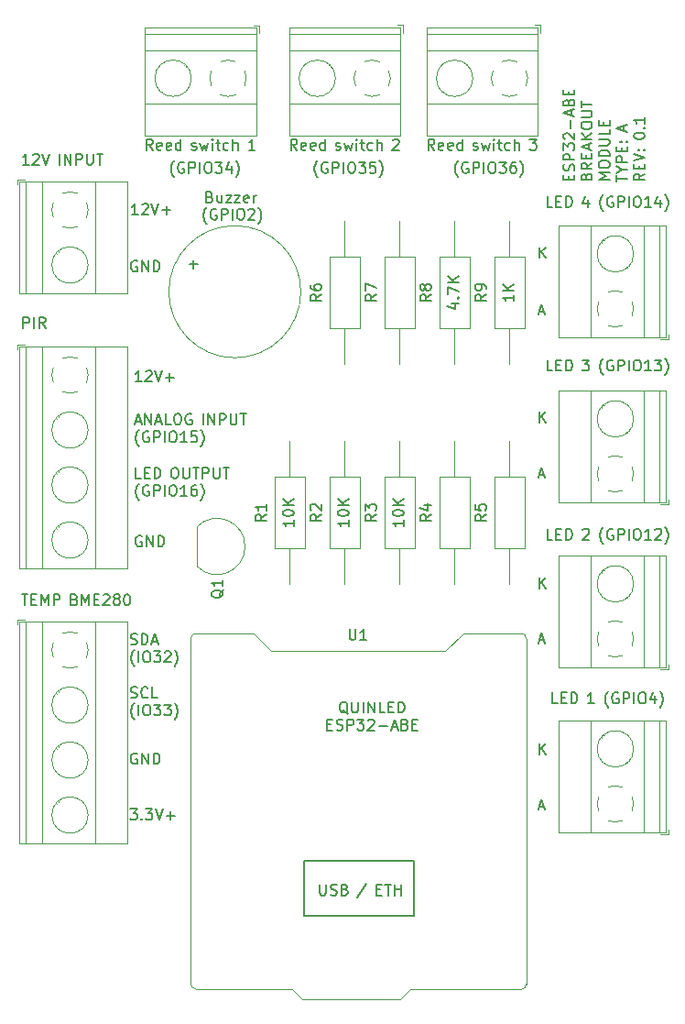
<source format=gbr>
%TF.GenerationSoftware,KiCad,Pcbnew,(7.0.0)*%
%TF.CreationDate,2023-03-15T19:38:10+01:00*%
%TF.ProjectId,QuinLED-ESP32-Breakout,5175696e-4c45-4442-9d45-535033322d42,rev?*%
%TF.SameCoordinates,Original*%
%TF.FileFunction,Legend,Top*%
%TF.FilePolarity,Positive*%
%FSLAX46Y46*%
G04 Gerber Fmt 4.6, Leading zero omitted, Abs format (unit mm)*
G04 Created by KiCad (PCBNEW (7.0.0)) date 2023-03-15 19:38:10*
%MOMM*%
%LPD*%
G01*
G04 APERTURE LIST*
%ADD10C,0.150000*%
%ADD11C,0.120000*%
%ADD12C,0.050000*%
G04 APERTURE END LIST*
D10*
X92801846Y-179449617D02*
X102961846Y-179449617D01*
X102961846Y-179449617D02*
X102961846Y-184529617D01*
X102961846Y-184529617D02*
X92801846Y-184529617D01*
X92801846Y-184529617D02*
X92801846Y-179449617D01*
X114538095Y-139004686D02*
X114538095Y-138004686D01*
X115109523Y-139004686D02*
X114680952Y-138433258D01*
X115109523Y-138004686D02*
X114538095Y-138576115D01*
X76691231Y-174682176D02*
X77310278Y-174682176D01*
X77310278Y-174682176D02*
X76976945Y-175063129D01*
X76976945Y-175063129D02*
X77119802Y-175063129D01*
X77119802Y-175063129D02*
X77215040Y-175110748D01*
X77215040Y-175110748D02*
X77262659Y-175158367D01*
X77262659Y-175158367D02*
X77310278Y-175253605D01*
X77310278Y-175253605D02*
X77310278Y-175491700D01*
X77310278Y-175491700D02*
X77262659Y-175586938D01*
X77262659Y-175586938D02*
X77215040Y-175634557D01*
X77215040Y-175634557D02*
X77119802Y-175682176D01*
X77119802Y-175682176D02*
X76834088Y-175682176D01*
X76834088Y-175682176D02*
X76738850Y-175634557D01*
X76738850Y-175634557D02*
X76691231Y-175586938D01*
X77738850Y-175586938D02*
X77786469Y-175634557D01*
X77786469Y-175634557D02*
X77738850Y-175682176D01*
X77738850Y-175682176D02*
X77691231Y-175634557D01*
X77691231Y-175634557D02*
X77738850Y-175586938D01*
X77738850Y-175586938D02*
X77738850Y-175682176D01*
X78119802Y-174682176D02*
X78738849Y-174682176D01*
X78738849Y-174682176D02*
X78405516Y-175063129D01*
X78405516Y-175063129D02*
X78548373Y-175063129D01*
X78548373Y-175063129D02*
X78643611Y-175110748D01*
X78643611Y-175110748D02*
X78691230Y-175158367D01*
X78691230Y-175158367D02*
X78738849Y-175253605D01*
X78738849Y-175253605D02*
X78738849Y-175491700D01*
X78738849Y-175491700D02*
X78691230Y-175586938D01*
X78691230Y-175586938D02*
X78643611Y-175634557D01*
X78643611Y-175634557D02*
X78548373Y-175682176D01*
X78548373Y-175682176D02*
X78262659Y-175682176D01*
X78262659Y-175682176D02*
X78167421Y-175634557D01*
X78167421Y-175634557D02*
X78119802Y-175586938D01*
X79024564Y-174682176D02*
X79357897Y-175682176D01*
X79357897Y-175682176D02*
X79691230Y-174682176D01*
X80024564Y-175301224D02*
X80786469Y-175301224D01*
X80405516Y-175682176D02*
X80405516Y-174920272D01*
X77320232Y-124106421D02*
X77224994Y-124058801D01*
X77224994Y-124058801D02*
X77082137Y-124058801D01*
X77082137Y-124058801D02*
X76939280Y-124106421D01*
X76939280Y-124106421D02*
X76844042Y-124201659D01*
X76844042Y-124201659D02*
X76796423Y-124296897D01*
X76796423Y-124296897D02*
X76748804Y-124487373D01*
X76748804Y-124487373D02*
X76748804Y-124630230D01*
X76748804Y-124630230D02*
X76796423Y-124820706D01*
X76796423Y-124820706D02*
X76844042Y-124915944D01*
X76844042Y-124915944D02*
X76939280Y-125011182D01*
X76939280Y-125011182D02*
X77082137Y-125058801D01*
X77082137Y-125058801D02*
X77177375Y-125058801D01*
X77177375Y-125058801D02*
X77320232Y-125011182D01*
X77320232Y-125011182D02*
X77367851Y-124963563D01*
X77367851Y-124963563D02*
X77367851Y-124630230D01*
X77367851Y-124630230D02*
X77177375Y-124630230D01*
X77796423Y-125058801D02*
X77796423Y-124058801D01*
X77796423Y-124058801D02*
X78367851Y-125058801D01*
X78367851Y-125058801D02*
X78367851Y-124058801D01*
X78844042Y-125058801D02*
X78844042Y-124058801D01*
X78844042Y-124058801D02*
X79082137Y-124058801D01*
X79082137Y-124058801D02*
X79224994Y-124106421D01*
X79224994Y-124106421D02*
X79320232Y-124201659D01*
X79320232Y-124201659D02*
X79367851Y-124296897D01*
X79367851Y-124296897D02*
X79415470Y-124487373D01*
X79415470Y-124487373D02*
X79415470Y-124630230D01*
X79415470Y-124630230D02*
X79367851Y-124820706D01*
X79367851Y-124820706D02*
X79320232Y-124915944D01*
X79320232Y-124915944D02*
X79224994Y-125011182D01*
X79224994Y-125011182D02*
X79082137Y-125058801D01*
X79082137Y-125058801D02*
X78844042Y-125058801D01*
X114538095Y-123803576D02*
X114538095Y-122803576D01*
X115109523Y-123803576D02*
X114680952Y-123232148D01*
X115109523Y-122803576D02*
X114538095Y-123375005D01*
X114538095Y-169651580D02*
X114538095Y-168651580D01*
X115109523Y-169651580D02*
X114680952Y-169080152D01*
X115109523Y-168651580D02*
X114538095Y-169223009D01*
X77310278Y-169591575D02*
X77215040Y-169543955D01*
X77215040Y-169543955D02*
X77072183Y-169543955D01*
X77072183Y-169543955D02*
X76929326Y-169591575D01*
X76929326Y-169591575D02*
X76834088Y-169686813D01*
X76834088Y-169686813D02*
X76786469Y-169782051D01*
X76786469Y-169782051D02*
X76738850Y-169972527D01*
X76738850Y-169972527D02*
X76738850Y-170115384D01*
X76738850Y-170115384D02*
X76786469Y-170305860D01*
X76786469Y-170305860D02*
X76834088Y-170401098D01*
X76834088Y-170401098D02*
X76929326Y-170496336D01*
X76929326Y-170496336D02*
X77072183Y-170543955D01*
X77072183Y-170543955D02*
X77167421Y-170543955D01*
X77167421Y-170543955D02*
X77310278Y-170496336D01*
X77310278Y-170496336D02*
X77357897Y-170448717D01*
X77357897Y-170448717D02*
X77357897Y-170115384D01*
X77357897Y-170115384D02*
X77167421Y-170115384D01*
X77786469Y-170543955D02*
X77786469Y-169543955D01*
X77786469Y-169543955D02*
X78357897Y-170543955D01*
X78357897Y-170543955D02*
X78357897Y-169543955D01*
X78834088Y-170543955D02*
X78834088Y-169543955D01*
X78834088Y-169543955D02*
X79072183Y-169543955D01*
X79072183Y-169543955D02*
X79215040Y-169591575D01*
X79215040Y-169591575D02*
X79310278Y-169686813D01*
X79310278Y-169686813D02*
X79357897Y-169782051D01*
X79357897Y-169782051D02*
X79405516Y-169972527D01*
X79405516Y-169972527D02*
X79405516Y-170115384D01*
X79405516Y-170115384D02*
X79357897Y-170305860D01*
X79357897Y-170305860D02*
X79310278Y-170401098D01*
X79310278Y-170401098D02*
X79215040Y-170496336D01*
X79215040Y-170496336D02*
X79072183Y-170543955D01*
X79072183Y-170543955D02*
X78834088Y-170543955D01*
X83756786Y-120649644D02*
X83709167Y-120602025D01*
X83709167Y-120602025D02*
X83613929Y-120459168D01*
X83613929Y-120459168D02*
X83566310Y-120363930D01*
X83566310Y-120363930D02*
X83518691Y-120221072D01*
X83518691Y-120221072D02*
X83471072Y-119982977D01*
X83471072Y-119982977D02*
X83471072Y-119792501D01*
X83471072Y-119792501D02*
X83518691Y-119554406D01*
X83518691Y-119554406D02*
X83566310Y-119411549D01*
X83566310Y-119411549D02*
X83613929Y-119316311D01*
X83613929Y-119316311D02*
X83709167Y-119173453D01*
X83709167Y-119173453D02*
X83756786Y-119125834D01*
X84661548Y-119316311D02*
X84566310Y-119268691D01*
X84566310Y-119268691D02*
X84423453Y-119268691D01*
X84423453Y-119268691D02*
X84280596Y-119316311D01*
X84280596Y-119316311D02*
X84185358Y-119411549D01*
X84185358Y-119411549D02*
X84137739Y-119506787D01*
X84137739Y-119506787D02*
X84090120Y-119697263D01*
X84090120Y-119697263D02*
X84090120Y-119840120D01*
X84090120Y-119840120D02*
X84137739Y-120030596D01*
X84137739Y-120030596D02*
X84185358Y-120125834D01*
X84185358Y-120125834D02*
X84280596Y-120221072D01*
X84280596Y-120221072D02*
X84423453Y-120268691D01*
X84423453Y-120268691D02*
X84518691Y-120268691D01*
X84518691Y-120268691D02*
X84661548Y-120221072D01*
X84661548Y-120221072D02*
X84709167Y-120173453D01*
X84709167Y-120173453D02*
X84709167Y-119840120D01*
X84709167Y-119840120D02*
X84518691Y-119840120D01*
X85137739Y-120268691D02*
X85137739Y-119268691D01*
X85137739Y-119268691D02*
X85518691Y-119268691D01*
X85518691Y-119268691D02*
X85613929Y-119316311D01*
X85613929Y-119316311D02*
X85661548Y-119363930D01*
X85661548Y-119363930D02*
X85709167Y-119459168D01*
X85709167Y-119459168D02*
X85709167Y-119602025D01*
X85709167Y-119602025D02*
X85661548Y-119697263D01*
X85661548Y-119697263D02*
X85613929Y-119744882D01*
X85613929Y-119744882D02*
X85518691Y-119792501D01*
X85518691Y-119792501D02*
X85137739Y-119792501D01*
X86137739Y-120268691D02*
X86137739Y-119268691D01*
X86804405Y-119268691D02*
X86994881Y-119268691D01*
X86994881Y-119268691D02*
X87090119Y-119316311D01*
X87090119Y-119316311D02*
X87185357Y-119411549D01*
X87185357Y-119411549D02*
X87232976Y-119602025D01*
X87232976Y-119602025D02*
X87232976Y-119935358D01*
X87232976Y-119935358D02*
X87185357Y-120125834D01*
X87185357Y-120125834D02*
X87090119Y-120221072D01*
X87090119Y-120221072D02*
X86994881Y-120268691D01*
X86994881Y-120268691D02*
X86804405Y-120268691D01*
X86804405Y-120268691D02*
X86709167Y-120221072D01*
X86709167Y-120221072D02*
X86613929Y-120125834D01*
X86613929Y-120125834D02*
X86566310Y-119935358D01*
X86566310Y-119935358D02*
X86566310Y-119602025D01*
X86566310Y-119602025D02*
X86613929Y-119411549D01*
X86613929Y-119411549D02*
X86709167Y-119316311D01*
X86709167Y-119316311D02*
X86804405Y-119268691D01*
X87613929Y-119363930D02*
X87661548Y-119316311D01*
X87661548Y-119316311D02*
X87756786Y-119268691D01*
X87756786Y-119268691D02*
X87994881Y-119268691D01*
X87994881Y-119268691D02*
X88090119Y-119316311D01*
X88090119Y-119316311D02*
X88137738Y-119363930D01*
X88137738Y-119363930D02*
X88185357Y-119459168D01*
X88185357Y-119459168D02*
X88185357Y-119554406D01*
X88185357Y-119554406D02*
X88137738Y-119697263D01*
X88137738Y-119697263D02*
X87566310Y-120268691D01*
X87566310Y-120268691D02*
X88185357Y-120268691D01*
X88518691Y-120649644D02*
X88566310Y-120602025D01*
X88566310Y-120602025D02*
X88661548Y-120459168D01*
X88661548Y-120459168D02*
X88709167Y-120363930D01*
X88709167Y-120363930D02*
X88756786Y-120221072D01*
X88756786Y-120221072D02*
X88804405Y-119982977D01*
X88804405Y-119982977D02*
X88804405Y-119792501D01*
X88804405Y-119792501D02*
X88756786Y-119554406D01*
X88756786Y-119554406D02*
X88709167Y-119411549D01*
X88709167Y-119411549D02*
X88661548Y-119316311D01*
X88661548Y-119316311D02*
X88566310Y-119173453D01*
X88566310Y-119173453D02*
X88518691Y-119125834D01*
X77163779Y-138910129D02*
X77639969Y-138910129D01*
X77068541Y-139195843D02*
X77401874Y-138195843D01*
X77401874Y-138195843D02*
X77735207Y-139195843D01*
X78068541Y-139195843D02*
X78068541Y-138195843D01*
X78068541Y-138195843D02*
X78639969Y-139195843D01*
X78639969Y-139195843D02*
X78639969Y-138195843D01*
X79068541Y-138910129D02*
X79544731Y-138910129D01*
X78973303Y-139195843D02*
X79306636Y-138195843D01*
X79306636Y-138195843D02*
X79639969Y-139195843D01*
X80449493Y-139195843D02*
X79973303Y-139195843D01*
X79973303Y-139195843D02*
X79973303Y-138195843D01*
X80973303Y-138195843D02*
X81163779Y-138195843D01*
X81163779Y-138195843D02*
X81259017Y-138243463D01*
X81259017Y-138243463D02*
X81354255Y-138338701D01*
X81354255Y-138338701D02*
X81401874Y-138529177D01*
X81401874Y-138529177D02*
X81401874Y-138862510D01*
X81401874Y-138862510D02*
X81354255Y-139052986D01*
X81354255Y-139052986D02*
X81259017Y-139148224D01*
X81259017Y-139148224D02*
X81163779Y-139195843D01*
X81163779Y-139195843D02*
X80973303Y-139195843D01*
X80973303Y-139195843D02*
X80878065Y-139148224D01*
X80878065Y-139148224D02*
X80782827Y-139052986D01*
X80782827Y-139052986D02*
X80735208Y-138862510D01*
X80735208Y-138862510D02*
X80735208Y-138529177D01*
X80735208Y-138529177D02*
X80782827Y-138338701D01*
X80782827Y-138338701D02*
X80878065Y-138243463D01*
X80878065Y-138243463D02*
X80973303Y-138195843D01*
X82354255Y-138243463D02*
X82259017Y-138195843D01*
X82259017Y-138195843D02*
X82116160Y-138195843D01*
X82116160Y-138195843D02*
X81973303Y-138243463D01*
X81973303Y-138243463D02*
X81878065Y-138338701D01*
X81878065Y-138338701D02*
X81830446Y-138433939D01*
X81830446Y-138433939D02*
X81782827Y-138624415D01*
X81782827Y-138624415D02*
X81782827Y-138767272D01*
X81782827Y-138767272D02*
X81830446Y-138957748D01*
X81830446Y-138957748D02*
X81878065Y-139052986D01*
X81878065Y-139052986D02*
X81973303Y-139148224D01*
X81973303Y-139148224D02*
X82116160Y-139195843D01*
X82116160Y-139195843D02*
X82211398Y-139195843D01*
X82211398Y-139195843D02*
X82354255Y-139148224D01*
X82354255Y-139148224D02*
X82401874Y-139100605D01*
X82401874Y-139100605D02*
X82401874Y-138767272D01*
X82401874Y-138767272D02*
X82211398Y-138767272D01*
X83430446Y-139195843D02*
X83430446Y-138195843D01*
X83906636Y-139195843D02*
X83906636Y-138195843D01*
X83906636Y-138195843D02*
X84478064Y-139195843D01*
X84478064Y-139195843D02*
X84478064Y-138195843D01*
X84954255Y-139195843D02*
X84954255Y-138195843D01*
X84954255Y-138195843D02*
X85335207Y-138195843D01*
X85335207Y-138195843D02*
X85430445Y-138243463D01*
X85430445Y-138243463D02*
X85478064Y-138291082D01*
X85478064Y-138291082D02*
X85525683Y-138386320D01*
X85525683Y-138386320D02*
X85525683Y-138529177D01*
X85525683Y-138529177D02*
X85478064Y-138624415D01*
X85478064Y-138624415D02*
X85430445Y-138672034D01*
X85430445Y-138672034D02*
X85335207Y-138719653D01*
X85335207Y-138719653D02*
X84954255Y-138719653D01*
X85954255Y-138195843D02*
X85954255Y-139005367D01*
X85954255Y-139005367D02*
X86001874Y-139100605D01*
X86001874Y-139100605D02*
X86049493Y-139148224D01*
X86049493Y-139148224D02*
X86144731Y-139195843D01*
X86144731Y-139195843D02*
X86335207Y-139195843D01*
X86335207Y-139195843D02*
X86430445Y-139148224D01*
X86430445Y-139148224D02*
X86478064Y-139100605D01*
X86478064Y-139100605D02*
X86525683Y-139005367D01*
X86525683Y-139005367D02*
X86525683Y-138195843D01*
X86859017Y-138195843D02*
X87430445Y-138195843D01*
X87144731Y-139195843D02*
X87144731Y-138195843D01*
X77497112Y-141196796D02*
X77449493Y-141149177D01*
X77449493Y-141149177D02*
X77354255Y-141006320D01*
X77354255Y-141006320D02*
X77306636Y-140911082D01*
X77306636Y-140911082D02*
X77259017Y-140768224D01*
X77259017Y-140768224D02*
X77211398Y-140530129D01*
X77211398Y-140530129D02*
X77211398Y-140339653D01*
X77211398Y-140339653D02*
X77259017Y-140101558D01*
X77259017Y-140101558D02*
X77306636Y-139958701D01*
X77306636Y-139958701D02*
X77354255Y-139863463D01*
X77354255Y-139863463D02*
X77449493Y-139720605D01*
X77449493Y-139720605D02*
X77497112Y-139672986D01*
X78401874Y-139863463D02*
X78306636Y-139815843D01*
X78306636Y-139815843D02*
X78163779Y-139815843D01*
X78163779Y-139815843D02*
X78020922Y-139863463D01*
X78020922Y-139863463D02*
X77925684Y-139958701D01*
X77925684Y-139958701D02*
X77878065Y-140053939D01*
X77878065Y-140053939D02*
X77830446Y-140244415D01*
X77830446Y-140244415D02*
X77830446Y-140387272D01*
X77830446Y-140387272D02*
X77878065Y-140577748D01*
X77878065Y-140577748D02*
X77925684Y-140672986D01*
X77925684Y-140672986D02*
X78020922Y-140768224D01*
X78020922Y-140768224D02*
X78163779Y-140815843D01*
X78163779Y-140815843D02*
X78259017Y-140815843D01*
X78259017Y-140815843D02*
X78401874Y-140768224D01*
X78401874Y-140768224D02*
X78449493Y-140720605D01*
X78449493Y-140720605D02*
X78449493Y-140387272D01*
X78449493Y-140387272D02*
X78259017Y-140387272D01*
X78878065Y-140815843D02*
X78878065Y-139815843D01*
X78878065Y-139815843D02*
X79259017Y-139815843D01*
X79259017Y-139815843D02*
X79354255Y-139863463D01*
X79354255Y-139863463D02*
X79401874Y-139911082D01*
X79401874Y-139911082D02*
X79449493Y-140006320D01*
X79449493Y-140006320D02*
X79449493Y-140149177D01*
X79449493Y-140149177D02*
X79401874Y-140244415D01*
X79401874Y-140244415D02*
X79354255Y-140292034D01*
X79354255Y-140292034D02*
X79259017Y-140339653D01*
X79259017Y-140339653D02*
X78878065Y-140339653D01*
X79878065Y-140815843D02*
X79878065Y-139815843D01*
X80544731Y-139815843D02*
X80735207Y-139815843D01*
X80735207Y-139815843D02*
X80830445Y-139863463D01*
X80830445Y-139863463D02*
X80925683Y-139958701D01*
X80925683Y-139958701D02*
X80973302Y-140149177D01*
X80973302Y-140149177D02*
X80973302Y-140482510D01*
X80973302Y-140482510D02*
X80925683Y-140672986D01*
X80925683Y-140672986D02*
X80830445Y-140768224D01*
X80830445Y-140768224D02*
X80735207Y-140815843D01*
X80735207Y-140815843D02*
X80544731Y-140815843D01*
X80544731Y-140815843D02*
X80449493Y-140768224D01*
X80449493Y-140768224D02*
X80354255Y-140672986D01*
X80354255Y-140672986D02*
X80306636Y-140482510D01*
X80306636Y-140482510D02*
X80306636Y-140149177D01*
X80306636Y-140149177D02*
X80354255Y-139958701D01*
X80354255Y-139958701D02*
X80449493Y-139863463D01*
X80449493Y-139863463D02*
X80544731Y-139815843D01*
X81925683Y-140815843D02*
X81354255Y-140815843D01*
X81639969Y-140815843D02*
X81639969Y-139815843D01*
X81639969Y-139815843D02*
X81544731Y-139958701D01*
X81544731Y-139958701D02*
X81449493Y-140053939D01*
X81449493Y-140053939D02*
X81354255Y-140101558D01*
X82830445Y-139815843D02*
X82354255Y-139815843D01*
X82354255Y-139815843D02*
X82306636Y-140292034D01*
X82306636Y-140292034D02*
X82354255Y-140244415D01*
X82354255Y-140244415D02*
X82449493Y-140196796D01*
X82449493Y-140196796D02*
X82687588Y-140196796D01*
X82687588Y-140196796D02*
X82782826Y-140244415D01*
X82782826Y-140244415D02*
X82830445Y-140292034D01*
X82830445Y-140292034D02*
X82878064Y-140387272D01*
X82878064Y-140387272D02*
X82878064Y-140625367D01*
X82878064Y-140625367D02*
X82830445Y-140720605D01*
X82830445Y-140720605D02*
X82782826Y-140768224D01*
X82782826Y-140768224D02*
X82687588Y-140815843D01*
X82687588Y-140815843D02*
X82449493Y-140815843D01*
X82449493Y-140815843D02*
X82354255Y-140768224D01*
X82354255Y-140768224D02*
X82306636Y-140720605D01*
X83211398Y-141196796D02*
X83259017Y-141149177D01*
X83259017Y-141149177D02*
X83354255Y-141006320D01*
X83354255Y-141006320D02*
X83401874Y-140911082D01*
X83401874Y-140911082D02*
X83449493Y-140768224D01*
X83449493Y-140768224D02*
X83497112Y-140530129D01*
X83497112Y-140530129D02*
X83497112Y-140339653D01*
X83497112Y-140339653D02*
X83449493Y-140101558D01*
X83449493Y-140101558D02*
X83401874Y-139958701D01*
X83401874Y-139958701D02*
X83354255Y-139863463D01*
X83354255Y-139863463D02*
X83259017Y-139720605D01*
X83259017Y-139720605D02*
X83211398Y-139672986D01*
X94218095Y-181662380D02*
X94218095Y-182471904D01*
X94218095Y-182471904D02*
X94265714Y-182567142D01*
X94265714Y-182567142D02*
X94313333Y-182614761D01*
X94313333Y-182614761D02*
X94408571Y-182662380D01*
X94408571Y-182662380D02*
X94599047Y-182662380D01*
X94599047Y-182662380D02*
X94694285Y-182614761D01*
X94694285Y-182614761D02*
X94741904Y-182567142D01*
X94741904Y-182567142D02*
X94789523Y-182471904D01*
X94789523Y-182471904D02*
X94789523Y-181662380D01*
X95218095Y-182614761D02*
X95360952Y-182662380D01*
X95360952Y-182662380D02*
X95599047Y-182662380D01*
X95599047Y-182662380D02*
X95694285Y-182614761D01*
X95694285Y-182614761D02*
X95741904Y-182567142D01*
X95741904Y-182567142D02*
X95789523Y-182471904D01*
X95789523Y-182471904D02*
X95789523Y-182376666D01*
X95789523Y-182376666D02*
X95741904Y-182281428D01*
X95741904Y-182281428D02*
X95694285Y-182233809D01*
X95694285Y-182233809D02*
X95599047Y-182186190D01*
X95599047Y-182186190D02*
X95408571Y-182138571D01*
X95408571Y-182138571D02*
X95313333Y-182090952D01*
X95313333Y-182090952D02*
X95265714Y-182043333D01*
X95265714Y-182043333D02*
X95218095Y-181948095D01*
X95218095Y-181948095D02*
X95218095Y-181852857D01*
X95218095Y-181852857D02*
X95265714Y-181757619D01*
X95265714Y-181757619D02*
X95313333Y-181710000D01*
X95313333Y-181710000D02*
X95408571Y-181662380D01*
X95408571Y-181662380D02*
X95646666Y-181662380D01*
X95646666Y-181662380D02*
X95789523Y-181710000D01*
X96551428Y-182138571D02*
X96694285Y-182186190D01*
X96694285Y-182186190D02*
X96741904Y-182233809D01*
X96741904Y-182233809D02*
X96789523Y-182329047D01*
X96789523Y-182329047D02*
X96789523Y-182471904D01*
X96789523Y-182471904D02*
X96741904Y-182567142D01*
X96741904Y-182567142D02*
X96694285Y-182614761D01*
X96694285Y-182614761D02*
X96599047Y-182662380D01*
X96599047Y-182662380D02*
X96218095Y-182662380D01*
X96218095Y-182662380D02*
X96218095Y-181662380D01*
X96218095Y-181662380D02*
X96551428Y-181662380D01*
X96551428Y-181662380D02*
X96646666Y-181710000D01*
X96646666Y-181710000D02*
X96694285Y-181757619D01*
X96694285Y-181757619D02*
X96741904Y-181852857D01*
X96741904Y-181852857D02*
X96741904Y-181948095D01*
X96741904Y-181948095D02*
X96694285Y-182043333D01*
X96694285Y-182043333D02*
X96646666Y-182090952D01*
X96646666Y-182090952D02*
X96551428Y-182138571D01*
X96551428Y-182138571D02*
X96218095Y-182138571D01*
X98532380Y-181614761D02*
X97675238Y-182900476D01*
X99465714Y-182138571D02*
X99799047Y-182138571D01*
X99941904Y-182662380D02*
X99465714Y-182662380D01*
X99465714Y-182662380D02*
X99465714Y-181662380D01*
X99465714Y-181662380D02*
X99941904Y-181662380D01*
X100227619Y-181662380D02*
X100799047Y-181662380D01*
X100513333Y-182662380D02*
X100513333Y-181662380D01*
X101132381Y-182662380D02*
X101132381Y-181662380D01*
X101132381Y-182138571D02*
X101703809Y-182138571D01*
X101703809Y-182662380D02*
X101703809Y-181662380D01*
X76738850Y-164387188D02*
X76881707Y-164434807D01*
X76881707Y-164434807D02*
X77119802Y-164434807D01*
X77119802Y-164434807D02*
X77215040Y-164387188D01*
X77215040Y-164387188D02*
X77262659Y-164339569D01*
X77262659Y-164339569D02*
X77310278Y-164244331D01*
X77310278Y-164244331D02*
X77310278Y-164149093D01*
X77310278Y-164149093D02*
X77262659Y-164053855D01*
X77262659Y-164053855D02*
X77215040Y-164006236D01*
X77215040Y-164006236D02*
X77119802Y-163958617D01*
X77119802Y-163958617D02*
X76929326Y-163910998D01*
X76929326Y-163910998D02*
X76834088Y-163863379D01*
X76834088Y-163863379D02*
X76786469Y-163815760D01*
X76786469Y-163815760D02*
X76738850Y-163720522D01*
X76738850Y-163720522D02*
X76738850Y-163625284D01*
X76738850Y-163625284D02*
X76786469Y-163530046D01*
X76786469Y-163530046D02*
X76834088Y-163482427D01*
X76834088Y-163482427D02*
X76929326Y-163434807D01*
X76929326Y-163434807D02*
X77167421Y-163434807D01*
X77167421Y-163434807D02*
X77310278Y-163482427D01*
X78310278Y-164339569D02*
X78262659Y-164387188D01*
X78262659Y-164387188D02*
X78119802Y-164434807D01*
X78119802Y-164434807D02*
X78024564Y-164434807D01*
X78024564Y-164434807D02*
X77881707Y-164387188D01*
X77881707Y-164387188D02*
X77786469Y-164291950D01*
X77786469Y-164291950D02*
X77738850Y-164196712D01*
X77738850Y-164196712D02*
X77691231Y-164006236D01*
X77691231Y-164006236D02*
X77691231Y-163863379D01*
X77691231Y-163863379D02*
X77738850Y-163672903D01*
X77738850Y-163672903D02*
X77786469Y-163577665D01*
X77786469Y-163577665D02*
X77881707Y-163482427D01*
X77881707Y-163482427D02*
X78024564Y-163434807D01*
X78024564Y-163434807D02*
X78119802Y-163434807D01*
X78119802Y-163434807D02*
X78262659Y-163482427D01*
X78262659Y-163482427D02*
X78310278Y-163530046D01*
X79215040Y-164434807D02*
X78738850Y-164434807D01*
X78738850Y-164434807D02*
X78738850Y-163434807D01*
X77072183Y-166435760D02*
X77024564Y-166388141D01*
X77024564Y-166388141D02*
X76929326Y-166245284D01*
X76929326Y-166245284D02*
X76881707Y-166150046D01*
X76881707Y-166150046D02*
X76834088Y-166007188D01*
X76834088Y-166007188D02*
X76786469Y-165769093D01*
X76786469Y-165769093D02*
X76786469Y-165578617D01*
X76786469Y-165578617D02*
X76834088Y-165340522D01*
X76834088Y-165340522D02*
X76881707Y-165197665D01*
X76881707Y-165197665D02*
X76929326Y-165102427D01*
X76929326Y-165102427D02*
X77024564Y-164959569D01*
X77024564Y-164959569D02*
X77072183Y-164911950D01*
X77453136Y-166054807D02*
X77453136Y-165054807D01*
X78119802Y-165054807D02*
X78310278Y-165054807D01*
X78310278Y-165054807D02*
X78405516Y-165102427D01*
X78405516Y-165102427D02*
X78500754Y-165197665D01*
X78500754Y-165197665D02*
X78548373Y-165388141D01*
X78548373Y-165388141D02*
X78548373Y-165721474D01*
X78548373Y-165721474D02*
X78500754Y-165911950D01*
X78500754Y-165911950D02*
X78405516Y-166007188D01*
X78405516Y-166007188D02*
X78310278Y-166054807D01*
X78310278Y-166054807D02*
X78119802Y-166054807D01*
X78119802Y-166054807D02*
X78024564Y-166007188D01*
X78024564Y-166007188D02*
X77929326Y-165911950D01*
X77929326Y-165911950D02*
X77881707Y-165721474D01*
X77881707Y-165721474D02*
X77881707Y-165388141D01*
X77881707Y-165388141D02*
X77929326Y-165197665D01*
X77929326Y-165197665D02*
X78024564Y-165102427D01*
X78024564Y-165102427D02*
X78119802Y-165054807D01*
X78881707Y-165054807D02*
X79500754Y-165054807D01*
X79500754Y-165054807D02*
X79167421Y-165435760D01*
X79167421Y-165435760D02*
X79310278Y-165435760D01*
X79310278Y-165435760D02*
X79405516Y-165483379D01*
X79405516Y-165483379D02*
X79453135Y-165530998D01*
X79453135Y-165530998D02*
X79500754Y-165626236D01*
X79500754Y-165626236D02*
X79500754Y-165864331D01*
X79500754Y-165864331D02*
X79453135Y-165959569D01*
X79453135Y-165959569D02*
X79405516Y-166007188D01*
X79405516Y-166007188D02*
X79310278Y-166054807D01*
X79310278Y-166054807D02*
X79024564Y-166054807D01*
X79024564Y-166054807D02*
X78929326Y-166007188D01*
X78929326Y-166007188D02*
X78881707Y-165959569D01*
X79834088Y-165054807D02*
X80453135Y-165054807D01*
X80453135Y-165054807D02*
X80119802Y-165435760D01*
X80119802Y-165435760D02*
X80262659Y-165435760D01*
X80262659Y-165435760D02*
X80357897Y-165483379D01*
X80357897Y-165483379D02*
X80405516Y-165530998D01*
X80405516Y-165530998D02*
X80453135Y-165626236D01*
X80453135Y-165626236D02*
X80453135Y-165864331D01*
X80453135Y-165864331D02*
X80405516Y-165959569D01*
X80405516Y-165959569D02*
X80357897Y-166007188D01*
X80357897Y-166007188D02*
X80262659Y-166054807D01*
X80262659Y-166054807D02*
X79976945Y-166054807D01*
X79976945Y-166054807D02*
X79881707Y-166007188D01*
X79881707Y-166007188D02*
X79834088Y-165959569D01*
X80786469Y-166435760D02*
X80834088Y-166388141D01*
X80834088Y-166388141D02*
X80929326Y-166245284D01*
X80929326Y-166245284D02*
X80976945Y-166150046D01*
X80976945Y-166150046D02*
X81024564Y-166007188D01*
X81024564Y-166007188D02*
X81072183Y-165769093D01*
X81072183Y-165769093D02*
X81072183Y-165578617D01*
X81072183Y-165578617D02*
X81024564Y-165340522D01*
X81024564Y-165340522D02*
X80976945Y-165197665D01*
X80976945Y-165197665D02*
X80929326Y-165102427D01*
X80929326Y-165102427D02*
X80834088Y-164959569D01*
X80834088Y-164959569D02*
X80786469Y-164911950D01*
X114490476Y-174495320D02*
X114966666Y-174495320D01*
X114395238Y-174781034D02*
X114728571Y-173781034D01*
X114728571Y-173781034D02*
X115061904Y-174781034D01*
X77735207Y-149506527D02*
X77639969Y-149458907D01*
X77639969Y-149458907D02*
X77497112Y-149458907D01*
X77497112Y-149458907D02*
X77354255Y-149506527D01*
X77354255Y-149506527D02*
X77259017Y-149601765D01*
X77259017Y-149601765D02*
X77211398Y-149697003D01*
X77211398Y-149697003D02*
X77163779Y-149887479D01*
X77163779Y-149887479D02*
X77163779Y-150030336D01*
X77163779Y-150030336D02*
X77211398Y-150220812D01*
X77211398Y-150220812D02*
X77259017Y-150316050D01*
X77259017Y-150316050D02*
X77354255Y-150411288D01*
X77354255Y-150411288D02*
X77497112Y-150458907D01*
X77497112Y-150458907D02*
X77592350Y-150458907D01*
X77592350Y-150458907D02*
X77735207Y-150411288D01*
X77735207Y-150411288D02*
X77782826Y-150363669D01*
X77782826Y-150363669D02*
X77782826Y-150030336D01*
X77782826Y-150030336D02*
X77592350Y-150030336D01*
X78211398Y-150458907D02*
X78211398Y-149458907D01*
X78211398Y-149458907D02*
X78782826Y-150458907D01*
X78782826Y-150458907D02*
X78782826Y-149458907D01*
X79259017Y-150458907D02*
X79259017Y-149458907D01*
X79259017Y-149458907D02*
X79497112Y-149458907D01*
X79497112Y-149458907D02*
X79639969Y-149506527D01*
X79639969Y-149506527D02*
X79735207Y-149601765D01*
X79735207Y-149601765D02*
X79782826Y-149697003D01*
X79782826Y-149697003D02*
X79830445Y-149887479D01*
X79830445Y-149887479D02*
X79830445Y-150030336D01*
X79830445Y-150030336D02*
X79782826Y-150220812D01*
X79782826Y-150220812D02*
X79735207Y-150316050D01*
X79735207Y-150316050D02*
X79639969Y-150411288D01*
X79639969Y-150411288D02*
X79497112Y-150458907D01*
X79497112Y-150458907D02*
X79259017Y-150458907D01*
X76738850Y-159463733D02*
X76881707Y-159511352D01*
X76881707Y-159511352D02*
X77119802Y-159511352D01*
X77119802Y-159511352D02*
X77215040Y-159463733D01*
X77215040Y-159463733D02*
X77262659Y-159416114D01*
X77262659Y-159416114D02*
X77310278Y-159320876D01*
X77310278Y-159320876D02*
X77310278Y-159225638D01*
X77310278Y-159225638D02*
X77262659Y-159130400D01*
X77262659Y-159130400D02*
X77215040Y-159082781D01*
X77215040Y-159082781D02*
X77119802Y-159035162D01*
X77119802Y-159035162D02*
X76929326Y-158987543D01*
X76929326Y-158987543D02*
X76834088Y-158939924D01*
X76834088Y-158939924D02*
X76786469Y-158892305D01*
X76786469Y-158892305D02*
X76738850Y-158797067D01*
X76738850Y-158797067D02*
X76738850Y-158701829D01*
X76738850Y-158701829D02*
X76786469Y-158606591D01*
X76786469Y-158606591D02*
X76834088Y-158558972D01*
X76834088Y-158558972D02*
X76929326Y-158511352D01*
X76929326Y-158511352D02*
X77167421Y-158511352D01*
X77167421Y-158511352D02*
X77310278Y-158558972D01*
X77738850Y-159511352D02*
X77738850Y-158511352D01*
X77738850Y-158511352D02*
X77976945Y-158511352D01*
X77976945Y-158511352D02*
X78119802Y-158558972D01*
X78119802Y-158558972D02*
X78215040Y-158654210D01*
X78215040Y-158654210D02*
X78262659Y-158749448D01*
X78262659Y-158749448D02*
X78310278Y-158939924D01*
X78310278Y-158939924D02*
X78310278Y-159082781D01*
X78310278Y-159082781D02*
X78262659Y-159273257D01*
X78262659Y-159273257D02*
X78215040Y-159368495D01*
X78215040Y-159368495D02*
X78119802Y-159463733D01*
X78119802Y-159463733D02*
X77976945Y-159511352D01*
X77976945Y-159511352D02*
X77738850Y-159511352D01*
X78691231Y-159225638D02*
X79167421Y-159225638D01*
X78595993Y-159511352D02*
X78929326Y-158511352D01*
X78929326Y-158511352D02*
X79262659Y-159511352D01*
X77072183Y-161512305D02*
X77024564Y-161464686D01*
X77024564Y-161464686D02*
X76929326Y-161321829D01*
X76929326Y-161321829D02*
X76881707Y-161226591D01*
X76881707Y-161226591D02*
X76834088Y-161083733D01*
X76834088Y-161083733D02*
X76786469Y-160845638D01*
X76786469Y-160845638D02*
X76786469Y-160655162D01*
X76786469Y-160655162D02*
X76834088Y-160417067D01*
X76834088Y-160417067D02*
X76881707Y-160274210D01*
X76881707Y-160274210D02*
X76929326Y-160178972D01*
X76929326Y-160178972D02*
X77024564Y-160036114D01*
X77024564Y-160036114D02*
X77072183Y-159988495D01*
X77453136Y-161131352D02*
X77453136Y-160131352D01*
X78119802Y-160131352D02*
X78310278Y-160131352D01*
X78310278Y-160131352D02*
X78405516Y-160178972D01*
X78405516Y-160178972D02*
X78500754Y-160274210D01*
X78500754Y-160274210D02*
X78548373Y-160464686D01*
X78548373Y-160464686D02*
X78548373Y-160798019D01*
X78548373Y-160798019D02*
X78500754Y-160988495D01*
X78500754Y-160988495D02*
X78405516Y-161083733D01*
X78405516Y-161083733D02*
X78310278Y-161131352D01*
X78310278Y-161131352D02*
X78119802Y-161131352D01*
X78119802Y-161131352D02*
X78024564Y-161083733D01*
X78024564Y-161083733D02*
X77929326Y-160988495D01*
X77929326Y-160988495D02*
X77881707Y-160798019D01*
X77881707Y-160798019D02*
X77881707Y-160464686D01*
X77881707Y-160464686D02*
X77929326Y-160274210D01*
X77929326Y-160274210D02*
X78024564Y-160178972D01*
X78024564Y-160178972D02*
X78119802Y-160131352D01*
X78881707Y-160131352D02*
X79500754Y-160131352D01*
X79500754Y-160131352D02*
X79167421Y-160512305D01*
X79167421Y-160512305D02*
X79310278Y-160512305D01*
X79310278Y-160512305D02*
X79405516Y-160559924D01*
X79405516Y-160559924D02*
X79453135Y-160607543D01*
X79453135Y-160607543D02*
X79500754Y-160702781D01*
X79500754Y-160702781D02*
X79500754Y-160940876D01*
X79500754Y-160940876D02*
X79453135Y-161036114D01*
X79453135Y-161036114D02*
X79405516Y-161083733D01*
X79405516Y-161083733D02*
X79310278Y-161131352D01*
X79310278Y-161131352D02*
X79024564Y-161131352D01*
X79024564Y-161131352D02*
X78929326Y-161083733D01*
X78929326Y-161083733D02*
X78881707Y-161036114D01*
X79881707Y-160226591D02*
X79929326Y-160178972D01*
X79929326Y-160178972D02*
X80024564Y-160131352D01*
X80024564Y-160131352D02*
X80262659Y-160131352D01*
X80262659Y-160131352D02*
X80357897Y-160178972D01*
X80357897Y-160178972D02*
X80405516Y-160226591D01*
X80405516Y-160226591D02*
X80453135Y-160321829D01*
X80453135Y-160321829D02*
X80453135Y-160417067D01*
X80453135Y-160417067D02*
X80405516Y-160559924D01*
X80405516Y-160559924D02*
X79834088Y-161131352D01*
X79834088Y-161131352D02*
X80453135Y-161131352D01*
X80786469Y-161512305D02*
X80834088Y-161464686D01*
X80834088Y-161464686D02*
X80929326Y-161321829D01*
X80929326Y-161321829D02*
X80976945Y-161226591D01*
X80976945Y-161226591D02*
X81024564Y-161083733D01*
X81024564Y-161083733D02*
X81072183Y-160845638D01*
X81072183Y-160845638D02*
X81072183Y-160655162D01*
X81072183Y-160655162D02*
X81024564Y-160417067D01*
X81024564Y-160417067D02*
X80976945Y-160274210D01*
X80976945Y-160274210D02*
X80929326Y-160178972D01*
X80929326Y-160178972D02*
X80834088Y-160036114D01*
X80834088Y-160036114D02*
X80786469Y-159988495D01*
X114490476Y-128769155D02*
X114966666Y-128769155D01*
X114395238Y-129054869D02*
X114728571Y-128054869D01*
X114728571Y-128054869D02*
X115061904Y-129054869D01*
X77417750Y-119792834D02*
X76846322Y-119792834D01*
X77132036Y-119792834D02*
X77132036Y-118792834D01*
X77132036Y-118792834D02*
X77036798Y-118935692D01*
X77036798Y-118935692D02*
X76941560Y-119030930D01*
X76941560Y-119030930D02*
X76846322Y-119078549D01*
X77798703Y-118888073D02*
X77846322Y-118840454D01*
X77846322Y-118840454D02*
X77941560Y-118792834D01*
X77941560Y-118792834D02*
X78179655Y-118792834D01*
X78179655Y-118792834D02*
X78274893Y-118840454D01*
X78274893Y-118840454D02*
X78322512Y-118888073D01*
X78322512Y-118888073D02*
X78370131Y-118983311D01*
X78370131Y-118983311D02*
X78370131Y-119078549D01*
X78370131Y-119078549D02*
X78322512Y-119221406D01*
X78322512Y-119221406D02*
X77751084Y-119792834D01*
X77751084Y-119792834D02*
X78370131Y-119792834D01*
X78655846Y-118792834D02*
X78989179Y-119792834D01*
X78989179Y-119792834D02*
X79322512Y-118792834D01*
X79655846Y-119411882D02*
X80417751Y-119411882D01*
X80036798Y-119792834D02*
X80036798Y-119030930D01*
X117238571Y-116601904D02*
X117238571Y-116268571D01*
X117762380Y-116125714D02*
X117762380Y-116601904D01*
X117762380Y-116601904D02*
X116762380Y-116601904D01*
X116762380Y-116601904D02*
X116762380Y-116125714D01*
X117714761Y-115744761D02*
X117762380Y-115601904D01*
X117762380Y-115601904D02*
X117762380Y-115363809D01*
X117762380Y-115363809D02*
X117714761Y-115268571D01*
X117714761Y-115268571D02*
X117667142Y-115220952D01*
X117667142Y-115220952D02*
X117571904Y-115173333D01*
X117571904Y-115173333D02*
X117476666Y-115173333D01*
X117476666Y-115173333D02*
X117381428Y-115220952D01*
X117381428Y-115220952D02*
X117333809Y-115268571D01*
X117333809Y-115268571D02*
X117286190Y-115363809D01*
X117286190Y-115363809D02*
X117238571Y-115554285D01*
X117238571Y-115554285D02*
X117190952Y-115649523D01*
X117190952Y-115649523D02*
X117143333Y-115697142D01*
X117143333Y-115697142D02*
X117048095Y-115744761D01*
X117048095Y-115744761D02*
X116952857Y-115744761D01*
X116952857Y-115744761D02*
X116857619Y-115697142D01*
X116857619Y-115697142D02*
X116810000Y-115649523D01*
X116810000Y-115649523D02*
X116762380Y-115554285D01*
X116762380Y-115554285D02*
X116762380Y-115316190D01*
X116762380Y-115316190D02*
X116810000Y-115173333D01*
X117762380Y-114744761D02*
X116762380Y-114744761D01*
X116762380Y-114744761D02*
X116762380Y-114363809D01*
X116762380Y-114363809D02*
X116810000Y-114268571D01*
X116810000Y-114268571D02*
X116857619Y-114220952D01*
X116857619Y-114220952D02*
X116952857Y-114173333D01*
X116952857Y-114173333D02*
X117095714Y-114173333D01*
X117095714Y-114173333D02*
X117190952Y-114220952D01*
X117190952Y-114220952D02*
X117238571Y-114268571D01*
X117238571Y-114268571D02*
X117286190Y-114363809D01*
X117286190Y-114363809D02*
X117286190Y-114744761D01*
X116762380Y-113839999D02*
X116762380Y-113220952D01*
X116762380Y-113220952D02*
X117143333Y-113554285D01*
X117143333Y-113554285D02*
X117143333Y-113411428D01*
X117143333Y-113411428D02*
X117190952Y-113316190D01*
X117190952Y-113316190D02*
X117238571Y-113268571D01*
X117238571Y-113268571D02*
X117333809Y-113220952D01*
X117333809Y-113220952D02*
X117571904Y-113220952D01*
X117571904Y-113220952D02*
X117667142Y-113268571D01*
X117667142Y-113268571D02*
X117714761Y-113316190D01*
X117714761Y-113316190D02*
X117762380Y-113411428D01*
X117762380Y-113411428D02*
X117762380Y-113697142D01*
X117762380Y-113697142D02*
X117714761Y-113792380D01*
X117714761Y-113792380D02*
X117667142Y-113839999D01*
X116857619Y-112839999D02*
X116810000Y-112792380D01*
X116810000Y-112792380D02*
X116762380Y-112697142D01*
X116762380Y-112697142D02*
X116762380Y-112459047D01*
X116762380Y-112459047D02*
X116810000Y-112363809D01*
X116810000Y-112363809D02*
X116857619Y-112316190D01*
X116857619Y-112316190D02*
X116952857Y-112268571D01*
X116952857Y-112268571D02*
X117048095Y-112268571D01*
X117048095Y-112268571D02*
X117190952Y-112316190D01*
X117190952Y-112316190D02*
X117762380Y-112887618D01*
X117762380Y-112887618D02*
X117762380Y-112268571D01*
X117381428Y-111839999D02*
X117381428Y-111078095D01*
X117476666Y-110649523D02*
X117476666Y-110173333D01*
X117762380Y-110744761D02*
X116762380Y-110411428D01*
X116762380Y-110411428D02*
X117762380Y-110078095D01*
X117238571Y-109411428D02*
X117286190Y-109268571D01*
X117286190Y-109268571D02*
X117333809Y-109220952D01*
X117333809Y-109220952D02*
X117429047Y-109173333D01*
X117429047Y-109173333D02*
X117571904Y-109173333D01*
X117571904Y-109173333D02*
X117667142Y-109220952D01*
X117667142Y-109220952D02*
X117714761Y-109268571D01*
X117714761Y-109268571D02*
X117762380Y-109363809D01*
X117762380Y-109363809D02*
X117762380Y-109744761D01*
X117762380Y-109744761D02*
X116762380Y-109744761D01*
X116762380Y-109744761D02*
X116762380Y-109411428D01*
X116762380Y-109411428D02*
X116810000Y-109316190D01*
X116810000Y-109316190D02*
X116857619Y-109268571D01*
X116857619Y-109268571D02*
X116952857Y-109220952D01*
X116952857Y-109220952D02*
X117048095Y-109220952D01*
X117048095Y-109220952D02*
X117143333Y-109268571D01*
X117143333Y-109268571D02*
X117190952Y-109316190D01*
X117190952Y-109316190D02*
X117238571Y-109411428D01*
X117238571Y-109411428D02*
X117238571Y-109744761D01*
X117238571Y-108744761D02*
X117238571Y-108411428D01*
X117762380Y-108268571D02*
X117762380Y-108744761D01*
X117762380Y-108744761D02*
X116762380Y-108744761D01*
X116762380Y-108744761D02*
X116762380Y-108268571D01*
X118858571Y-116268571D02*
X118906190Y-116125714D01*
X118906190Y-116125714D02*
X118953809Y-116078095D01*
X118953809Y-116078095D02*
X119049047Y-116030476D01*
X119049047Y-116030476D02*
X119191904Y-116030476D01*
X119191904Y-116030476D02*
X119287142Y-116078095D01*
X119287142Y-116078095D02*
X119334761Y-116125714D01*
X119334761Y-116125714D02*
X119382380Y-116220952D01*
X119382380Y-116220952D02*
X119382380Y-116601904D01*
X119382380Y-116601904D02*
X118382380Y-116601904D01*
X118382380Y-116601904D02*
X118382380Y-116268571D01*
X118382380Y-116268571D02*
X118430000Y-116173333D01*
X118430000Y-116173333D02*
X118477619Y-116125714D01*
X118477619Y-116125714D02*
X118572857Y-116078095D01*
X118572857Y-116078095D02*
X118668095Y-116078095D01*
X118668095Y-116078095D02*
X118763333Y-116125714D01*
X118763333Y-116125714D02*
X118810952Y-116173333D01*
X118810952Y-116173333D02*
X118858571Y-116268571D01*
X118858571Y-116268571D02*
X118858571Y-116601904D01*
X119382380Y-115030476D02*
X118906190Y-115363809D01*
X119382380Y-115601904D02*
X118382380Y-115601904D01*
X118382380Y-115601904D02*
X118382380Y-115220952D01*
X118382380Y-115220952D02*
X118430000Y-115125714D01*
X118430000Y-115125714D02*
X118477619Y-115078095D01*
X118477619Y-115078095D02*
X118572857Y-115030476D01*
X118572857Y-115030476D02*
X118715714Y-115030476D01*
X118715714Y-115030476D02*
X118810952Y-115078095D01*
X118810952Y-115078095D02*
X118858571Y-115125714D01*
X118858571Y-115125714D02*
X118906190Y-115220952D01*
X118906190Y-115220952D02*
X118906190Y-115601904D01*
X118858571Y-114601904D02*
X118858571Y-114268571D01*
X119382380Y-114125714D02*
X119382380Y-114601904D01*
X119382380Y-114601904D02*
X118382380Y-114601904D01*
X118382380Y-114601904D02*
X118382380Y-114125714D01*
X119096666Y-113744761D02*
X119096666Y-113268571D01*
X119382380Y-113839999D02*
X118382380Y-113506666D01*
X118382380Y-113506666D02*
X119382380Y-113173333D01*
X119382380Y-112839999D02*
X118382380Y-112839999D01*
X119382380Y-112268571D02*
X118810952Y-112697142D01*
X118382380Y-112268571D02*
X118953809Y-112839999D01*
X118382380Y-111649523D02*
X118382380Y-111459047D01*
X118382380Y-111459047D02*
X118430000Y-111363809D01*
X118430000Y-111363809D02*
X118525238Y-111268571D01*
X118525238Y-111268571D02*
X118715714Y-111220952D01*
X118715714Y-111220952D02*
X119049047Y-111220952D01*
X119049047Y-111220952D02*
X119239523Y-111268571D01*
X119239523Y-111268571D02*
X119334761Y-111363809D01*
X119334761Y-111363809D02*
X119382380Y-111459047D01*
X119382380Y-111459047D02*
X119382380Y-111649523D01*
X119382380Y-111649523D02*
X119334761Y-111744761D01*
X119334761Y-111744761D02*
X119239523Y-111839999D01*
X119239523Y-111839999D02*
X119049047Y-111887618D01*
X119049047Y-111887618D02*
X118715714Y-111887618D01*
X118715714Y-111887618D02*
X118525238Y-111839999D01*
X118525238Y-111839999D02*
X118430000Y-111744761D01*
X118430000Y-111744761D02*
X118382380Y-111649523D01*
X118382380Y-110792380D02*
X119191904Y-110792380D01*
X119191904Y-110792380D02*
X119287142Y-110744761D01*
X119287142Y-110744761D02*
X119334761Y-110697142D01*
X119334761Y-110697142D02*
X119382380Y-110601904D01*
X119382380Y-110601904D02*
X119382380Y-110411428D01*
X119382380Y-110411428D02*
X119334761Y-110316190D01*
X119334761Y-110316190D02*
X119287142Y-110268571D01*
X119287142Y-110268571D02*
X119191904Y-110220952D01*
X119191904Y-110220952D02*
X118382380Y-110220952D01*
X118382380Y-109887618D02*
X118382380Y-109316190D01*
X119382380Y-109601904D02*
X118382380Y-109601904D01*
X121002380Y-116601904D02*
X120002380Y-116601904D01*
X120002380Y-116601904D02*
X120716666Y-116268571D01*
X120716666Y-116268571D02*
X120002380Y-115935238D01*
X120002380Y-115935238D02*
X121002380Y-115935238D01*
X120002380Y-115268571D02*
X120002380Y-115078095D01*
X120002380Y-115078095D02*
X120050000Y-114982857D01*
X120050000Y-114982857D02*
X120145238Y-114887619D01*
X120145238Y-114887619D02*
X120335714Y-114840000D01*
X120335714Y-114840000D02*
X120669047Y-114840000D01*
X120669047Y-114840000D02*
X120859523Y-114887619D01*
X120859523Y-114887619D02*
X120954761Y-114982857D01*
X120954761Y-114982857D02*
X121002380Y-115078095D01*
X121002380Y-115078095D02*
X121002380Y-115268571D01*
X121002380Y-115268571D02*
X120954761Y-115363809D01*
X120954761Y-115363809D02*
X120859523Y-115459047D01*
X120859523Y-115459047D02*
X120669047Y-115506666D01*
X120669047Y-115506666D02*
X120335714Y-115506666D01*
X120335714Y-115506666D02*
X120145238Y-115459047D01*
X120145238Y-115459047D02*
X120050000Y-115363809D01*
X120050000Y-115363809D02*
X120002380Y-115268571D01*
X121002380Y-114411428D02*
X120002380Y-114411428D01*
X120002380Y-114411428D02*
X120002380Y-114173333D01*
X120002380Y-114173333D02*
X120050000Y-114030476D01*
X120050000Y-114030476D02*
X120145238Y-113935238D01*
X120145238Y-113935238D02*
X120240476Y-113887619D01*
X120240476Y-113887619D02*
X120430952Y-113840000D01*
X120430952Y-113840000D02*
X120573809Y-113840000D01*
X120573809Y-113840000D02*
X120764285Y-113887619D01*
X120764285Y-113887619D02*
X120859523Y-113935238D01*
X120859523Y-113935238D02*
X120954761Y-114030476D01*
X120954761Y-114030476D02*
X121002380Y-114173333D01*
X121002380Y-114173333D02*
X121002380Y-114411428D01*
X120002380Y-113411428D02*
X120811904Y-113411428D01*
X120811904Y-113411428D02*
X120907142Y-113363809D01*
X120907142Y-113363809D02*
X120954761Y-113316190D01*
X120954761Y-113316190D02*
X121002380Y-113220952D01*
X121002380Y-113220952D02*
X121002380Y-113030476D01*
X121002380Y-113030476D02*
X120954761Y-112935238D01*
X120954761Y-112935238D02*
X120907142Y-112887619D01*
X120907142Y-112887619D02*
X120811904Y-112840000D01*
X120811904Y-112840000D02*
X120002380Y-112840000D01*
X121002380Y-111887619D02*
X121002380Y-112363809D01*
X121002380Y-112363809D02*
X120002380Y-112363809D01*
X120478571Y-111554285D02*
X120478571Y-111220952D01*
X121002380Y-111078095D02*
X121002380Y-111554285D01*
X121002380Y-111554285D02*
X120002380Y-111554285D01*
X120002380Y-111554285D02*
X120002380Y-111078095D01*
X121622380Y-116744761D02*
X121622380Y-116173333D01*
X122622380Y-116459047D02*
X121622380Y-116459047D01*
X122146190Y-115649523D02*
X122622380Y-115649523D01*
X121622380Y-115982856D02*
X122146190Y-115649523D01*
X122146190Y-115649523D02*
X121622380Y-115316190D01*
X122622380Y-114982856D02*
X121622380Y-114982856D01*
X121622380Y-114982856D02*
X121622380Y-114601904D01*
X121622380Y-114601904D02*
X121670000Y-114506666D01*
X121670000Y-114506666D02*
X121717619Y-114459047D01*
X121717619Y-114459047D02*
X121812857Y-114411428D01*
X121812857Y-114411428D02*
X121955714Y-114411428D01*
X121955714Y-114411428D02*
X122050952Y-114459047D01*
X122050952Y-114459047D02*
X122098571Y-114506666D01*
X122098571Y-114506666D02*
X122146190Y-114601904D01*
X122146190Y-114601904D02*
X122146190Y-114982856D01*
X122098571Y-113982856D02*
X122098571Y-113649523D01*
X122622380Y-113506666D02*
X122622380Y-113982856D01*
X122622380Y-113982856D02*
X121622380Y-113982856D01*
X121622380Y-113982856D02*
X121622380Y-113506666D01*
X122527142Y-113078094D02*
X122574761Y-113030475D01*
X122574761Y-113030475D02*
X122622380Y-113078094D01*
X122622380Y-113078094D02*
X122574761Y-113125713D01*
X122574761Y-113125713D02*
X122527142Y-113078094D01*
X122527142Y-113078094D02*
X122622380Y-113078094D01*
X122003333Y-113078094D02*
X122050952Y-113030475D01*
X122050952Y-113030475D02*
X122098571Y-113078094D01*
X122098571Y-113078094D02*
X122050952Y-113125713D01*
X122050952Y-113125713D02*
X122003333Y-113078094D01*
X122003333Y-113078094D02*
X122098571Y-113078094D01*
X122336666Y-112049523D02*
X122336666Y-111573333D01*
X122622380Y-112144761D02*
X121622380Y-111811428D01*
X121622380Y-111811428D02*
X122622380Y-111478095D01*
X124242380Y-116030476D02*
X123766190Y-116363809D01*
X124242380Y-116601904D02*
X123242380Y-116601904D01*
X123242380Y-116601904D02*
X123242380Y-116220952D01*
X123242380Y-116220952D02*
X123290000Y-116125714D01*
X123290000Y-116125714D02*
X123337619Y-116078095D01*
X123337619Y-116078095D02*
X123432857Y-116030476D01*
X123432857Y-116030476D02*
X123575714Y-116030476D01*
X123575714Y-116030476D02*
X123670952Y-116078095D01*
X123670952Y-116078095D02*
X123718571Y-116125714D01*
X123718571Y-116125714D02*
X123766190Y-116220952D01*
X123766190Y-116220952D02*
X123766190Y-116601904D01*
X123718571Y-115601904D02*
X123718571Y-115268571D01*
X124242380Y-115125714D02*
X124242380Y-115601904D01*
X124242380Y-115601904D02*
X123242380Y-115601904D01*
X123242380Y-115601904D02*
X123242380Y-115125714D01*
X123242380Y-114839999D02*
X124242380Y-114506666D01*
X124242380Y-114506666D02*
X123242380Y-114173333D01*
X124147142Y-113839999D02*
X124194761Y-113792380D01*
X124194761Y-113792380D02*
X124242380Y-113839999D01*
X124242380Y-113839999D02*
X124194761Y-113887618D01*
X124194761Y-113887618D02*
X124147142Y-113839999D01*
X124147142Y-113839999D02*
X124242380Y-113839999D01*
X123623333Y-113839999D02*
X123670952Y-113792380D01*
X123670952Y-113792380D02*
X123718571Y-113839999D01*
X123718571Y-113839999D02*
X123670952Y-113887618D01*
X123670952Y-113887618D02*
X123623333Y-113839999D01*
X123623333Y-113839999D02*
X123718571Y-113839999D01*
X123242380Y-112573333D02*
X123242380Y-112478095D01*
X123242380Y-112478095D02*
X123290000Y-112382857D01*
X123290000Y-112382857D02*
X123337619Y-112335238D01*
X123337619Y-112335238D02*
X123432857Y-112287619D01*
X123432857Y-112287619D02*
X123623333Y-112240000D01*
X123623333Y-112240000D02*
X123861428Y-112240000D01*
X123861428Y-112240000D02*
X124051904Y-112287619D01*
X124051904Y-112287619D02*
X124147142Y-112335238D01*
X124147142Y-112335238D02*
X124194761Y-112382857D01*
X124194761Y-112382857D02*
X124242380Y-112478095D01*
X124242380Y-112478095D02*
X124242380Y-112573333D01*
X124242380Y-112573333D02*
X124194761Y-112668571D01*
X124194761Y-112668571D02*
X124147142Y-112716190D01*
X124147142Y-112716190D02*
X124051904Y-112763809D01*
X124051904Y-112763809D02*
X123861428Y-112811428D01*
X123861428Y-112811428D02*
X123623333Y-112811428D01*
X123623333Y-112811428D02*
X123432857Y-112763809D01*
X123432857Y-112763809D02*
X123337619Y-112716190D01*
X123337619Y-112716190D02*
X123290000Y-112668571D01*
X123290000Y-112668571D02*
X123242380Y-112573333D01*
X124147142Y-111811428D02*
X124194761Y-111763809D01*
X124194761Y-111763809D02*
X124242380Y-111811428D01*
X124242380Y-111811428D02*
X124194761Y-111859047D01*
X124194761Y-111859047D02*
X124147142Y-111811428D01*
X124147142Y-111811428D02*
X124242380Y-111811428D01*
X124242380Y-110811429D02*
X124242380Y-111382857D01*
X124242380Y-111097143D02*
X123242380Y-111097143D01*
X123242380Y-111097143D02*
X123385238Y-111192381D01*
X123385238Y-111192381D02*
X123480476Y-111287619D01*
X123480476Y-111287619D02*
X123528095Y-111382857D01*
X114490476Y-143847427D02*
X114966666Y-143847427D01*
X114395238Y-144133141D02*
X114728571Y-143133141D01*
X114728571Y-143133141D02*
X115061904Y-144133141D01*
X77735207Y-135218907D02*
X77163779Y-135218907D01*
X77449493Y-135218907D02*
X77449493Y-134218907D01*
X77449493Y-134218907D02*
X77354255Y-134361765D01*
X77354255Y-134361765D02*
X77259017Y-134457003D01*
X77259017Y-134457003D02*
X77163779Y-134504622D01*
X78116160Y-134314146D02*
X78163779Y-134266527D01*
X78163779Y-134266527D02*
X78259017Y-134218907D01*
X78259017Y-134218907D02*
X78497112Y-134218907D01*
X78497112Y-134218907D02*
X78592350Y-134266527D01*
X78592350Y-134266527D02*
X78639969Y-134314146D01*
X78639969Y-134314146D02*
X78687588Y-134409384D01*
X78687588Y-134409384D02*
X78687588Y-134504622D01*
X78687588Y-134504622D02*
X78639969Y-134647479D01*
X78639969Y-134647479D02*
X78068541Y-135218907D01*
X78068541Y-135218907D02*
X78687588Y-135218907D01*
X78973303Y-134218907D02*
X79306636Y-135218907D01*
X79306636Y-135218907D02*
X79639969Y-134218907D01*
X79973303Y-134837955D02*
X80735208Y-134837955D01*
X80354255Y-135218907D02*
X80354255Y-134457003D01*
X94017242Y-116340504D02*
X93969623Y-116292885D01*
X93969623Y-116292885D02*
X93874385Y-116150028D01*
X93874385Y-116150028D02*
X93826766Y-116054790D01*
X93826766Y-116054790D02*
X93779147Y-115911932D01*
X93779147Y-115911932D02*
X93731528Y-115673837D01*
X93731528Y-115673837D02*
X93731528Y-115483361D01*
X93731528Y-115483361D02*
X93779147Y-115245266D01*
X93779147Y-115245266D02*
X93826766Y-115102409D01*
X93826766Y-115102409D02*
X93874385Y-115007171D01*
X93874385Y-115007171D02*
X93969623Y-114864313D01*
X93969623Y-114864313D02*
X94017242Y-114816694D01*
X94922004Y-115007171D02*
X94826766Y-114959551D01*
X94826766Y-114959551D02*
X94683909Y-114959551D01*
X94683909Y-114959551D02*
X94541052Y-115007171D01*
X94541052Y-115007171D02*
X94445814Y-115102409D01*
X94445814Y-115102409D02*
X94398195Y-115197647D01*
X94398195Y-115197647D02*
X94350576Y-115388123D01*
X94350576Y-115388123D02*
X94350576Y-115530980D01*
X94350576Y-115530980D02*
X94398195Y-115721456D01*
X94398195Y-115721456D02*
X94445814Y-115816694D01*
X94445814Y-115816694D02*
X94541052Y-115911932D01*
X94541052Y-115911932D02*
X94683909Y-115959551D01*
X94683909Y-115959551D02*
X94779147Y-115959551D01*
X94779147Y-115959551D02*
X94922004Y-115911932D01*
X94922004Y-115911932D02*
X94969623Y-115864313D01*
X94969623Y-115864313D02*
X94969623Y-115530980D01*
X94969623Y-115530980D02*
X94779147Y-115530980D01*
X95398195Y-115959551D02*
X95398195Y-114959551D01*
X95398195Y-114959551D02*
X95779147Y-114959551D01*
X95779147Y-114959551D02*
X95874385Y-115007171D01*
X95874385Y-115007171D02*
X95922004Y-115054790D01*
X95922004Y-115054790D02*
X95969623Y-115150028D01*
X95969623Y-115150028D02*
X95969623Y-115292885D01*
X95969623Y-115292885D02*
X95922004Y-115388123D01*
X95922004Y-115388123D02*
X95874385Y-115435742D01*
X95874385Y-115435742D02*
X95779147Y-115483361D01*
X95779147Y-115483361D02*
X95398195Y-115483361D01*
X96398195Y-115959551D02*
X96398195Y-114959551D01*
X97064861Y-114959551D02*
X97255337Y-114959551D01*
X97255337Y-114959551D02*
X97350575Y-115007171D01*
X97350575Y-115007171D02*
X97445813Y-115102409D01*
X97445813Y-115102409D02*
X97493432Y-115292885D01*
X97493432Y-115292885D02*
X97493432Y-115626218D01*
X97493432Y-115626218D02*
X97445813Y-115816694D01*
X97445813Y-115816694D02*
X97350575Y-115911932D01*
X97350575Y-115911932D02*
X97255337Y-115959551D01*
X97255337Y-115959551D02*
X97064861Y-115959551D01*
X97064861Y-115959551D02*
X96969623Y-115911932D01*
X96969623Y-115911932D02*
X96874385Y-115816694D01*
X96874385Y-115816694D02*
X96826766Y-115626218D01*
X96826766Y-115626218D02*
X96826766Y-115292885D01*
X96826766Y-115292885D02*
X96874385Y-115102409D01*
X96874385Y-115102409D02*
X96969623Y-115007171D01*
X96969623Y-115007171D02*
X97064861Y-114959551D01*
X97826766Y-114959551D02*
X98445813Y-114959551D01*
X98445813Y-114959551D02*
X98112480Y-115340504D01*
X98112480Y-115340504D02*
X98255337Y-115340504D01*
X98255337Y-115340504D02*
X98350575Y-115388123D01*
X98350575Y-115388123D02*
X98398194Y-115435742D01*
X98398194Y-115435742D02*
X98445813Y-115530980D01*
X98445813Y-115530980D02*
X98445813Y-115769075D01*
X98445813Y-115769075D02*
X98398194Y-115864313D01*
X98398194Y-115864313D02*
X98350575Y-115911932D01*
X98350575Y-115911932D02*
X98255337Y-115959551D01*
X98255337Y-115959551D02*
X97969623Y-115959551D01*
X97969623Y-115959551D02*
X97874385Y-115911932D01*
X97874385Y-115911932D02*
X97826766Y-115864313D01*
X99350575Y-114959551D02*
X98874385Y-114959551D01*
X98874385Y-114959551D02*
X98826766Y-115435742D01*
X98826766Y-115435742D02*
X98874385Y-115388123D01*
X98874385Y-115388123D02*
X98969623Y-115340504D01*
X98969623Y-115340504D02*
X99207718Y-115340504D01*
X99207718Y-115340504D02*
X99302956Y-115388123D01*
X99302956Y-115388123D02*
X99350575Y-115435742D01*
X99350575Y-115435742D02*
X99398194Y-115530980D01*
X99398194Y-115530980D02*
X99398194Y-115769075D01*
X99398194Y-115769075D02*
X99350575Y-115864313D01*
X99350575Y-115864313D02*
X99302956Y-115911932D01*
X99302956Y-115911932D02*
X99207718Y-115959551D01*
X99207718Y-115959551D02*
X98969623Y-115959551D01*
X98969623Y-115959551D02*
X98874385Y-115911932D01*
X98874385Y-115911932D02*
X98826766Y-115864313D01*
X99731528Y-116340504D02*
X99779147Y-116292885D01*
X99779147Y-116292885D02*
X99874385Y-116150028D01*
X99874385Y-116150028D02*
X99922004Y-116054790D01*
X99922004Y-116054790D02*
X99969623Y-115911932D01*
X99969623Y-115911932D02*
X100017242Y-115673837D01*
X100017242Y-115673837D02*
X100017242Y-115483361D01*
X100017242Y-115483361D02*
X99969623Y-115245266D01*
X99969623Y-115245266D02*
X99922004Y-115102409D01*
X99922004Y-115102409D02*
X99874385Y-115007171D01*
X99874385Y-115007171D02*
X99779147Y-114864313D01*
X99779147Y-114864313D02*
X99731528Y-114816694D01*
X77687588Y-144170752D02*
X77211398Y-144170752D01*
X77211398Y-144170752D02*
X77211398Y-143170752D01*
X78020922Y-143646943D02*
X78354255Y-143646943D01*
X78497112Y-144170752D02*
X78020922Y-144170752D01*
X78020922Y-144170752D02*
X78020922Y-143170752D01*
X78020922Y-143170752D02*
X78497112Y-143170752D01*
X78925684Y-144170752D02*
X78925684Y-143170752D01*
X78925684Y-143170752D02*
X79163779Y-143170752D01*
X79163779Y-143170752D02*
X79306636Y-143218372D01*
X79306636Y-143218372D02*
X79401874Y-143313610D01*
X79401874Y-143313610D02*
X79449493Y-143408848D01*
X79449493Y-143408848D02*
X79497112Y-143599324D01*
X79497112Y-143599324D02*
X79497112Y-143742181D01*
X79497112Y-143742181D02*
X79449493Y-143932657D01*
X79449493Y-143932657D02*
X79401874Y-144027895D01*
X79401874Y-144027895D02*
X79306636Y-144123133D01*
X79306636Y-144123133D02*
X79163779Y-144170752D01*
X79163779Y-144170752D02*
X78925684Y-144170752D01*
X80716160Y-143170752D02*
X80906636Y-143170752D01*
X80906636Y-143170752D02*
X81001874Y-143218372D01*
X81001874Y-143218372D02*
X81097112Y-143313610D01*
X81097112Y-143313610D02*
X81144731Y-143504086D01*
X81144731Y-143504086D02*
X81144731Y-143837419D01*
X81144731Y-143837419D02*
X81097112Y-144027895D01*
X81097112Y-144027895D02*
X81001874Y-144123133D01*
X81001874Y-144123133D02*
X80906636Y-144170752D01*
X80906636Y-144170752D02*
X80716160Y-144170752D01*
X80716160Y-144170752D02*
X80620922Y-144123133D01*
X80620922Y-144123133D02*
X80525684Y-144027895D01*
X80525684Y-144027895D02*
X80478065Y-143837419D01*
X80478065Y-143837419D02*
X80478065Y-143504086D01*
X80478065Y-143504086D02*
X80525684Y-143313610D01*
X80525684Y-143313610D02*
X80620922Y-143218372D01*
X80620922Y-143218372D02*
X80716160Y-143170752D01*
X81573303Y-143170752D02*
X81573303Y-143980276D01*
X81573303Y-143980276D02*
X81620922Y-144075514D01*
X81620922Y-144075514D02*
X81668541Y-144123133D01*
X81668541Y-144123133D02*
X81763779Y-144170752D01*
X81763779Y-144170752D02*
X81954255Y-144170752D01*
X81954255Y-144170752D02*
X82049493Y-144123133D01*
X82049493Y-144123133D02*
X82097112Y-144075514D01*
X82097112Y-144075514D02*
X82144731Y-143980276D01*
X82144731Y-143980276D02*
X82144731Y-143170752D01*
X82478065Y-143170752D02*
X83049493Y-143170752D01*
X82763779Y-144170752D02*
X82763779Y-143170752D01*
X83382827Y-144170752D02*
X83382827Y-143170752D01*
X83382827Y-143170752D02*
X83763779Y-143170752D01*
X83763779Y-143170752D02*
X83859017Y-143218372D01*
X83859017Y-143218372D02*
X83906636Y-143265991D01*
X83906636Y-143265991D02*
X83954255Y-143361229D01*
X83954255Y-143361229D02*
X83954255Y-143504086D01*
X83954255Y-143504086D02*
X83906636Y-143599324D01*
X83906636Y-143599324D02*
X83859017Y-143646943D01*
X83859017Y-143646943D02*
X83763779Y-143694562D01*
X83763779Y-143694562D02*
X83382827Y-143694562D01*
X84382827Y-143170752D02*
X84382827Y-143980276D01*
X84382827Y-143980276D02*
X84430446Y-144075514D01*
X84430446Y-144075514D02*
X84478065Y-144123133D01*
X84478065Y-144123133D02*
X84573303Y-144170752D01*
X84573303Y-144170752D02*
X84763779Y-144170752D01*
X84763779Y-144170752D02*
X84859017Y-144123133D01*
X84859017Y-144123133D02*
X84906636Y-144075514D01*
X84906636Y-144075514D02*
X84954255Y-143980276D01*
X84954255Y-143980276D02*
X84954255Y-143170752D01*
X85287589Y-143170752D02*
X85859017Y-143170752D01*
X85573303Y-144170752D02*
X85573303Y-143170752D01*
X77497112Y-146171705D02*
X77449493Y-146124086D01*
X77449493Y-146124086D02*
X77354255Y-145981229D01*
X77354255Y-145981229D02*
X77306636Y-145885991D01*
X77306636Y-145885991D02*
X77259017Y-145743133D01*
X77259017Y-145743133D02*
X77211398Y-145505038D01*
X77211398Y-145505038D02*
X77211398Y-145314562D01*
X77211398Y-145314562D02*
X77259017Y-145076467D01*
X77259017Y-145076467D02*
X77306636Y-144933610D01*
X77306636Y-144933610D02*
X77354255Y-144838372D01*
X77354255Y-144838372D02*
X77449493Y-144695514D01*
X77449493Y-144695514D02*
X77497112Y-144647895D01*
X78401874Y-144838372D02*
X78306636Y-144790752D01*
X78306636Y-144790752D02*
X78163779Y-144790752D01*
X78163779Y-144790752D02*
X78020922Y-144838372D01*
X78020922Y-144838372D02*
X77925684Y-144933610D01*
X77925684Y-144933610D02*
X77878065Y-145028848D01*
X77878065Y-145028848D02*
X77830446Y-145219324D01*
X77830446Y-145219324D02*
X77830446Y-145362181D01*
X77830446Y-145362181D02*
X77878065Y-145552657D01*
X77878065Y-145552657D02*
X77925684Y-145647895D01*
X77925684Y-145647895D02*
X78020922Y-145743133D01*
X78020922Y-145743133D02*
X78163779Y-145790752D01*
X78163779Y-145790752D02*
X78259017Y-145790752D01*
X78259017Y-145790752D02*
X78401874Y-145743133D01*
X78401874Y-145743133D02*
X78449493Y-145695514D01*
X78449493Y-145695514D02*
X78449493Y-145362181D01*
X78449493Y-145362181D02*
X78259017Y-145362181D01*
X78878065Y-145790752D02*
X78878065Y-144790752D01*
X78878065Y-144790752D02*
X79259017Y-144790752D01*
X79259017Y-144790752D02*
X79354255Y-144838372D01*
X79354255Y-144838372D02*
X79401874Y-144885991D01*
X79401874Y-144885991D02*
X79449493Y-144981229D01*
X79449493Y-144981229D02*
X79449493Y-145124086D01*
X79449493Y-145124086D02*
X79401874Y-145219324D01*
X79401874Y-145219324D02*
X79354255Y-145266943D01*
X79354255Y-145266943D02*
X79259017Y-145314562D01*
X79259017Y-145314562D02*
X78878065Y-145314562D01*
X79878065Y-145790752D02*
X79878065Y-144790752D01*
X80544731Y-144790752D02*
X80735207Y-144790752D01*
X80735207Y-144790752D02*
X80830445Y-144838372D01*
X80830445Y-144838372D02*
X80925683Y-144933610D01*
X80925683Y-144933610D02*
X80973302Y-145124086D01*
X80973302Y-145124086D02*
X80973302Y-145457419D01*
X80973302Y-145457419D02*
X80925683Y-145647895D01*
X80925683Y-145647895D02*
X80830445Y-145743133D01*
X80830445Y-145743133D02*
X80735207Y-145790752D01*
X80735207Y-145790752D02*
X80544731Y-145790752D01*
X80544731Y-145790752D02*
X80449493Y-145743133D01*
X80449493Y-145743133D02*
X80354255Y-145647895D01*
X80354255Y-145647895D02*
X80306636Y-145457419D01*
X80306636Y-145457419D02*
X80306636Y-145124086D01*
X80306636Y-145124086D02*
X80354255Y-144933610D01*
X80354255Y-144933610D02*
X80449493Y-144838372D01*
X80449493Y-144838372D02*
X80544731Y-144790752D01*
X81925683Y-145790752D02*
X81354255Y-145790752D01*
X81639969Y-145790752D02*
X81639969Y-144790752D01*
X81639969Y-144790752D02*
X81544731Y-144933610D01*
X81544731Y-144933610D02*
X81449493Y-145028848D01*
X81449493Y-145028848D02*
X81354255Y-145076467D01*
X82782826Y-144790752D02*
X82592350Y-144790752D01*
X82592350Y-144790752D02*
X82497112Y-144838372D01*
X82497112Y-144838372D02*
X82449493Y-144885991D01*
X82449493Y-144885991D02*
X82354255Y-145028848D01*
X82354255Y-145028848D02*
X82306636Y-145219324D01*
X82306636Y-145219324D02*
X82306636Y-145600276D01*
X82306636Y-145600276D02*
X82354255Y-145695514D01*
X82354255Y-145695514D02*
X82401874Y-145743133D01*
X82401874Y-145743133D02*
X82497112Y-145790752D01*
X82497112Y-145790752D02*
X82687588Y-145790752D01*
X82687588Y-145790752D02*
X82782826Y-145743133D01*
X82782826Y-145743133D02*
X82830445Y-145695514D01*
X82830445Y-145695514D02*
X82878064Y-145600276D01*
X82878064Y-145600276D02*
X82878064Y-145362181D01*
X82878064Y-145362181D02*
X82830445Y-145266943D01*
X82830445Y-145266943D02*
X82782826Y-145219324D01*
X82782826Y-145219324D02*
X82687588Y-145171705D01*
X82687588Y-145171705D02*
X82497112Y-145171705D01*
X82497112Y-145171705D02*
X82401874Y-145219324D01*
X82401874Y-145219324D02*
X82354255Y-145266943D01*
X82354255Y-145266943D02*
X82306636Y-145362181D01*
X83211398Y-146171705D02*
X83259017Y-146124086D01*
X83259017Y-146124086D02*
X83354255Y-145981229D01*
X83354255Y-145981229D02*
X83401874Y-145885991D01*
X83401874Y-145885991D02*
X83449493Y-145743133D01*
X83449493Y-145743133D02*
X83497112Y-145505038D01*
X83497112Y-145505038D02*
X83497112Y-145314562D01*
X83497112Y-145314562D02*
X83449493Y-145076467D01*
X83449493Y-145076467D02*
X83401874Y-144933610D01*
X83401874Y-144933610D02*
X83354255Y-144838372D01*
X83354255Y-144838372D02*
X83259017Y-144695514D01*
X83259017Y-144695514D02*
X83211398Y-144647895D01*
X114538095Y-154359341D02*
X114538095Y-153359341D01*
X115109523Y-154359341D02*
X114680952Y-153787913D01*
X115109523Y-153359341D02*
X114538095Y-153930770D01*
X96798095Y-165897619D02*
X96702857Y-165850000D01*
X96702857Y-165850000D02*
X96607619Y-165754761D01*
X96607619Y-165754761D02*
X96464762Y-165611904D01*
X96464762Y-165611904D02*
X96369524Y-165564285D01*
X96369524Y-165564285D02*
X96274286Y-165564285D01*
X96321905Y-165802380D02*
X96226667Y-165754761D01*
X96226667Y-165754761D02*
X96131429Y-165659523D01*
X96131429Y-165659523D02*
X96083810Y-165469047D01*
X96083810Y-165469047D02*
X96083810Y-165135714D01*
X96083810Y-165135714D02*
X96131429Y-164945238D01*
X96131429Y-164945238D02*
X96226667Y-164850000D01*
X96226667Y-164850000D02*
X96321905Y-164802380D01*
X96321905Y-164802380D02*
X96512381Y-164802380D01*
X96512381Y-164802380D02*
X96607619Y-164850000D01*
X96607619Y-164850000D02*
X96702857Y-164945238D01*
X96702857Y-164945238D02*
X96750476Y-165135714D01*
X96750476Y-165135714D02*
X96750476Y-165469047D01*
X96750476Y-165469047D02*
X96702857Y-165659523D01*
X96702857Y-165659523D02*
X96607619Y-165754761D01*
X96607619Y-165754761D02*
X96512381Y-165802380D01*
X96512381Y-165802380D02*
X96321905Y-165802380D01*
X97179048Y-164802380D02*
X97179048Y-165611904D01*
X97179048Y-165611904D02*
X97226667Y-165707142D01*
X97226667Y-165707142D02*
X97274286Y-165754761D01*
X97274286Y-165754761D02*
X97369524Y-165802380D01*
X97369524Y-165802380D02*
X97560000Y-165802380D01*
X97560000Y-165802380D02*
X97655238Y-165754761D01*
X97655238Y-165754761D02*
X97702857Y-165707142D01*
X97702857Y-165707142D02*
X97750476Y-165611904D01*
X97750476Y-165611904D02*
X97750476Y-164802380D01*
X98226667Y-165802380D02*
X98226667Y-164802380D01*
X98702857Y-165802380D02*
X98702857Y-164802380D01*
X98702857Y-164802380D02*
X99274285Y-165802380D01*
X99274285Y-165802380D02*
X99274285Y-164802380D01*
X100226666Y-165802380D02*
X99750476Y-165802380D01*
X99750476Y-165802380D02*
X99750476Y-164802380D01*
X100560000Y-165278571D02*
X100893333Y-165278571D01*
X101036190Y-165802380D02*
X100560000Y-165802380D01*
X100560000Y-165802380D02*
X100560000Y-164802380D01*
X100560000Y-164802380D02*
X101036190Y-164802380D01*
X101464762Y-165802380D02*
X101464762Y-164802380D01*
X101464762Y-164802380D02*
X101702857Y-164802380D01*
X101702857Y-164802380D02*
X101845714Y-164850000D01*
X101845714Y-164850000D02*
X101940952Y-164945238D01*
X101940952Y-164945238D02*
X101988571Y-165040476D01*
X101988571Y-165040476D02*
X102036190Y-165230952D01*
X102036190Y-165230952D02*
X102036190Y-165373809D01*
X102036190Y-165373809D02*
X101988571Y-165564285D01*
X101988571Y-165564285D02*
X101940952Y-165659523D01*
X101940952Y-165659523D02*
X101845714Y-165754761D01*
X101845714Y-165754761D02*
X101702857Y-165802380D01*
X101702857Y-165802380D02*
X101464762Y-165802380D01*
X94917143Y-166898571D02*
X95250476Y-166898571D01*
X95393333Y-167422380D02*
X94917143Y-167422380D01*
X94917143Y-167422380D02*
X94917143Y-166422380D01*
X94917143Y-166422380D02*
X95393333Y-166422380D01*
X95774286Y-167374761D02*
X95917143Y-167422380D01*
X95917143Y-167422380D02*
X96155238Y-167422380D01*
X96155238Y-167422380D02*
X96250476Y-167374761D01*
X96250476Y-167374761D02*
X96298095Y-167327142D01*
X96298095Y-167327142D02*
X96345714Y-167231904D01*
X96345714Y-167231904D02*
X96345714Y-167136666D01*
X96345714Y-167136666D02*
X96298095Y-167041428D01*
X96298095Y-167041428D02*
X96250476Y-166993809D01*
X96250476Y-166993809D02*
X96155238Y-166946190D01*
X96155238Y-166946190D02*
X95964762Y-166898571D01*
X95964762Y-166898571D02*
X95869524Y-166850952D01*
X95869524Y-166850952D02*
X95821905Y-166803333D01*
X95821905Y-166803333D02*
X95774286Y-166708095D01*
X95774286Y-166708095D02*
X95774286Y-166612857D01*
X95774286Y-166612857D02*
X95821905Y-166517619D01*
X95821905Y-166517619D02*
X95869524Y-166470000D01*
X95869524Y-166470000D02*
X95964762Y-166422380D01*
X95964762Y-166422380D02*
X96202857Y-166422380D01*
X96202857Y-166422380D02*
X96345714Y-166470000D01*
X96774286Y-167422380D02*
X96774286Y-166422380D01*
X96774286Y-166422380D02*
X97155238Y-166422380D01*
X97155238Y-166422380D02*
X97250476Y-166470000D01*
X97250476Y-166470000D02*
X97298095Y-166517619D01*
X97298095Y-166517619D02*
X97345714Y-166612857D01*
X97345714Y-166612857D02*
X97345714Y-166755714D01*
X97345714Y-166755714D02*
X97298095Y-166850952D01*
X97298095Y-166850952D02*
X97250476Y-166898571D01*
X97250476Y-166898571D02*
X97155238Y-166946190D01*
X97155238Y-166946190D02*
X96774286Y-166946190D01*
X97679048Y-166422380D02*
X98298095Y-166422380D01*
X98298095Y-166422380D02*
X97964762Y-166803333D01*
X97964762Y-166803333D02*
X98107619Y-166803333D01*
X98107619Y-166803333D02*
X98202857Y-166850952D01*
X98202857Y-166850952D02*
X98250476Y-166898571D01*
X98250476Y-166898571D02*
X98298095Y-166993809D01*
X98298095Y-166993809D02*
X98298095Y-167231904D01*
X98298095Y-167231904D02*
X98250476Y-167327142D01*
X98250476Y-167327142D02*
X98202857Y-167374761D01*
X98202857Y-167374761D02*
X98107619Y-167422380D01*
X98107619Y-167422380D02*
X97821905Y-167422380D01*
X97821905Y-167422380D02*
X97726667Y-167374761D01*
X97726667Y-167374761D02*
X97679048Y-167327142D01*
X98679048Y-166517619D02*
X98726667Y-166470000D01*
X98726667Y-166470000D02*
X98821905Y-166422380D01*
X98821905Y-166422380D02*
X99060000Y-166422380D01*
X99060000Y-166422380D02*
X99155238Y-166470000D01*
X99155238Y-166470000D02*
X99202857Y-166517619D01*
X99202857Y-166517619D02*
X99250476Y-166612857D01*
X99250476Y-166612857D02*
X99250476Y-166708095D01*
X99250476Y-166708095D02*
X99202857Y-166850952D01*
X99202857Y-166850952D02*
X98631429Y-167422380D01*
X98631429Y-167422380D02*
X99250476Y-167422380D01*
X99679048Y-167041428D02*
X100440953Y-167041428D01*
X100869524Y-167136666D02*
X101345714Y-167136666D01*
X100774286Y-167422380D02*
X101107619Y-166422380D01*
X101107619Y-166422380D02*
X101440952Y-167422380D01*
X102107619Y-166898571D02*
X102250476Y-166946190D01*
X102250476Y-166946190D02*
X102298095Y-166993809D01*
X102298095Y-166993809D02*
X102345714Y-167089047D01*
X102345714Y-167089047D02*
X102345714Y-167231904D01*
X102345714Y-167231904D02*
X102298095Y-167327142D01*
X102298095Y-167327142D02*
X102250476Y-167374761D01*
X102250476Y-167374761D02*
X102155238Y-167422380D01*
X102155238Y-167422380D02*
X101774286Y-167422380D01*
X101774286Y-167422380D02*
X101774286Y-166422380D01*
X101774286Y-166422380D02*
X102107619Y-166422380D01*
X102107619Y-166422380D02*
X102202857Y-166470000D01*
X102202857Y-166470000D02*
X102250476Y-166517619D01*
X102250476Y-166517619D02*
X102298095Y-166612857D01*
X102298095Y-166612857D02*
X102298095Y-166708095D01*
X102298095Y-166708095D02*
X102250476Y-166803333D01*
X102250476Y-166803333D02*
X102202857Y-166850952D01*
X102202857Y-166850952D02*
X102107619Y-166898571D01*
X102107619Y-166898571D02*
X101774286Y-166898571D01*
X102774286Y-166898571D02*
X103107619Y-166898571D01*
X103250476Y-167422380D02*
X102774286Y-167422380D01*
X102774286Y-167422380D02*
X102774286Y-166422380D01*
X102774286Y-166422380D02*
X103250476Y-166422380D01*
X107007281Y-116340504D02*
X106959662Y-116292885D01*
X106959662Y-116292885D02*
X106864424Y-116150028D01*
X106864424Y-116150028D02*
X106816805Y-116054790D01*
X106816805Y-116054790D02*
X106769186Y-115911932D01*
X106769186Y-115911932D02*
X106721567Y-115673837D01*
X106721567Y-115673837D02*
X106721567Y-115483361D01*
X106721567Y-115483361D02*
X106769186Y-115245266D01*
X106769186Y-115245266D02*
X106816805Y-115102409D01*
X106816805Y-115102409D02*
X106864424Y-115007171D01*
X106864424Y-115007171D02*
X106959662Y-114864313D01*
X106959662Y-114864313D02*
X107007281Y-114816694D01*
X107912043Y-115007171D02*
X107816805Y-114959551D01*
X107816805Y-114959551D02*
X107673948Y-114959551D01*
X107673948Y-114959551D02*
X107531091Y-115007171D01*
X107531091Y-115007171D02*
X107435853Y-115102409D01*
X107435853Y-115102409D02*
X107388234Y-115197647D01*
X107388234Y-115197647D02*
X107340615Y-115388123D01*
X107340615Y-115388123D02*
X107340615Y-115530980D01*
X107340615Y-115530980D02*
X107388234Y-115721456D01*
X107388234Y-115721456D02*
X107435853Y-115816694D01*
X107435853Y-115816694D02*
X107531091Y-115911932D01*
X107531091Y-115911932D02*
X107673948Y-115959551D01*
X107673948Y-115959551D02*
X107769186Y-115959551D01*
X107769186Y-115959551D02*
X107912043Y-115911932D01*
X107912043Y-115911932D02*
X107959662Y-115864313D01*
X107959662Y-115864313D02*
X107959662Y-115530980D01*
X107959662Y-115530980D02*
X107769186Y-115530980D01*
X108388234Y-115959551D02*
X108388234Y-114959551D01*
X108388234Y-114959551D02*
X108769186Y-114959551D01*
X108769186Y-114959551D02*
X108864424Y-115007171D01*
X108864424Y-115007171D02*
X108912043Y-115054790D01*
X108912043Y-115054790D02*
X108959662Y-115150028D01*
X108959662Y-115150028D02*
X108959662Y-115292885D01*
X108959662Y-115292885D02*
X108912043Y-115388123D01*
X108912043Y-115388123D02*
X108864424Y-115435742D01*
X108864424Y-115435742D02*
X108769186Y-115483361D01*
X108769186Y-115483361D02*
X108388234Y-115483361D01*
X109388234Y-115959551D02*
X109388234Y-114959551D01*
X110054900Y-114959551D02*
X110245376Y-114959551D01*
X110245376Y-114959551D02*
X110340614Y-115007171D01*
X110340614Y-115007171D02*
X110435852Y-115102409D01*
X110435852Y-115102409D02*
X110483471Y-115292885D01*
X110483471Y-115292885D02*
X110483471Y-115626218D01*
X110483471Y-115626218D02*
X110435852Y-115816694D01*
X110435852Y-115816694D02*
X110340614Y-115911932D01*
X110340614Y-115911932D02*
X110245376Y-115959551D01*
X110245376Y-115959551D02*
X110054900Y-115959551D01*
X110054900Y-115959551D02*
X109959662Y-115911932D01*
X109959662Y-115911932D02*
X109864424Y-115816694D01*
X109864424Y-115816694D02*
X109816805Y-115626218D01*
X109816805Y-115626218D02*
X109816805Y-115292885D01*
X109816805Y-115292885D02*
X109864424Y-115102409D01*
X109864424Y-115102409D02*
X109959662Y-115007171D01*
X109959662Y-115007171D02*
X110054900Y-114959551D01*
X110816805Y-114959551D02*
X111435852Y-114959551D01*
X111435852Y-114959551D02*
X111102519Y-115340504D01*
X111102519Y-115340504D02*
X111245376Y-115340504D01*
X111245376Y-115340504D02*
X111340614Y-115388123D01*
X111340614Y-115388123D02*
X111388233Y-115435742D01*
X111388233Y-115435742D02*
X111435852Y-115530980D01*
X111435852Y-115530980D02*
X111435852Y-115769075D01*
X111435852Y-115769075D02*
X111388233Y-115864313D01*
X111388233Y-115864313D02*
X111340614Y-115911932D01*
X111340614Y-115911932D02*
X111245376Y-115959551D01*
X111245376Y-115959551D02*
X110959662Y-115959551D01*
X110959662Y-115959551D02*
X110864424Y-115911932D01*
X110864424Y-115911932D02*
X110816805Y-115864313D01*
X112292995Y-114959551D02*
X112102519Y-114959551D01*
X112102519Y-114959551D02*
X112007281Y-115007171D01*
X112007281Y-115007171D02*
X111959662Y-115054790D01*
X111959662Y-115054790D02*
X111864424Y-115197647D01*
X111864424Y-115197647D02*
X111816805Y-115388123D01*
X111816805Y-115388123D02*
X111816805Y-115769075D01*
X111816805Y-115769075D02*
X111864424Y-115864313D01*
X111864424Y-115864313D02*
X111912043Y-115911932D01*
X111912043Y-115911932D02*
X112007281Y-115959551D01*
X112007281Y-115959551D02*
X112197757Y-115959551D01*
X112197757Y-115959551D02*
X112292995Y-115911932D01*
X112292995Y-115911932D02*
X112340614Y-115864313D01*
X112340614Y-115864313D02*
X112388233Y-115769075D01*
X112388233Y-115769075D02*
X112388233Y-115530980D01*
X112388233Y-115530980D02*
X112340614Y-115435742D01*
X112340614Y-115435742D02*
X112292995Y-115388123D01*
X112292995Y-115388123D02*
X112197757Y-115340504D01*
X112197757Y-115340504D02*
X112007281Y-115340504D01*
X112007281Y-115340504D02*
X111912043Y-115388123D01*
X111912043Y-115388123D02*
X111864424Y-115435742D01*
X111864424Y-115435742D02*
X111816805Y-115530980D01*
X112721567Y-116340504D02*
X112769186Y-116292885D01*
X112769186Y-116292885D02*
X112864424Y-116150028D01*
X112864424Y-116150028D02*
X112912043Y-116054790D01*
X112912043Y-116054790D02*
X112959662Y-115911932D01*
X112959662Y-115911932D02*
X113007281Y-115673837D01*
X113007281Y-115673837D02*
X113007281Y-115483361D01*
X113007281Y-115483361D02*
X112959662Y-115245266D01*
X112959662Y-115245266D02*
X112912043Y-115102409D01*
X112912043Y-115102409D02*
X112864424Y-115007171D01*
X112864424Y-115007171D02*
X112769186Y-114864313D01*
X112769186Y-114864313D02*
X112721567Y-114816694D01*
X80750819Y-116340504D02*
X80703200Y-116292885D01*
X80703200Y-116292885D02*
X80607962Y-116150028D01*
X80607962Y-116150028D02*
X80560343Y-116054790D01*
X80560343Y-116054790D02*
X80512724Y-115911932D01*
X80512724Y-115911932D02*
X80465105Y-115673837D01*
X80465105Y-115673837D02*
X80465105Y-115483361D01*
X80465105Y-115483361D02*
X80512724Y-115245266D01*
X80512724Y-115245266D02*
X80560343Y-115102409D01*
X80560343Y-115102409D02*
X80607962Y-115007171D01*
X80607962Y-115007171D02*
X80703200Y-114864313D01*
X80703200Y-114864313D02*
X80750819Y-114816694D01*
X81655581Y-115007171D02*
X81560343Y-114959551D01*
X81560343Y-114959551D02*
X81417486Y-114959551D01*
X81417486Y-114959551D02*
X81274629Y-115007171D01*
X81274629Y-115007171D02*
X81179391Y-115102409D01*
X81179391Y-115102409D02*
X81131772Y-115197647D01*
X81131772Y-115197647D02*
X81084153Y-115388123D01*
X81084153Y-115388123D02*
X81084153Y-115530980D01*
X81084153Y-115530980D02*
X81131772Y-115721456D01*
X81131772Y-115721456D02*
X81179391Y-115816694D01*
X81179391Y-115816694D02*
X81274629Y-115911932D01*
X81274629Y-115911932D02*
X81417486Y-115959551D01*
X81417486Y-115959551D02*
X81512724Y-115959551D01*
X81512724Y-115959551D02*
X81655581Y-115911932D01*
X81655581Y-115911932D02*
X81703200Y-115864313D01*
X81703200Y-115864313D02*
X81703200Y-115530980D01*
X81703200Y-115530980D02*
X81512724Y-115530980D01*
X82131772Y-115959551D02*
X82131772Y-114959551D01*
X82131772Y-114959551D02*
X82512724Y-114959551D01*
X82512724Y-114959551D02*
X82607962Y-115007171D01*
X82607962Y-115007171D02*
X82655581Y-115054790D01*
X82655581Y-115054790D02*
X82703200Y-115150028D01*
X82703200Y-115150028D02*
X82703200Y-115292885D01*
X82703200Y-115292885D02*
X82655581Y-115388123D01*
X82655581Y-115388123D02*
X82607962Y-115435742D01*
X82607962Y-115435742D02*
X82512724Y-115483361D01*
X82512724Y-115483361D02*
X82131772Y-115483361D01*
X83131772Y-115959551D02*
X83131772Y-114959551D01*
X83798438Y-114959551D02*
X83988914Y-114959551D01*
X83988914Y-114959551D02*
X84084152Y-115007171D01*
X84084152Y-115007171D02*
X84179390Y-115102409D01*
X84179390Y-115102409D02*
X84227009Y-115292885D01*
X84227009Y-115292885D02*
X84227009Y-115626218D01*
X84227009Y-115626218D02*
X84179390Y-115816694D01*
X84179390Y-115816694D02*
X84084152Y-115911932D01*
X84084152Y-115911932D02*
X83988914Y-115959551D01*
X83988914Y-115959551D02*
X83798438Y-115959551D01*
X83798438Y-115959551D02*
X83703200Y-115911932D01*
X83703200Y-115911932D02*
X83607962Y-115816694D01*
X83607962Y-115816694D02*
X83560343Y-115626218D01*
X83560343Y-115626218D02*
X83560343Y-115292885D01*
X83560343Y-115292885D02*
X83607962Y-115102409D01*
X83607962Y-115102409D02*
X83703200Y-115007171D01*
X83703200Y-115007171D02*
X83798438Y-114959551D01*
X84560343Y-114959551D02*
X85179390Y-114959551D01*
X85179390Y-114959551D02*
X84846057Y-115340504D01*
X84846057Y-115340504D02*
X84988914Y-115340504D01*
X84988914Y-115340504D02*
X85084152Y-115388123D01*
X85084152Y-115388123D02*
X85131771Y-115435742D01*
X85131771Y-115435742D02*
X85179390Y-115530980D01*
X85179390Y-115530980D02*
X85179390Y-115769075D01*
X85179390Y-115769075D02*
X85131771Y-115864313D01*
X85131771Y-115864313D02*
X85084152Y-115911932D01*
X85084152Y-115911932D02*
X84988914Y-115959551D01*
X84988914Y-115959551D02*
X84703200Y-115959551D01*
X84703200Y-115959551D02*
X84607962Y-115911932D01*
X84607962Y-115911932D02*
X84560343Y-115864313D01*
X86036533Y-115292885D02*
X86036533Y-115959551D01*
X85798438Y-114911932D02*
X85560343Y-115626218D01*
X85560343Y-115626218D02*
X86179390Y-115626218D01*
X86465105Y-116340504D02*
X86512724Y-116292885D01*
X86512724Y-116292885D02*
X86607962Y-116150028D01*
X86607962Y-116150028D02*
X86655581Y-116054790D01*
X86655581Y-116054790D02*
X86703200Y-115911932D01*
X86703200Y-115911932D02*
X86750819Y-115673837D01*
X86750819Y-115673837D02*
X86750819Y-115483361D01*
X86750819Y-115483361D02*
X86703200Y-115245266D01*
X86703200Y-115245266D02*
X86655581Y-115102409D01*
X86655581Y-115102409D02*
X86607962Y-115007171D01*
X86607962Y-115007171D02*
X86512724Y-114864313D01*
X86512724Y-114864313D02*
X86465105Y-114816694D01*
X114490476Y-159109955D02*
X114966666Y-159109955D01*
X114395238Y-159395669D02*
X114728571Y-158395669D01*
X114728571Y-158395669D02*
X115061904Y-159395669D01*
%TO.C,R8*%
X104507380Y-127166666D02*
X104031190Y-127499999D01*
X104507380Y-127738094D02*
X103507380Y-127738094D01*
X103507380Y-127738094D02*
X103507380Y-127357142D01*
X103507380Y-127357142D02*
X103555000Y-127261904D01*
X103555000Y-127261904D02*
X103602619Y-127214285D01*
X103602619Y-127214285D02*
X103697857Y-127166666D01*
X103697857Y-127166666D02*
X103840714Y-127166666D01*
X103840714Y-127166666D02*
X103935952Y-127214285D01*
X103935952Y-127214285D02*
X103983571Y-127261904D01*
X103983571Y-127261904D02*
X104031190Y-127357142D01*
X104031190Y-127357142D02*
X104031190Y-127738094D01*
X103935952Y-126595237D02*
X103888333Y-126690475D01*
X103888333Y-126690475D02*
X103840714Y-126738094D01*
X103840714Y-126738094D02*
X103745476Y-126785713D01*
X103745476Y-126785713D02*
X103697857Y-126785713D01*
X103697857Y-126785713D02*
X103602619Y-126738094D01*
X103602619Y-126738094D02*
X103555000Y-126690475D01*
X103555000Y-126690475D02*
X103507380Y-126595237D01*
X103507380Y-126595237D02*
X103507380Y-126404761D01*
X103507380Y-126404761D02*
X103555000Y-126309523D01*
X103555000Y-126309523D02*
X103602619Y-126261904D01*
X103602619Y-126261904D02*
X103697857Y-126214285D01*
X103697857Y-126214285D02*
X103745476Y-126214285D01*
X103745476Y-126214285D02*
X103840714Y-126261904D01*
X103840714Y-126261904D02*
X103888333Y-126309523D01*
X103888333Y-126309523D02*
X103935952Y-126404761D01*
X103935952Y-126404761D02*
X103935952Y-126595237D01*
X103935952Y-126595237D02*
X103983571Y-126690475D01*
X103983571Y-126690475D02*
X104031190Y-126738094D01*
X104031190Y-126738094D02*
X104126428Y-126785713D01*
X104126428Y-126785713D02*
X104316904Y-126785713D01*
X104316904Y-126785713D02*
X104412142Y-126738094D01*
X104412142Y-126738094D02*
X104459761Y-126690475D01*
X104459761Y-126690475D02*
X104507380Y-126595237D01*
X104507380Y-126595237D02*
X104507380Y-126404761D01*
X104507380Y-126404761D02*
X104459761Y-126309523D01*
X104459761Y-126309523D02*
X104412142Y-126261904D01*
X104412142Y-126261904D02*
X104316904Y-126214285D01*
X104316904Y-126214285D02*
X104126428Y-126214285D01*
X104126428Y-126214285D02*
X104031190Y-126261904D01*
X104031190Y-126261904D02*
X103983571Y-126309523D01*
X103983571Y-126309523D02*
X103935952Y-126404761D01*
X106380714Y-128023809D02*
X107047380Y-128023809D01*
X105999761Y-128261904D02*
X106714047Y-128499999D01*
X106714047Y-128499999D02*
X106714047Y-127880952D01*
X106952142Y-127499999D02*
X106999761Y-127452380D01*
X106999761Y-127452380D02*
X107047380Y-127499999D01*
X107047380Y-127499999D02*
X106999761Y-127547618D01*
X106999761Y-127547618D02*
X106952142Y-127499999D01*
X106952142Y-127499999D02*
X107047380Y-127499999D01*
X106047380Y-127119047D02*
X106047380Y-126452381D01*
X106047380Y-126452381D02*
X107047380Y-126880952D01*
X107047380Y-126071428D02*
X106047380Y-126071428D01*
X107047380Y-125500000D02*
X106475952Y-125928571D01*
X106047380Y-125500000D02*
X106618809Y-126071428D01*
%TO.C,Reed switch 3*%
X104809575Y-113837380D02*
X104476242Y-113361190D01*
X104238147Y-113837380D02*
X104238147Y-112837380D01*
X104238147Y-112837380D02*
X104619099Y-112837380D01*
X104619099Y-112837380D02*
X104714337Y-112885000D01*
X104714337Y-112885000D02*
X104761956Y-112932619D01*
X104761956Y-112932619D02*
X104809575Y-113027857D01*
X104809575Y-113027857D02*
X104809575Y-113170714D01*
X104809575Y-113170714D02*
X104761956Y-113265952D01*
X104761956Y-113265952D02*
X104714337Y-113313571D01*
X104714337Y-113313571D02*
X104619099Y-113361190D01*
X104619099Y-113361190D02*
X104238147Y-113361190D01*
X105619099Y-113789761D02*
X105523861Y-113837380D01*
X105523861Y-113837380D02*
X105333385Y-113837380D01*
X105333385Y-113837380D02*
X105238147Y-113789761D01*
X105238147Y-113789761D02*
X105190528Y-113694523D01*
X105190528Y-113694523D02*
X105190528Y-113313571D01*
X105190528Y-113313571D02*
X105238147Y-113218333D01*
X105238147Y-113218333D02*
X105333385Y-113170714D01*
X105333385Y-113170714D02*
X105523861Y-113170714D01*
X105523861Y-113170714D02*
X105619099Y-113218333D01*
X105619099Y-113218333D02*
X105666718Y-113313571D01*
X105666718Y-113313571D02*
X105666718Y-113408809D01*
X105666718Y-113408809D02*
X105190528Y-113504047D01*
X106476242Y-113789761D02*
X106381004Y-113837380D01*
X106381004Y-113837380D02*
X106190528Y-113837380D01*
X106190528Y-113837380D02*
X106095290Y-113789761D01*
X106095290Y-113789761D02*
X106047671Y-113694523D01*
X106047671Y-113694523D02*
X106047671Y-113313571D01*
X106047671Y-113313571D02*
X106095290Y-113218333D01*
X106095290Y-113218333D02*
X106190528Y-113170714D01*
X106190528Y-113170714D02*
X106381004Y-113170714D01*
X106381004Y-113170714D02*
X106476242Y-113218333D01*
X106476242Y-113218333D02*
X106523861Y-113313571D01*
X106523861Y-113313571D02*
X106523861Y-113408809D01*
X106523861Y-113408809D02*
X106047671Y-113504047D01*
X107381004Y-113837380D02*
X107381004Y-112837380D01*
X107381004Y-113789761D02*
X107285766Y-113837380D01*
X107285766Y-113837380D02*
X107095290Y-113837380D01*
X107095290Y-113837380D02*
X107000052Y-113789761D01*
X107000052Y-113789761D02*
X106952433Y-113742142D01*
X106952433Y-113742142D02*
X106904814Y-113646904D01*
X106904814Y-113646904D02*
X106904814Y-113361190D01*
X106904814Y-113361190D02*
X106952433Y-113265952D01*
X106952433Y-113265952D02*
X107000052Y-113218333D01*
X107000052Y-113218333D02*
X107095290Y-113170714D01*
X107095290Y-113170714D02*
X107285766Y-113170714D01*
X107285766Y-113170714D02*
X107381004Y-113218333D01*
X108409576Y-113789761D02*
X108504814Y-113837380D01*
X108504814Y-113837380D02*
X108695290Y-113837380D01*
X108695290Y-113837380D02*
X108790528Y-113789761D01*
X108790528Y-113789761D02*
X108838147Y-113694523D01*
X108838147Y-113694523D02*
X108838147Y-113646904D01*
X108838147Y-113646904D02*
X108790528Y-113551666D01*
X108790528Y-113551666D02*
X108695290Y-113504047D01*
X108695290Y-113504047D02*
X108552433Y-113504047D01*
X108552433Y-113504047D02*
X108457195Y-113456428D01*
X108457195Y-113456428D02*
X108409576Y-113361190D01*
X108409576Y-113361190D02*
X108409576Y-113313571D01*
X108409576Y-113313571D02*
X108457195Y-113218333D01*
X108457195Y-113218333D02*
X108552433Y-113170714D01*
X108552433Y-113170714D02*
X108695290Y-113170714D01*
X108695290Y-113170714D02*
X108790528Y-113218333D01*
X109171481Y-113170714D02*
X109361957Y-113837380D01*
X109361957Y-113837380D02*
X109552433Y-113361190D01*
X109552433Y-113361190D02*
X109742909Y-113837380D01*
X109742909Y-113837380D02*
X109933385Y-113170714D01*
X110314338Y-113837380D02*
X110314338Y-113170714D01*
X110314338Y-112837380D02*
X110266719Y-112885000D01*
X110266719Y-112885000D02*
X110314338Y-112932619D01*
X110314338Y-112932619D02*
X110361957Y-112885000D01*
X110361957Y-112885000D02*
X110314338Y-112837380D01*
X110314338Y-112837380D02*
X110314338Y-112932619D01*
X110647671Y-113170714D02*
X111028623Y-113170714D01*
X110790528Y-112837380D02*
X110790528Y-113694523D01*
X110790528Y-113694523D02*
X110838147Y-113789761D01*
X110838147Y-113789761D02*
X110933385Y-113837380D01*
X110933385Y-113837380D02*
X111028623Y-113837380D01*
X111790528Y-113789761D02*
X111695290Y-113837380D01*
X111695290Y-113837380D02*
X111504814Y-113837380D01*
X111504814Y-113837380D02*
X111409576Y-113789761D01*
X111409576Y-113789761D02*
X111361957Y-113742142D01*
X111361957Y-113742142D02*
X111314338Y-113646904D01*
X111314338Y-113646904D02*
X111314338Y-113361190D01*
X111314338Y-113361190D02*
X111361957Y-113265952D01*
X111361957Y-113265952D02*
X111409576Y-113218333D01*
X111409576Y-113218333D02*
X111504814Y-113170714D01*
X111504814Y-113170714D02*
X111695290Y-113170714D01*
X111695290Y-113170714D02*
X111790528Y-113218333D01*
X112219100Y-113837380D02*
X112219100Y-112837380D01*
X112647671Y-113837380D02*
X112647671Y-113313571D01*
X112647671Y-113313571D02*
X112600052Y-113218333D01*
X112600052Y-113218333D02*
X112504814Y-113170714D01*
X112504814Y-113170714D02*
X112361957Y-113170714D01*
X112361957Y-113170714D02*
X112266719Y-113218333D01*
X112266719Y-113218333D02*
X112219100Y-113265952D01*
X113628624Y-112837380D02*
X114247671Y-112837380D01*
X114247671Y-112837380D02*
X113914338Y-113218333D01*
X113914338Y-113218333D02*
X114057195Y-113218333D01*
X114057195Y-113218333D02*
X114152433Y-113265952D01*
X114152433Y-113265952D02*
X114200052Y-113313571D01*
X114200052Y-113313571D02*
X114247671Y-113408809D01*
X114247671Y-113408809D02*
X114247671Y-113646904D01*
X114247671Y-113646904D02*
X114200052Y-113742142D01*
X114200052Y-113742142D02*
X114152433Y-113789761D01*
X114152433Y-113789761D02*
X114057195Y-113837380D01*
X114057195Y-113837380D02*
X113771481Y-113837380D01*
X113771481Y-113837380D02*
X113676243Y-113789761D01*
X113676243Y-113789761D02*
X113628624Y-113742142D01*
%TO.C,LED 3 (GPIO13)*%
X115742767Y-134225375D02*
X115266577Y-134225375D01*
X115266577Y-134225375D02*
X115266577Y-133225375D01*
X116076101Y-133701566D02*
X116409434Y-133701566D01*
X116552291Y-134225375D02*
X116076101Y-134225375D01*
X116076101Y-134225375D02*
X116076101Y-133225375D01*
X116076101Y-133225375D02*
X116552291Y-133225375D01*
X116980863Y-134225375D02*
X116980863Y-133225375D01*
X116980863Y-133225375D02*
X117218958Y-133225375D01*
X117218958Y-133225375D02*
X117361815Y-133272995D01*
X117361815Y-133272995D02*
X117457053Y-133368233D01*
X117457053Y-133368233D02*
X117504672Y-133463471D01*
X117504672Y-133463471D02*
X117552291Y-133653947D01*
X117552291Y-133653947D02*
X117552291Y-133796804D01*
X117552291Y-133796804D02*
X117504672Y-133987280D01*
X117504672Y-133987280D02*
X117457053Y-134082518D01*
X117457053Y-134082518D02*
X117361815Y-134177756D01*
X117361815Y-134177756D02*
X117218958Y-134225375D01*
X117218958Y-134225375D02*
X116980863Y-134225375D01*
X118485625Y-133225375D02*
X119104672Y-133225375D01*
X119104672Y-133225375D02*
X118771339Y-133606328D01*
X118771339Y-133606328D02*
X118914196Y-133606328D01*
X118914196Y-133606328D02*
X119009434Y-133653947D01*
X119009434Y-133653947D02*
X119057053Y-133701566D01*
X119057053Y-133701566D02*
X119104672Y-133796804D01*
X119104672Y-133796804D02*
X119104672Y-134034899D01*
X119104672Y-134034899D02*
X119057053Y-134130137D01*
X119057053Y-134130137D02*
X119009434Y-134177756D01*
X119009434Y-134177756D02*
X118914196Y-134225375D01*
X118914196Y-134225375D02*
X118628482Y-134225375D01*
X118628482Y-134225375D02*
X118533244Y-134177756D01*
X118533244Y-134177756D02*
X118485625Y-134130137D01*
X120418958Y-134606328D02*
X120371339Y-134558709D01*
X120371339Y-134558709D02*
X120276101Y-134415852D01*
X120276101Y-134415852D02*
X120228482Y-134320614D01*
X120228482Y-134320614D02*
X120180863Y-134177756D01*
X120180863Y-134177756D02*
X120133244Y-133939661D01*
X120133244Y-133939661D02*
X120133244Y-133749185D01*
X120133244Y-133749185D02*
X120180863Y-133511090D01*
X120180863Y-133511090D02*
X120228482Y-133368233D01*
X120228482Y-133368233D02*
X120276101Y-133272995D01*
X120276101Y-133272995D02*
X120371339Y-133130137D01*
X120371339Y-133130137D02*
X120418958Y-133082518D01*
X121323720Y-133272995D02*
X121228482Y-133225375D01*
X121228482Y-133225375D02*
X121085625Y-133225375D01*
X121085625Y-133225375D02*
X120942768Y-133272995D01*
X120942768Y-133272995D02*
X120847530Y-133368233D01*
X120847530Y-133368233D02*
X120799911Y-133463471D01*
X120799911Y-133463471D02*
X120752292Y-133653947D01*
X120752292Y-133653947D02*
X120752292Y-133796804D01*
X120752292Y-133796804D02*
X120799911Y-133987280D01*
X120799911Y-133987280D02*
X120847530Y-134082518D01*
X120847530Y-134082518D02*
X120942768Y-134177756D01*
X120942768Y-134177756D02*
X121085625Y-134225375D01*
X121085625Y-134225375D02*
X121180863Y-134225375D01*
X121180863Y-134225375D02*
X121323720Y-134177756D01*
X121323720Y-134177756D02*
X121371339Y-134130137D01*
X121371339Y-134130137D02*
X121371339Y-133796804D01*
X121371339Y-133796804D02*
X121180863Y-133796804D01*
X121799911Y-134225375D02*
X121799911Y-133225375D01*
X121799911Y-133225375D02*
X122180863Y-133225375D01*
X122180863Y-133225375D02*
X122276101Y-133272995D01*
X122276101Y-133272995D02*
X122323720Y-133320614D01*
X122323720Y-133320614D02*
X122371339Y-133415852D01*
X122371339Y-133415852D02*
X122371339Y-133558709D01*
X122371339Y-133558709D02*
X122323720Y-133653947D01*
X122323720Y-133653947D02*
X122276101Y-133701566D01*
X122276101Y-133701566D02*
X122180863Y-133749185D01*
X122180863Y-133749185D02*
X121799911Y-133749185D01*
X122799911Y-134225375D02*
X122799911Y-133225375D01*
X123466577Y-133225375D02*
X123657053Y-133225375D01*
X123657053Y-133225375D02*
X123752291Y-133272995D01*
X123752291Y-133272995D02*
X123847529Y-133368233D01*
X123847529Y-133368233D02*
X123895148Y-133558709D01*
X123895148Y-133558709D02*
X123895148Y-133892042D01*
X123895148Y-133892042D02*
X123847529Y-134082518D01*
X123847529Y-134082518D02*
X123752291Y-134177756D01*
X123752291Y-134177756D02*
X123657053Y-134225375D01*
X123657053Y-134225375D02*
X123466577Y-134225375D01*
X123466577Y-134225375D02*
X123371339Y-134177756D01*
X123371339Y-134177756D02*
X123276101Y-134082518D01*
X123276101Y-134082518D02*
X123228482Y-133892042D01*
X123228482Y-133892042D02*
X123228482Y-133558709D01*
X123228482Y-133558709D02*
X123276101Y-133368233D01*
X123276101Y-133368233D02*
X123371339Y-133272995D01*
X123371339Y-133272995D02*
X123466577Y-133225375D01*
X124847529Y-134225375D02*
X124276101Y-134225375D01*
X124561815Y-134225375D02*
X124561815Y-133225375D01*
X124561815Y-133225375D02*
X124466577Y-133368233D01*
X124466577Y-133368233D02*
X124371339Y-133463471D01*
X124371339Y-133463471D02*
X124276101Y-133511090D01*
X125180863Y-133225375D02*
X125799910Y-133225375D01*
X125799910Y-133225375D02*
X125466577Y-133606328D01*
X125466577Y-133606328D02*
X125609434Y-133606328D01*
X125609434Y-133606328D02*
X125704672Y-133653947D01*
X125704672Y-133653947D02*
X125752291Y-133701566D01*
X125752291Y-133701566D02*
X125799910Y-133796804D01*
X125799910Y-133796804D02*
X125799910Y-134034899D01*
X125799910Y-134034899D02*
X125752291Y-134130137D01*
X125752291Y-134130137D02*
X125704672Y-134177756D01*
X125704672Y-134177756D02*
X125609434Y-134225375D01*
X125609434Y-134225375D02*
X125323720Y-134225375D01*
X125323720Y-134225375D02*
X125228482Y-134177756D01*
X125228482Y-134177756D02*
X125180863Y-134130137D01*
X126133244Y-134606328D02*
X126180863Y-134558709D01*
X126180863Y-134558709D02*
X126276101Y-134415852D01*
X126276101Y-134415852D02*
X126323720Y-134320614D01*
X126323720Y-134320614D02*
X126371339Y-134177756D01*
X126371339Y-134177756D02*
X126418958Y-133939661D01*
X126418958Y-133939661D02*
X126418958Y-133749185D01*
X126418958Y-133749185D02*
X126371339Y-133511090D01*
X126371339Y-133511090D02*
X126323720Y-133368233D01*
X126323720Y-133368233D02*
X126276101Y-133272995D01*
X126276101Y-133272995D02*
X126180863Y-133130137D01*
X126180863Y-133130137D02*
X126133244Y-133082518D01*
%TO.C,LED 2 (GPIO12)*%
X115742767Y-149828238D02*
X115266577Y-149828238D01*
X115266577Y-149828238D02*
X115266577Y-148828238D01*
X116076101Y-149304429D02*
X116409434Y-149304429D01*
X116552291Y-149828238D02*
X116076101Y-149828238D01*
X116076101Y-149828238D02*
X116076101Y-148828238D01*
X116076101Y-148828238D02*
X116552291Y-148828238D01*
X116980863Y-149828238D02*
X116980863Y-148828238D01*
X116980863Y-148828238D02*
X117218958Y-148828238D01*
X117218958Y-148828238D02*
X117361815Y-148875858D01*
X117361815Y-148875858D02*
X117457053Y-148971096D01*
X117457053Y-148971096D02*
X117504672Y-149066334D01*
X117504672Y-149066334D02*
X117552291Y-149256810D01*
X117552291Y-149256810D02*
X117552291Y-149399667D01*
X117552291Y-149399667D02*
X117504672Y-149590143D01*
X117504672Y-149590143D02*
X117457053Y-149685381D01*
X117457053Y-149685381D02*
X117361815Y-149780619D01*
X117361815Y-149780619D02*
X117218958Y-149828238D01*
X117218958Y-149828238D02*
X116980863Y-149828238D01*
X118533244Y-148923477D02*
X118580863Y-148875858D01*
X118580863Y-148875858D02*
X118676101Y-148828238D01*
X118676101Y-148828238D02*
X118914196Y-148828238D01*
X118914196Y-148828238D02*
X119009434Y-148875858D01*
X119009434Y-148875858D02*
X119057053Y-148923477D01*
X119057053Y-148923477D02*
X119104672Y-149018715D01*
X119104672Y-149018715D02*
X119104672Y-149113953D01*
X119104672Y-149113953D02*
X119057053Y-149256810D01*
X119057053Y-149256810D02*
X118485625Y-149828238D01*
X118485625Y-149828238D02*
X119104672Y-149828238D01*
X120418958Y-150209191D02*
X120371339Y-150161572D01*
X120371339Y-150161572D02*
X120276101Y-150018715D01*
X120276101Y-150018715D02*
X120228482Y-149923477D01*
X120228482Y-149923477D02*
X120180863Y-149780619D01*
X120180863Y-149780619D02*
X120133244Y-149542524D01*
X120133244Y-149542524D02*
X120133244Y-149352048D01*
X120133244Y-149352048D02*
X120180863Y-149113953D01*
X120180863Y-149113953D02*
X120228482Y-148971096D01*
X120228482Y-148971096D02*
X120276101Y-148875858D01*
X120276101Y-148875858D02*
X120371339Y-148733000D01*
X120371339Y-148733000D02*
X120418958Y-148685381D01*
X121323720Y-148875858D02*
X121228482Y-148828238D01*
X121228482Y-148828238D02*
X121085625Y-148828238D01*
X121085625Y-148828238D02*
X120942768Y-148875858D01*
X120942768Y-148875858D02*
X120847530Y-148971096D01*
X120847530Y-148971096D02*
X120799911Y-149066334D01*
X120799911Y-149066334D02*
X120752292Y-149256810D01*
X120752292Y-149256810D02*
X120752292Y-149399667D01*
X120752292Y-149399667D02*
X120799911Y-149590143D01*
X120799911Y-149590143D02*
X120847530Y-149685381D01*
X120847530Y-149685381D02*
X120942768Y-149780619D01*
X120942768Y-149780619D02*
X121085625Y-149828238D01*
X121085625Y-149828238D02*
X121180863Y-149828238D01*
X121180863Y-149828238D02*
X121323720Y-149780619D01*
X121323720Y-149780619D02*
X121371339Y-149733000D01*
X121371339Y-149733000D02*
X121371339Y-149399667D01*
X121371339Y-149399667D02*
X121180863Y-149399667D01*
X121799911Y-149828238D02*
X121799911Y-148828238D01*
X121799911Y-148828238D02*
X122180863Y-148828238D01*
X122180863Y-148828238D02*
X122276101Y-148875858D01*
X122276101Y-148875858D02*
X122323720Y-148923477D01*
X122323720Y-148923477D02*
X122371339Y-149018715D01*
X122371339Y-149018715D02*
X122371339Y-149161572D01*
X122371339Y-149161572D02*
X122323720Y-149256810D01*
X122323720Y-149256810D02*
X122276101Y-149304429D01*
X122276101Y-149304429D02*
X122180863Y-149352048D01*
X122180863Y-149352048D02*
X121799911Y-149352048D01*
X122799911Y-149828238D02*
X122799911Y-148828238D01*
X123466577Y-148828238D02*
X123657053Y-148828238D01*
X123657053Y-148828238D02*
X123752291Y-148875858D01*
X123752291Y-148875858D02*
X123847529Y-148971096D01*
X123847529Y-148971096D02*
X123895148Y-149161572D01*
X123895148Y-149161572D02*
X123895148Y-149494905D01*
X123895148Y-149494905D02*
X123847529Y-149685381D01*
X123847529Y-149685381D02*
X123752291Y-149780619D01*
X123752291Y-149780619D02*
X123657053Y-149828238D01*
X123657053Y-149828238D02*
X123466577Y-149828238D01*
X123466577Y-149828238D02*
X123371339Y-149780619D01*
X123371339Y-149780619D02*
X123276101Y-149685381D01*
X123276101Y-149685381D02*
X123228482Y-149494905D01*
X123228482Y-149494905D02*
X123228482Y-149161572D01*
X123228482Y-149161572D02*
X123276101Y-148971096D01*
X123276101Y-148971096D02*
X123371339Y-148875858D01*
X123371339Y-148875858D02*
X123466577Y-148828238D01*
X124847529Y-149828238D02*
X124276101Y-149828238D01*
X124561815Y-149828238D02*
X124561815Y-148828238D01*
X124561815Y-148828238D02*
X124466577Y-148971096D01*
X124466577Y-148971096D02*
X124371339Y-149066334D01*
X124371339Y-149066334D02*
X124276101Y-149113953D01*
X125228482Y-148923477D02*
X125276101Y-148875858D01*
X125276101Y-148875858D02*
X125371339Y-148828238D01*
X125371339Y-148828238D02*
X125609434Y-148828238D01*
X125609434Y-148828238D02*
X125704672Y-148875858D01*
X125704672Y-148875858D02*
X125752291Y-148923477D01*
X125752291Y-148923477D02*
X125799910Y-149018715D01*
X125799910Y-149018715D02*
X125799910Y-149113953D01*
X125799910Y-149113953D02*
X125752291Y-149256810D01*
X125752291Y-149256810D02*
X125180863Y-149828238D01*
X125180863Y-149828238D02*
X125799910Y-149828238D01*
X126133244Y-150209191D02*
X126180863Y-150161572D01*
X126180863Y-150161572D02*
X126276101Y-150018715D01*
X126276101Y-150018715D02*
X126323720Y-149923477D01*
X126323720Y-149923477D02*
X126371339Y-149780619D01*
X126371339Y-149780619D02*
X126418958Y-149542524D01*
X126418958Y-149542524D02*
X126418958Y-149352048D01*
X126418958Y-149352048D02*
X126371339Y-149113953D01*
X126371339Y-149113953D02*
X126323720Y-148971096D01*
X126323720Y-148971096D02*
X126276101Y-148875858D01*
X126276101Y-148875858D02*
X126180863Y-148733000D01*
X126180863Y-148733000D02*
X126133244Y-148685381D01*
%TO.C,PIR*%
X66797375Y-130280290D02*
X66797375Y-129280290D01*
X66797375Y-129280290D02*
X67178327Y-129280290D01*
X67178327Y-129280290D02*
X67273565Y-129327910D01*
X67273565Y-129327910D02*
X67321184Y-129375529D01*
X67321184Y-129375529D02*
X67368803Y-129470767D01*
X67368803Y-129470767D02*
X67368803Y-129613624D01*
X67368803Y-129613624D02*
X67321184Y-129708862D01*
X67321184Y-129708862D02*
X67273565Y-129756481D01*
X67273565Y-129756481D02*
X67178327Y-129804100D01*
X67178327Y-129804100D02*
X66797375Y-129804100D01*
X67797375Y-130280290D02*
X67797375Y-129280290D01*
X68844993Y-130280290D02*
X68511660Y-129804100D01*
X68273565Y-130280290D02*
X68273565Y-129280290D01*
X68273565Y-129280290D02*
X68654517Y-129280290D01*
X68654517Y-129280290D02*
X68749755Y-129327910D01*
X68749755Y-129327910D02*
X68797374Y-129375529D01*
X68797374Y-129375529D02*
X68844993Y-129470767D01*
X68844993Y-129470767D02*
X68844993Y-129613624D01*
X68844993Y-129613624D02*
X68797374Y-129708862D01*
X68797374Y-129708862D02*
X68749755Y-129756481D01*
X68749755Y-129756481D02*
X68654517Y-129804100D01*
X68654517Y-129804100D02*
X68273565Y-129804100D01*
%TO.C,R2*%
X94347380Y-147486666D02*
X93871190Y-147819999D01*
X94347380Y-148058094D02*
X93347380Y-148058094D01*
X93347380Y-148058094D02*
X93347380Y-147677142D01*
X93347380Y-147677142D02*
X93395000Y-147581904D01*
X93395000Y-147581904D02*
X93442619Y-147534285D01*
X93442619Y-147534285D02*
X93537857Y-147486666D01*
X93537857Y-147486666D02*
X93680714Y-147486666D01*
X93680714Y-147486666D02*
X93775952Y-147534285D01*
X93775952Y-147534285D02*
X93823571Y-147581904D01*
X93823571Y-147581904D02*
X93871190Y-147677142D01*
X93871190Y-147677142D02*
X93871190Y-148058094D01*
X93442619Y-147105713D02*
X93395000Y-147058094D01*
X93395000Y-147058094D02*
X93347380Y-146962856D01*
X93347380Y-146962856D02*
X93347380Y-146724761D01*
X93347380Y-146724761D02*
X93395000Y-146629523D01*
X93395000Y-146629523D02*
X93442619Y-146581904D01*
X93442619Y-146581904D02*
X93537857Y-146534285D01*
X93537857Y-146534285D02*
X93633095Y-146534285D01*
X93633095Y-146534285D02*
X93775952Y-146581904D01*
X93775952Y-146581904D02*
X94347380Y-147153332D01*
X94347380Y-147153332D02*
X94347380Y-146534285D01*
X96887380Y-148010476D02*
X96887380Y-148581904D01*
X96887380Y-148296190D02*
X95887380Y-148296190D01*
X95887380Y-148296190D02*
X96030238Y-148391428D01*
X96030238Y-148391428D02*
X96125476Y-148486666D01*
X96125476Y-148486666D02*
X96173095Y-148581904D01*
X95887380Y-147391428D02*
X95887380Y-147296190D01*
X95887380Y-147296190D02*
X95935000Y-147200952D01*
X95935000Y-147200952D02*
X95982619Y-147153333D01*
X95982619Y-147153333D02*
X96077857Y-147105714D01*
X96077857Y-147105714D02*
X96268333Y-147058095D01*
X96268333Y-147058095D02*
X96506428Y-147058095D01*
X96506428Y-147058095D02*
X96696904Y-147105714D01*
X96696904Y-147105714D02*
X96792142Y-147153333D01*
X96792142Y-147153333D02*
X96839761Y-147200952D01*
X96839761Y-147200952D02*
X96887380Y-147296190D01*
X96887380Y-147296190D02*
X96887380Y-147391428D01*
X96887380Y-147391428D02*
X96839761Y-147486666D01*
X96839761Y-147486666D02*
X96792142Y-147534285D01*
X96792142Y-147534285D02*
X96696904Y-147581904D01*
X96696904Y-147581904D02*
X96506428Y-147629523D01*
X96506428Y-147629523D02*
X96268333Y-147629523D01*
X96268333Y-147629523D02*
X96077857Y-147581904D01*
X96077857Y-147581904D02*
X95982619Y-147534285D01*
X95982619Y-147534285D02*
X95935000Y-147486666D01*
X95935000Y-147486666D02*
X95887380Y-147391428D01*
X96887380Y-146629523D02*
X95887380Y-146629523D01*
X96887380Y-146058095D02*
X96315952Y-146486666D01*
X95887380Y-146058095D02*
X96458809Y-146629523D01*
%TO.C,Q1*%
X85295803Y-154458285D02*
X85248184Y-154553523D01*
X85248184Y-154553523D02*
X85152945Y-154648761D01*
X85152945Y-154648761D02*
X85010088Y-154791618D01*
X85010088Y-154791618D02*
X84962469Y-154886856D01*
X84962469Y-154886856D02*
X84962469Y-154982094D01*
X85200564Y-154934475D02*
X85152945Y-155029713D01*
X85152945Y-155029713D02*
X85057707Y-155124951D01*
X85057707Y-155124951D02*
X84867231Y-155172570D01*
X84867231Y-155172570D02*
X84533898Y-155172570D01*
X84533898Y-155172570D02*
X84343422Y-155124951D01*
X84343422Y-155124951D02*
X84248184Y-155029713D01*
X84248184Y-155029713D02*
X84200564Y-154934475D01*
X84200564Y-154934475D02*
X84200564Y-154743999D01*
X84200564Y-154743999D02*
X84248184Y-154648761D01*
X84248184Y-154648761D02*
X84343422Y-154553523D01*
X84343422Y-154553523D02*
X84533898Y-154505904D01*
X84533898Y-154505904D02*
X84867231Y-154505904D01*
X84867231Y-154505904D02*
X85057707Y-154553523D01*
X85057707Y-154553523D02*
X85152945Y-154648761D01*
X85152945Y-154648761D02*
X85200564Y-154743999D01*
X85200564Y-154743999D02*
X85200564Y-154934475D01*
X85200564Y-153553523D02*
X85200564Y-154124951D01*
X85200564Y-153839237D02*
X84200564Y-153839237D01*
X84200564Y-153839237D02*
X84343422Y-153934475D01*
X84343422Y-153934475D02*
X84438660Y-154029713D01*
X84438660Y-154029713D02*
X84486279Y-154124951D01*
%TO.C,R4*%
X104507380Y-147486666D02*
X104031190Y-147819999D01*
X104507380Y-148058094D02*
X103507380Y-148058094D01*
X103507380Y-148058094D02*
X103507380Y-147677142D01*
X103507380Y-147677142D02*
X103555000Y-147581904D01*
X103555000Y-147581904D02*
X103602619Y-147534285D01*
X103602619Y-147534285D02*
X103697857Y-147486666D01*
X103697857Y-147486666D02*
X103840714Y-147486666D01*
X103840714Y-147486666D02*
X103935952Y-147534285D01*
X103935952Y-147534285D02*
X103983571Y-147581904D01*
X103983571Y-147581904D02*
X104031190Y-147677142D01*
X104031190Y-147677142D02*
X104031190Y-148058094D01*
X103840714Y-146629523D02*
X104507380Y-146629523D01*
X103459761Y-146867618D02*
X104174047Y-147105713D01*
X104174047Y-147105713D02*
X104174047Y-146486666D01*
%TO.C,TEMP BME280*%
X66654518Y-154869813D02*
X67225946Y-154869813D01*
X66940232Y-155869813D02*
X66940232Y-154869813D01*
X67559280Y-155346004D02*
X67892613Y-155346004D01*
X68035470Y-155869813D02*
X67559280Y-155869813D01*
X67559280Y-155869813D02*
X67559280Y-154869813D01*
X67559280Y-154869813D02*
X68035470Y-154869813D01*
X68464042Y-155869813D02*
X68464042Y-154869813D01*
X68464042Y-154869813D02*
X68797375Y-155584099D01*
X68797375Y-155584099D02*
X69130708Y-154869813D01*
X69130708Y-154869813D02*
X69130708Y-155869813D01*
X69606899Y-155869813D02*
X69606899Y-154869813D01*
X69606899Y-154869813D02*
X69987851Y-154869813D01*
X69987851Y-154869813D02*
X70083089Y-154917433D01*
X70083089Y-154917433D02*
X70130708Y-154965052D01*
X70130708Y-154965052D02*
X70178327Y-155060290D01*
X70178327Y-155060290D02*
X70178327Y-155203147D01*
X70178327Y-155203147D02*
X70130708Y-155298385D01*
X70130708Y-155298385D02*
X70083089Y-155346004D01*
X70083089Y-155346004D02*
X69987851Y-155393623D01*
X69987851Y-155393623D02*
X69606899Y-155393623D01*
X71540232Y-155346004D02*
X71683089Y-155393623D01*
X71683089Y-155393623D02*
X71730708Y-155441242D01*
X71730708Y-155441242D02*
X71778327Y-155536480D01*
X71778327Y-155536480D02*
X71778327Y-155679337D01*
X71778327Y-155679337D02*
X71730708Y-155774575D01*
X71730708Y-155774575D02*
X71683089Y-155822194D01*
X71683089Y-155822194D02*
X71587851Y-155869813D01*
X71587851Y-155869813D02*
X71206899Y-155869813D01*
X71206899Y-155869813D02*
X71206899Y-154869813D01*
X71206899Y-154869813D02*
X71540232Y-154869813D01*
X71540232Y-154869813D02*
X71635470Y-154917433D01*
X71635470Y-154917433D02*
X71683089Y-154965052D01*
X71683089Y-154965052D02*
X71730708Y-155060290D01*
X71730708Y-155060290D02*
X71730708Y-155155528D01*
X71730708Y-155155528D02*
X71683089Y-155250766D01*
X71683089Y-155250766D02*
X71635470Y-155298385D01*
X71635470Y-155298385D02*
X71540232Y-155346004D01*
X71540232Y-155346004D02*
X71206899Y-155346004D01*
X72206899Y-155869813D02*
X72206899Y-154869813D01*
X72206899Y-154869813D02*
X72540232Y-155584099D01*
X72540232Y-155584099D02*
X72873565Y-154869813D01*
X72873565Y-154869813D02*
X72873565Y-155869813D01*
X73349756Y-155346004D02*
X73683089Y-155346004D01*
X73825946Y-155869813D02*
X73349756Y-155869813D01*
X73349756Y-155869813D02*
X73349756Y-154869813D01*
X73349756Y-154869813D02*
X73825946Y-154869813D01*
X74206899Y-154965052D02*
X74254518Y-154917433D01*
X74254518Y-154917433D02*
X74349756Y-154869813D01*
X74349756Y-154869813D02*
X74587851Y-154869813D01*
X74587851Y-154869813D02*
X74683089Y-154917433D01*
X74683089Y-154917433D02*
X74730708Y-154965052D01*
X74730708Y-154965052D02*
X74778327Y-155060290D01*
X74778327Y-155060290D02*
X74778327Y-155155528D01*
X74778327Y-155155528D02*
X74730708Y-155298385D01*
X74730708Y-155298385D02*
X74159280Y-155869813D01*
X74159280Y-155869813D02*
X74778327Y-155869813D01*
X75349756Y-155298385D02*
X75254518Y-155250766D01*
X75254518Y-155250766D02*
X75206899Y-155203147D01*
X75206899Y-155203147D02*
X75159280Y-155107909D01*
X75159280Y-155107909D02*
X75159280Y-155060290D01*
X75159280Y-155060290D02*
X75206899Y-154965052D01*
X75206899Y-154965052D02*
X75254518Y-154917433D01*
X75254518Y-154917433D02*
X75349756Y-154869813D01*
X75349756Y-154869813D02*
X75540232Y-154869813D01*
X75540232Y-154869813D02*
X75635470Y-154917433D01*
X75635470Y-154917433D02*
X75683089Y-154965052D01*
X75683089Y-154965052D02*
X75730708Y-155060290D01*
X75730708Y-155060290D02*
X75730708Y-155107909D01*
X75730708Y-155107909D02*
X75683089Y-155203147D01*
X75683089Y-155203147D02*
X75635470Y-155250766D01*
X75635470Y-155250766D02*
X75540232Y-155298385D01*
X75540232Y-155298385D02*
X75349756Y-155298385D01*
X75349756Y-155298385D02*
X75254518Y-155346004D01*
X75254518Y-155346004D02*
X75206899Y-155393623D01*
X75206899Y-155393623D02*
X75159280Y-155488861D01*
X75159280Y-155488861D02*
X75159280Y-155679337D01*
X75159280Y-155679337D02*
X75206899Y-155774575D01*
X75206899Y-155774575D02*
X75254518Y-155822194D01*
X75254518Y-155822194D02*
X75349756Y-155869813D01*
X75349756Y-155869813D02*
X75540232Y-155869813D01*
X75540232Y-155869813D02*
X75635470Y-155822194D01*
X75635470Y-155822194D02*
X75683089Y-155774575D01*
X75683089Y-155774575D02*
X75730708Y-155679337D01*
X75730708Y-155679337D02*
X75730708Y-155488861D01*
X75730708Y-155488861D02*
X75683089Y-155393623D01*
X75683089Y-155393623D02*
X75635470Y-155346004D01*
X75635470Y-155346004D02*
X75540232Y-155298385D01*
X76349756Y-154869813D02*
X76444994Y-154869813D01*
X76444994Y-154869813D02*
X76540232Y-154917433D01*
X76540232Y-154917433D02*
X76587851Y-154965052D01*
X76587851Y-154965052D02*
X76635470Y-155060290D01*
X76635470Y-155060290D02*
X76683089Y-155250766D01*
X76683089Y-155250766D02*
X76683089Y-155488861D01*
X76683089Y-155488861D02*
X76635470Y-155679337D01*
X76635470Y-155679337D02*
X76587851Y-155774575D01*
X76587851Y-155774575D02*
X76540232Y-155822194D01*
X76540232Y-155822194D02*
X76444994Y-155869813D01*
X76444994Y-155869813D02*
X76349756Y-155869813D01*
X76349756Y-155869813D02*
X76254518Y-155822194D01*
X76254518Y-155822194D02*
X76206899Y-155774575D01*
X76206899Y-155774575D02*
X76159280Y-155679337D01*
X76159280Y-155679337D02*
X76111661Y-155488861D01*
X76111661Y-155488861D02*
X76111661Y-155250766D01*
X76111661Y-155250766D02*
X76159280Y-155060290D01*
X76159280Y-155060290D02*
X76206899Y-154965052D01*
X76206899Y-154965052D02*
X76254518Y-154917433D01*
X76254518Y-154917433D02*
X76349756Y-154869813D01*
%TO.C,R7*%
X99427380Y-127166666D02*
X98951190Y-127499999D01*
X99427380Y-127738094D02*
X98427380Y-127738094D01*
X98427380Y-127738094D02*
X98427380Y-127357142D01*
X98427380Y-127357142D02*
X98475000Y-127261904D01*
X98475000Y-127261904D02*
X98522619Y-127214285D01*
X98522619Y-127214285D02*
X98617857Y-127166666D01*
X98617857Y-127166666D02*
X98760714Y-127166666D01*
X98760714Y-127166666D02*
X98855952Y-127214285D01*
X98855952Y-127214285D02*
X98903571Y-127261904D01*
X98903571Y-127261904D02*
X98951190Y-127357142D01*
X98951190Y-127357142D02*
X98951190Y-127738094D01*
X98427380Y-126833332D02*
X98427380Y-126166666D01*
X98427380Y-126166666D02*
X99427380Y-126595237D01*
%TO.C,R1*%
X89267380Y-147486666D02*
X88791190Y-147819999D01*
X89267380Y-148058094D02*
X88267380Y-148058094D01*
X88267380Y-148058094D02*
X88267380Y-147677142D01*
X88267380Y-147677142D02*
X88315000Y-147581904D01*
X88315000Y-147581904D02*
X88362619Y-147534285D01*
X88362619Y-147534285D02*
X88457857Y-147486666D01*
X88457857Y-147486666D02*
X88600714Y-147486666D01*
X88600714Y-147486666D02*
X88695952Y-147534285D01*
X88695952Y-147534285D02*
X88743571Y-147581904D01*
X88743571Y-147581904D02*
X88791190Y-147677142D01*
X88791190Y-147677142D02*
X88791190Y-148058094D01*
X89267380Y-146534285D02*
X89267380Y-147105713D01*
X89267380Y-146819999D02*
X88267380Y-146819999D01*
X88267380Y-146819999D02*
X88410238Y-146915237D01*
X88410238Y-146915237D02*
X88505476Y-147010475D01*
X88505476Y-147010475D02*
X88553095Y-147105713D01*
X91807380Y-148010476D02*
X91807380Y-148581904D01*
X91807380Y-148296190D02*
X90807380Y-148296190D01*
X90807380Y-148296190D02*
X90950238Y-148391428D01*
X90950238Y-148391428D02*
X91045476Y-148486666D01*
X91045476Y-148486666D02*
X91093095Y-148581904D01*
X90807380Y-147391428D02*
X90807380Y-147296190D01*
X90807380Y-147296190D02*
X90855000Y-147200952D01*
X90855000Y-147200952D02*
X90902619Y-147153333D01*
X90902619Y-147153333D02*
X90997857Y-147105714D01*
X90997857Y-147105714D02*
X91188333Y-147058095D01*
X91188333Y-147058095D02*
X91426428Y-147058095D01*
X91426428Y-147058095D02*
X91616904Y-147105714D01*
X91616904Y-147105714D02*
X91712142Y-147153333D01*
X91712142Y-147153333D02*
X91759761Y-147200952D01*
X91759761Y-147200952D02*
X91807380Y-147296190D01*
X91807380Y-147296190D02*
X91807380Y-147391428D01*
X91807380Y-147391428D02*
X91759761Y-147486666D01*
X91759761Y-147486666D02*
X91712142Y-147534285D01*
X91712142Y-147534285D02*
X91616904Y-147581904D01*
X91616904Y-147581904D02*
X91426428Y-147629523D01*
X91426428Y-147629523D02*
X91188333Y-147629523D01*
X91188333Y-147629523D02*
X90997857Y-147581904D01*
X90997857Y-147581904D02*
X90902619Y-147534285D01*
X90902619Y-147534285D02*
X90855000Y-147486666D01*
X90855000Y-147486666D02*
X90807380Y-147391428D01*
X91807380Y-146629523D02*
X90807380Y-146629523D01*
X91807380Y-146058095D02*
X91235952Y-146486666D01*
X90807380Y-146058095D02*
X91378809Y-146629523D01*
%TO.C,LED 1 (GPIO4)*%
X116218958Y-164943512D02*
X115742768Y-164943512D01*
X115742768Y-164943512D02*
X115742768Y-163943512D01*
X116552292Y-164419703D02*
X116885625Y-164419703D01*
X117028482Y-164943512D02*
X116552292Y-164943512D01*
X116552292Y-164943512D02*
X116552292Y-163943512D01*
X116552292Y-163943512D02*
X117028482Y-163943512D01*
X117457054Y-164943512D02*
X117457054Y-163943512D01*
X117457054Y-163943512D02*
X117695149Y-163943512D01*
X117695149Y-163943512D02*
X117838006Y-163991132D01*
X117838006Y-163991132D02*
X117933244Y-164086370D01*
X117933244Y-164086370D02*
X117980863Y-164181608D01*
X117980863Y-164181608D02*
X118028482Y-164372084D01*
X118028482Y-164372084D02*
X118028482Y-164514941D01*
X118028482Y-164514941D02*
X117980863Y-164705417D01*
X117980863Y-164705417D02*
X117933244Y-164800655D01*
X117933244Y-164800655D02*
X117838006Y-164895893D01*
X117838006Y-164895893D02*
X117695149Y-164943512D01*
X117695149Y-164943512D02*
X117457054Y-164943512D01*
X119580863Y-164943512D02*
X119009435Y-164943512D01*
X119295149Y-164943512D02*
X119295149Y-163943512D01*
X119295149Y-163943512D02*
X119199911Y-164086370D01*
X119199911Y-164086370D02*
X119104673Y-164181608D01*
X119104673Y-164181608D02*
X119009435Y-164229227D01*
X120895149Y-165324465D02*
X120847530Y-165276846D01*
X120847530Y-165276846D02*
X120752292Y-165133989D01*
X120752292Y-165133989D02*
X120704673Y-165038751D01*
X120704673Y-165038751D02*
X120657054Y-164895893D01*
X120657054Y-164895893D02*
X120609435Y-164657798D01*
X120609435Y-164657798D02*
X120609435Y-164467322D01*
X120609435Y-164467322D02*
X120657054Y-164229227D01*
X120657054Y-164229227D02*
X120704673Y-164086370D01*
X120704673Y-164086370D02*
X120752292Y-163991132D01*
X120752292Y-163991132D02*
X120847530Y-163848274D01*
X120847530Y-163848274D02*
X120895149Y-163800655D01*
X121799911Y-163991132D02*
X121704673Y-163943512D01*
X121704673Y-163943512D02*
X121561816Y-163943512D01*
X121561816Y-163943512D02*
X121418959Y-163991132D01*
X121418959Y-163991132D02*
X121323721Y-164086370D01*
X121323721Y-164086370D02*
X121276102Y-164181608D01*
X121276102Y-164181608D02*
X121228483Y-164372084D01*
X121228483Y-164372084D02*
X121228483Y-164514941D01*
X121228483Y-164514941D02*
X121276102Y-164705417D01*
X121276102Y-164705417D02*
X121323721Y-164800655D01*
X121323721Y-164800655D02*
X121418959Y-164895893D01*
X121418959Y-164895893D02*
X121561816Y-164943512D01*
X121561816Y-164943512D02*
X121657054Y-164943512D01*
X121657054Y-164943512D02*
X121799911Y-164895893D01*
X121799911Y-164895893D02*
X121847530Y-164848274D01*
X121847530Y-164848274D02*
X121847530Y-164514941D01*
X121847530Y-164514941D02*
X121657054Y-164514941D01*
X122276102Y-164943512D02*
X122276102Y-163943512D01*
X122276102Y-163943512D02*
X122657054Y-163943512D01*
X122657054Y-163943512D02*
X122752292Y-163991132D01*
X122752292Y-163991132D02*
X122799911Y-164038751D01*
X122799911Y-164038751D02*
X122847530Y-164133989D01*
X122847530Y-164133989D02*
X122847530Y-164276846D01*
X122847530Y-164276846D02*
X122799911Y-164372084D01*
X122799911Y-164372084D02*
X122752292Y-164419703D01*
X122752292Y-164419703D02*
X122657054Y-164467322D01*
X122657054Y-164467322D02*
X122276102Y-164467322D01*
X123276102Y-164943512D02*
X123276102Y-163943512D01*
X123942768Y-163943512D02*
X124133244Y-163943512D01*
X124133244Y-163943512D02*
X124228482Y-163991132D01*
X124228482Y-163991132D02*
X124323720Y-164086370D01*
X124323720Y-164086370D02*
X124371339Y-164276846D01*
X124371339Y-164276846D02*
X124371339Y-164610179D01*
X124371339Y-164610179D02*
X124323720Y-164800655D01*
X124323720Y-164800655D02*
X124228482Y-164895893D01*
X124228482Y-164895893D02*
X124133244Y-164943512D01*
X124133244Y-164943512D02*
X123942768Y-164943512D01*
X123942768Y-164943512D02*
X123847530Y-164895893D01*
X123847530Y-164895893D02*
X123752292Y-164800655D01*
X123752292Y-164800655D02*
X123704673Y-164610179D01*
X123704673Y-164610179D02*
X123704673Y-164276846D01*
X123704673Y-164276846D02*
X123752292Y-164086370D01*
X123752292Y-164086370D02*
X123847530Y-163991132D01*
X123847530Y-163991132D02*
X123942768Y-163943512D01*
X125228482Y-164276846D02*
X125228482Y-164943512D01*
X124990387Y-163895893D02*
X124752292Y-164610179D01*
X124752292Y-164610179D02*
X125371339Y-164610179D01*
X125657054Y-165324465D02*
X125704673Y-165276846D01*
X125704673Y-165276846D02*
X125799911Y-165133989D01*
X125799911Y-165133989D02*
X125847530Y-165038751D01*
X125847530Y-165038751D02*
X125895149Y-164895893D01*
X125895149Y-164895893D02*
X125942768Y-164657798D01*
X125942768Y-164657798D02*
X125942768Y-164467322D01*
X125942768Y-164467322D02*
X125895149Y-164229227D01*
X125895149Y-164229227D02*
X125847530Y-164086370D01*
X125847530Y-164086370D02*
X125799911Y-163991132D01*
X125799911Y-163991132D02*
X125704673Y-163848274D01*
X125704673Y-163848274D02*
X125657054Y-163800655D01*
%TO.C,Reed switch 1*%
X78783775Y-113838380D02*
X78450442Y-113362190D01*
X78212347Y-113838380D02*
X78212347Y-112838380D01*
X78212347Y-112838380D02*
X78593299Y-112838380D01*
X78593299Y-112838380D02*
X78688537Y-112886000D01*
X78688537Y-112886000D02*
X78736156Y-112933619D01*
X78736156Y-112933619D02*
X78783775Y-113028857D01*
X78783775Y-113028857D02*
X78783775Y-113171714D01*
X78783775Y-113171714D02*
X78736156Y-113266952D01*
X78736156Y-113266952D02*
X78688537Y-113314571D01*
X78688537Y-113314571D02*
X78593299Y-113362190D01*
X78593299Y-113362190D02*
X78212347Y-113362190D01*
X79593299Y-113790761D02*
X79498061Y-113838380D01*
X79498061Y-113838380D02*
X79307585Y-113838380D01*
X79307585Y-113838380D02*
X79212347Y-113790761D01*
X79212347Y-113790761D02*
X79164728Y-113695523D01*
X79164728Y-113695523D02*
X79164728Y-113314571D01*
X79164728Y-113314571D02*
X79212347Y-113219333D01*
X79212347Y-113219333D02*
X79307585Y-113171714D01*
X79307585Y-113171714D02*
X79498061Y-113171714D01*
X79498061Y-113171714D02*
X79593299Y-113219333D01*
X79593299Y-113219333D02*
X79640918Y-113314571D01*
X79640918Y-113314571D02*
X79640918Y-113409809D01*
X79640918Y-113409809D02*
X79164728Y-113505047D01*
X80450442Y-113790761D02*
X80355204Y-113838380D01*
X80355204Y-113838380D02*
X80164728Y-113838380D01*
X80164728Y-113838380D02*
X80069490Y-113790761D01*
X80069490Y-113790761D02*
X80021871Y-113695523D01*
X80021871Y-113695523D02*
X80021871Y-113314571D01*
X80021871Y-113314571D02*
X80069490Y-113219333D01*
X80069490Y-113219333D02*
X80164728Y-113171714D01*
X80164728Y-113171714D02*
X80355204Y-113171714D01*
X80355204Y-113171714D02*
X80450442Y-113219333D01*
X80450442Y-113219333D02*
X80498061Y-113314571D01*
X80498061Y-113314571D02*
X80498061Y-113409809D01*
X80498061Y-113409809D02*
X80021871Y-113505047D01*
X81355204Y-113838380D02*
X81355204Y-112838380D01*
X81355204Y-113790761D02*
X81259966Y-113838380D01*
X81259966Y-113838380D02*
X81069490Y-113838380D01*
X81069490Y-113838380D02*
X80974252Y-113790761D01*
X80974252Y-113790761D02*
X80926633Y-113743142D01*
X80926633Y-113743142D02*
X80879014Y-113647904D01*
X80879014Y-113647904D02*
X80879014Y-113362190D01*
X80879014Y-113362190D02*
X80926633Y-113266952D01*
X80926633Y-113266952D02*
X80974252Y-113219333D01*
X80974252Y-113219333D02*
X81069490Y-113171714D01*
X81069490Y-113171714D02*
X81259966Y-113171714D01*
X81259966Y-113171714D02*
X81355204Y-113219333D01*
X82383776Y-113790761D02*
X82479014Y-113838380D01*
X82479014Y-113838380D02*
X82669490Y-113838380D01*
X82669490Y-113838380D02*
X82764728Y-113790761D01*
X82764728Y-113790761D02*
X82812347Y-113695523D01*
X82812347Y-113695523D02*
X82812347Y-113647904D01*
X82812347Y-113647904D02*
X82764728Y-113552666D01*
X82764728Y-113552666D02*
X82669490Y-113505047D01*
X82669490Y-113505047D02*
X82526633Y-113505047D01*
X82526633Y-113505047D02*
X82431395Y-113457428D01*
X82431395Y-113457428D02*
X82383776Y-113362190D01*
X82383776Y-113362190D02*
X82383776Y-113314571D01*
X82383776Y-113314571D02*
X82431395Y-113219333D01*
X82431395Y-113219333D02*
X82526633Y-113171714D01*
X82526633Y-113171714D02*
X82669490Y-113171714D01*
X82669490Y-113171714D02*
X82764728Y-113219333D01*
X83145681Y-113171714D02*
X83336157Y-113838380D01*
X83336157Y-113838380D02*
X83526633Y-113362190D01*
X83526633Y-113362190D02*
X83717109Y-113838380D01*
X83717109Y-113838380D02*
X83907585Y-113171714D01*
X84288538Y-113838380D02*
X84288538Y-113171714D01*
X84288538Y-112838380D02*
X84240919Y-112886000D01*
X84240919Y-112886000D02*
X84288538Y-112933619D01*
X84288538Y-112933619D02*
X84336157Y-112886000D01*
X84336157Y-112886000D02*
X84288538Y-112838380D01*
X84288538Y-112838380D02*
X84288538Y-112933619D01*
X84621871Y-113171714D02*
X85002823Y-113171714D01*
X84764728Y-112838380D02*
X84764728Y-113695523D01*
X84764728Y-113695523D02*
X84812347Y-113790761D01*
X84812347Y-113790761D02*
X84907585Y-113838380D01*
X84907585Y-113838380D02*
X85002823Y-113838380D01*
X85764728Y-113790761D02*
X85669490Y-113838380D01*
X85669490Y-113838380D02*
X85479014Y-113838380D01*
X85479014Y-113838380D02*
X85383776Y-113790761D01*
X85383776Y-113790761D02*
X85336157Y-113743142D01*
X85336157Y-113743142D02*
X85288538Y-113647904D01*
X85288538Y-113647904D02*
X85288538Y-113362190D01*
X85288538Y-113362190D02*
X85336157Y-113266952D01*
X85336157Y-113266952D02*
X85383776Y-113219333D01*
X85383776Y-113219333D02*
X85479014Y-113171714D01*
X85479014Y-113171714D02*
X85669490Y-113171714D01*
X85669490Y-113171714D02*
X85764728Y-113219333D01*
X86193300Y-113838380D02*
X86193300Y-112838380D01*
X86621871Y-113838380D02*
X86621871Y-113314571D01*
X86621871Y-113314571D02*
X86574252Y-113219333D01*
X86574252Y-113219333D02*
X86479014Y-113171714D01*
X86479014Y-113171714D02*
X86336157Y-113171714D01*
X86336157Y-113171714D02*
X86240919Y-113219333D01*
X86240919Y-113219333D02*
X86193300Y-113266952D01*
X88221871Y-113838380D02*
X87650443Y-113838380D01*
X87936157Y-113838380D02*
X87936157Y-112838380D01*
X87936157Y-112838380D02*
X87840919Y-112981238D01*
X87840919Y-112981238D02*
X87745681Y-113076476D01*
X87745681Y-113076476D02*
X87650443Y-113124095D01*
%TO.C,LED 4 (GPIO14)*%
X115742767Y-119110102D02*
X115266577Y-119110102D01*
X115266577Y-119110102D02*
X115266577Y-118110102D01*
X116076101Y-118586293D02*
X116409434Y-118586293D01*
X116552291Y-119110102D02*
X116076101Y-119110102D01*
X116076101Y-119110102D02*
X116076101Y-118110102D01*
X116076101Y-118110102D02*
X116552291Y-118110102D01*
X116980863Y-119110102D02*
X116980863Y-118110102D01*
X116980863Y-118110102D02*
X117218958Y-118110102D01*
X117218958Y-118110102D02*
X117361815Y-118157722D01*
X117361815Y-118157722D02*
X117457053Y-118252960D01*
X117457053Y-118252960D02*
X117504672Y-118348198D01*
X117504672Y-118348198D02*
X117552291Y-118538674D01*
X117552291Y-118538674D02*
X117552291Y-118681531D01*
X117552291Y-118681531D02*
X117504672Y-118872007D01*
X117504672Y-118872007D02*
X117457053Y-118967245D01*
X117457053Y-118967245D02*
X117361815Y-119062483D01*
X117361815Y-119062483D02*
X117218958Y-119110102D01*
X117218958Y-119110102D02*
X116980863Y-119110102D01*
X119009434Y-118443436D02*
X119009434Y-119110102D01*
X118771339Y-118062483D02*
X118533244Y-118776769D01*
X118533244Y-118776769D02*
X119152291Y-118776769D01*
X120418958Y-119491055D02*
X120371339Y-119443436D01*
X120371339Y-119443436D02*
X120276101Y-119300579D01*
X120276101Y-119300579D02*
X120228482Y-119205341D01*
X120228482Y-119205341D02*
X120180863Y-119062483D01*
X120180863Y-119062483D02*
X120133244Y-118824388D01*
X120133244Y-118824388D02*
X120133244Y-118633912D01*
X120133244Y-118633912D02*
X120180863Y-118395817D01*
X120180863Y-118395817D02*
X120228482Y-118252960D01*
X120228482Y-118252960D02*
X120276101Y-118157722D01*
X120276101Y-118157722D02*
X120371339Y-118014864D01*
X120371339Y-118014864D02*
X120418958Y-117967245D01*
X121323720Y-118157722D02*
X121228482Y-118110102D01*
X121228482Y-118110102D02*
X121085625Y-118110102D01*
X121085625Y-118110102D02*
X120942768Y-118157722D01*
X120942768Y-118157722D02*
X120847530Y-118252960D01*
X120847530Y-118252960D02*
X120799911Y-118348198D01*
X120799911Y-118348198D02*
X120752292Y-118538674D01*
X120752292Y-118538674D02*
X120752292Y-118681531D01*
X120752292Y-118681531D02*
X120799911Y-118872007D01*
X120799911Y-118872007D02*
X120847530Y-118967245D01*
X120847530Y-118967245D02*
X120942768Y-119062483D01*
X120942768Y-119062483D02*
X121085625Y-119110102D01*
X121085625Y-119110102D02*
X121180863Y-119110102D01*
X121180863Y-119110102D02*
X121323720Y-119062483D01*
X121323720Y-119062483D02*
X121371339Y-119014864D01*
X121371339Y-119014864D02*
X121371339Y-118681531D01*
X121371339Y-118681531D02*
X121180863Y-118681531D01*
X121799911Y-119110102D02*
X121799911Y-118110102D01*
X121799911Y-118110102D02*
X122180863Y-118110102D01*
X122180863Y-118110102D02*
X122276101Y-118157722D01*
X122276101Y-118157722D02*
X122323720Y-118205341D01*
X122323720Y-118205341D02*
X122371339Y-118300579D01*
X122371339Y-118300579D02*
X122371339Y-118443436D01*
X122371339Y-118443436D02*
X122323720Y-118538674D01*
X122323720Y-118538674D02*
X122276101Y-118586293D01*
X122276101Y-118586293D02*
X122180863Y-118633912D01*
X122180863Y-118633912D02*
X121799911Y-118633912D01*
X122799911Y-119110102D02*
X122799911Y-118110102D01*
X123466577Y-118110102D02*
X123657053Y-118110102D01*
X123657053Y-118110102D02*
X123752291Y-118157722D01*
X123752291Y-118157722D02*
X123847529Y-118252960D01*
X123847529Y-118252960D02*
X123895148Y-118443436D01*
X123895148Y-118443436D02*
X123895148Y-118776769D01*
X123895148Y-118776769D02*
X123847529Y-118967245D01*
X123847529Y-118967245D02*
X123752291Y-119062483D01*
X123752291Y-119062483D02*
X123657053Y-119110102D01*
X123657053Y-119110102D02*
X123466577Y-119110102D01*
X123466577Y-119110102D02*
X123371339Y-119062483D01*
X123371339Y-119062483D02*
X123276101Y-118967245D01*
X123276101Y-118967245D02*
X123228482Y-118776769D01*
X123228482Y-118776769D02*
X123228482Y-118443436D01*
X123228482Y-118443436D02*
X123276101Y-118252960D01*
X123276101Y-118252960D02*
X123371339Y-118157722D01*
X123371339Y-118157722D02*
X123466577Y-118110102D01*
X124847529Y-119110102D02*
X124276101Y-119110102D01*
X124561815Y-119110102D02*
X124561815Y-118110102D01*
X124561815Y-118110102D02*
X124466577Y-118252960D01*
X124466577Y-118252960D02*
X124371339Y-118348198D01*
X124371339Y-118348198D02*
X124276101Y-118395817D01*
X125704672Y-118443436D02*
X125704672Y-119110102D01*
X125466577Y-118062483D02*
X125228482Y-118776769D01*
X125228482Y-118776769D02*
X125847529Y-118776769D01*
X126133244Y-119491055D02*
X126180863Y-119443436D01*
X126180863Y-119443436D02*
X126276101Y-119300579D01*
X126276101Y-119300579D02*
X126323720Y-119205341D01*
X126323720Y-119205341D02*
X126371339Y-119062483D01*
X126371339Y-119062483D02*
X126418958Y-118824388D01*
X126418958Y-118824388D02*
X126418958Y-118633912D01*
X126418958Y-118633912D02*
X126371339Y-118395817D01*
X126371339Y-118395817D02*
X126323720Y-118252960D01*
X126323720Y-118252960D02*
X126276101Y-118157722D01*
X126276101Y-118157722D02*
X126180863Y-118014864D01*
X126180863Y-118014864D02*
X126133244Y-117967245D01*
%TO.C,U1*%
X96957806Y-158083369D02*
X96957806Y-158892893D01*
X96957806Y-158892893D02*
X97005425Y-158988131D01*
X97005425Y-158988131D02*
X97053044Y-159035750D01*
X97053044Y-159035750D02*
X97148282Y-159083369D01*
X97148282Y-159083369D02*
X97338758Y-159083369D01*
X97338758Y-159083369D02*
X97433996Y-159035750D01*
X97433996Y-159035750D02*
X97481615Y-158988131D01*
X97481615Y-158988131D02*
X97529234Y-158892893D01*
X97529234Y-158892893D02*
X97529234Y-158083369D01*
X98529234Y-159083369D02*
X97957806Y-159083369D01*
X98243520Y-159083369D02*
X98243520Y-158083369D01*
X98243520Y-158083369D02*
X98148282Y-158226227D01*
X98148282Y-158226227D02*
X98053044Y-158321465D01*
X98053044Y-158321465D02*
X97957806Y-158369084D01*
%TO.C,R9*%
X109587380Y-127166666D02*
X109111190Y-127499999D01*
X109587380Y-127738094D02*
X108587380Y-127738094D01*
X108587380Y-127738094D02*
X108587380Y-127357142D01*
X108587380Y-127357142D02*
X108635000Y-127261904D01*
X108635000Y-127261904D02*
X108682619Y-127214285D01*
X108682619Y-127214285D02*
X108777857Y-127166666D01*
X108777857Y-127166666D02*
X108920714Y-127166666D01*
X108920714Y-127166666D02*
X109015952Y-127214285D01*
X109015952Y-127214285D02*
X109063571Y-127261904D01*
X109063571Y-127261904D02*
X109111190Y-127357142D01*
X109111190Y-127357142D02*
X109111190Y-127738094D01*
X109587380Y-126690475D02*
X109587380Y-126499999D01*
X109587380Y-126499999D02*
X109539761Y-126404761D01*
X109539761Y-126404761D02*
X109492142Y-126357142D01*
X109492142Y-126357142D02*
X109349285Y-126261904D01*
X109349285Y-126261904D02*
X109158809Y-126214285D01*
X109158809Y-126214285D02*
X108777857Y-126214285D01*
X108777857Y-126214285D02*
X108682619Y-126261904D01*
X108682619Y-126261904D02*
X108635000Y-126309523D01*
X108635000Y-126309523D02*
X108587380Y-126404761D01*
X108587380Y-126404761D02*
X108587380Y-126595237D01*
X108587380Y-126595237D02*
X108635000Y-126690475D01*
X108635000Y-126690475D02*
X108682619Y-126738094D01*
X108682619Y-126738094D02*
X108777857Y-126785713D01*
X108777857Y-126785713D02*
X109015952Y-126785713D01*
X109015952Y-126785713D02*
X109111190Y-126738094D01*
X109111190Y-126738094D02*
X109158809Y-126690475D01*
X109158809Y-126690475D02*
X109206428Y-126595237D01*
X109206428Y-126595237D02*
X109206428Y-126404761D01*
X109206428Y-126404761D02*
X109158809Y-126309523D01*
X109158809Y-126309523D02*
X109111190Y-126261904D01*
X109111190Y-126261904D02*
X109015952Y-126214285D01*
X112127380Y-127214285D02*
X112127380Y-127785713D01*
X112127380Y-127499999D02*
X111127380Y-127499999D01*
X111127380Y-127499999D02*
X111270238Y-127595237D01*
X111270238Y-127595237D02*
X111365476Y-127690475D01*
X111365476Y-127690475D02*
X111413095Y-127785713D01*
X112127380Y-126785713D02*
X111127380Y-126785713D01*
X112127380Y-126214285D02*
X111555952Y-126642856D01*
X111127380Y-126214285D02*
X111698809Y-126785713D01*
%TO.C,12V INPUT*%
X67321184Y-115188045D02*
X66749756Y-115188045D01*
X67035470Y-115188045D02*
X67035470Y-114188045D01*
X67035470Y-114188045D02*
X66940232Y-114330903D01*
X66940232Y-114330903D02*
X66844994Y-114426141D01*
X66844994Y-114426141D02*
X66749756Y-114473760D01*
X67702137Y-114283284D02*
X67749756Y-114235665D01*
X67749756Y-114235665D02*
X67844994Y-114188045D01*
X67844994Y-114188045D02*
X68083089Y-114188045D01*
X68083089Y-114188045D02*
X68178327Y-114235665D01*
X68178327Y-114235665D02*
X68225946Y-114283284D01*
X68225946Y-114283284D02*
X68273565Y-114378522D01*
X68273565Y-114378522D02*
X68273565Y-114473760D01*
X68273565Y-114473760D02*
X68225946Y-114616617D01*
X68225946Y-114616617D02*
X67654518Y-115188045D01*
X67654518Y-115188045D02*
X68273565Y-115188045D01*
X68559280Y-114188045D02*
X68892613Y-115188045D01*
X68892613Y-115188045D02*
X69225946Y-114188045D01*
X70159280Y-115188045D02*
X70159280Y-114188045D01*
X70635470Y-115188045D02*
X70635470Y-114188045D01*
X70635470Y-114188045D02*
X71206898Y-115188045D01*
X71206898Y-115188045D02*
X71206898Y-114188045D01*
X71683089Y-115188045D02*
X71683089Y-114188045D01*
X71683089Y-114188045D02*
X72064041Y-114188045D01*
X72064041Y-114188045D02*
X72159279Y-114235665D01*
X72159279Y-114235665D02*
X72206898Y-114283284D01*
X72206898Y-114283284D02*
X72254517Y-114378522D01*
X72254517Y-114378522D02*
X72254517Y-114521379D01*
X72254517Y-114521379D02*
X72206898Y-114616617D01*
X72206898Y-114616617D02*
X72159279Y-114664236D01*
X72159279Y-114664236D02*
X72064041Y-114711855D01*
X72064041Y-114711855D02*
X71683089Y-114711855D01*
X72683089Y-114188045D02*
X72683089Y-114997569D01*
X72683089Y-114997569D02*
X72730708Y-115092807D01*
X72730708Y-115092807D02*
X72778327Y-115140426D01*
X72778327Y-115140426D02*
X72873565Y-115188045D01*
X72873565Y-115188045D02*
X73064041Y-115188045D01*
X73064041Y-115188045D02*
X73159279Y-115140426D01*
X73159279Y-115140426D02*
X73206898Y-115092807D01*
X73206898Y-115092807D02*
X73254517Y-114997569D01*
X73254517Y-114997569D02*
X73254517Y-114188045D01*
X73587851Y-114188045D02*
X74159279Y-114188045D01*
X73873565Y-115188045D02*
X73873565Y-114188045D01*
%TO.C,R3*%
X99427380Y-147486666D02*
X98951190Y-147819999D01*
X99427380Y-148058094D02*
X98427380Y-148058094D01*
X98427380Y-148058094D02*
X98427380Y-147677142D01*
X98427380Y-147677142D02*
X98475000Y-147581904D01*
X98475000Y-147581904D02*
X98522619Y-147534285D01*
X98522619Y-147534285D02*
X98617857Y-147486666D01*
X98617857Y-147486666D02*
X98760714Y-147486666D01*
X98760714Y-147486666D02*
X98855952Y-147534285D01*
X98855952Y-147534285D02*
X98903571Y-147581904D01*
X98903571Y-147581904D02*
X98951190Y-147677142D01*
X98951190Y-147677142D02*
X98951190Y-148058094D01*
X98427380Y-147153332D02*
X98427380Y-146534285D01*
X98427380Y-146534285D02*
X98808333Y-146867618D01*
X98808333Y-146867618D02*
X98808333Y-146724761D01*
X98808333Y-146724761D02*
X98855952Y-146629523D01*
X98855952Y-146629523D02*
X98903571Y-146581904D01*
X98903571Y-146581904D02*
X98998809Y-146534285D01*
X98998809Y-146534285D02*
X99236904Y-146534285D01*
X99236904Y-146534285D02*
X99332142Y-146581904D01*
X99332142Y-146581904D02*
X99379761Y-146629523D01*
X99379761Y-146629523D02*
X99427380Y-146724761D01*
X99427380Y-146724761D02*
X99427380Y-147010475D01*
X99427380Y-147010475D02*
X99379761Y-147105713D01*
X99379761Y-147105713D02*
X99332142Y-147153332D01*
X101967380Y-148010476D02*
X101967380Y-148581904D01*
X101967380Y-148296190D02*
X100967380Y-148296190D01*
X100967380Y-148296190D02*
X101110238Y-148391428D01*
X101110238Y-148391428D02*
X101205476Y-148486666D01*
X101205476Y-148486666D02*
X101253095Y-148581904D01*
X100967380Y-147391428D02*
X100967380Y-147296190D01*
X100967380Y-147296190D02*
X101015000Y-147200952D01*
X101015000Y-147200952D02*
X101062619Y-147153333D01*
X101062619Y-147153333D02*
X101157857Y-147105714D01*
X101157857Y-147105714D02*
X101348333Y-147058095D01*
X101348333Y-147058095D02*
X101586428Y-147058095D01*
X101586428Y-147058095D02*
X101776904Y-147105714D01*
X101776904Y-147105714D02*
X101872142Y-147153333D01*
X101872142Y-147153333D02*
X101919761Y-147200952D01*
X101919761Y-147200952D02*
X101967380Y-147296190D01*
X101967380Y-147296190D02*
X101967380Y-147391428D01*
X101967380Y-147391428D02*
X101919761Y-147486666D01*
X101919761Y-147486666D02*
X101872142Y-147534285D01*
X101872142Y-147534285D02*
X101776904Y-147581904D01*
X101776904Y-147581904D02*
X101586428Y-147629523D01*
X101586428Y-147629523D02*
X101348333Y-147629523D01*
X101348333Y-147629523D02*
X101157857Y-147581904D01*
X101157857Y-147581904D02*
X101062619Y-147534285D01*
X101062619Y-147534285D02*
X101015000Y-147486666D01*
X101015000Y-147486666D02*
X100967380Y-147391428D01*
X101967380Y-146629523D02*
X100967380Y-146629523D01*
X101967380Y-146058095D02*
X101395952Y-146486666D01*
X100967380Y-146058095D02*
X101538809Y-146629523D01*
%TO.C,Buzzer*%
X84058894Y-118162415D02*
X84201751Y-118210034D01*
X84201751Y-118210034D02*
X84249370Y-118257653D01*
X84249370Y-118257653D02*
X84296989Y-118352891D01*
X84296989Y-118352891D02*
X84296989Y-118495748D01*
X84296989Y-118495748D02*
X84249370Y-118590986D01*
X84249370Y-118590986D02*
X84201751Y-118638605D01*
X84201751Y-118638605D02*
X84106513Y-118686224D01*
X84106513Y-118686224D02*
X83725561Y-118686224D01*
X83725561Y-118686224D02*
X83725561Y-117686224D01*
X83725561Y-117686224D02*
X84058894Y-117686224D01*
X84058894Y-117686224D02*
X84154132Y-117733844D01*
X84154132Y-117733844D02*
X84201751Y-117781463D01*
X84201751Y-117781463D02*
X84249370Y-117876701D01*
X84249370Y-117876701D02*
X84249370Y-117971939D01*
X84249370Y-117971939D02*
X84201751Y-118067177D01*
X84201751Y-118067177D02*
X84154132Y-118114796D01*
X84154132Y-118114796D02*
X84058894Y-118162415D01*
X84058894Y-118162415D02*
X83725561Y-118162415D01*
X85154132Y-118019558D02*
X85154132Y-118686224D01*
X84725561Y-118019558D02*
X84725561Y-118543367D01*
X84725561Y-118543367D02*
X84773180Y-118638605D01*
X84773180Y-118638605D02*
X84868418Y-118686224D01*
X84868418Y-118686224D02*
X85011275Y-118686224D01*
X85011275Y-118686224D02*
X85106513Y-118638605D01*
X85106513Y-118638605D02*
X85154132Y-118590986D01*
X85535085Y-118019558D02*
X86058894Y-118019558D01*
X86058894Y-118019558D02*
X85535085Y-118686224D01*
X85535085Y-118686224D02*
X86058894Y-118686224D01*
X86344609Y-118019558D02*
X86868418Y-118019558D01*
X86868418Y-118019558D02*
X86344609Y-118686224D01*
X86344609Y-118686224D02*
X86868418Y-118686224D01*
X87630323Y-118638605D02*
X87535085Y-118686224D01*
X87535085Y-118686224D02*
X87344609Y-118686224D01*
X87344609Y-118686224D02*
X87249371Y-118638605D01*
X87249371Y-118638605D02*
X87201752Y-118543367D01*
X87201752Y-118543367D02*
X87201752Y-118162415D01*
X87201752Y-118162415D02*
X87249371Y-118067177D01*
X87249371Y-118067177D02*
X87344609Y-118019558D01*
X87344609Y-118019558D02*
X87535085Y-118019558D01*
X87535085Y-118019558D02*
X87630323Y-118067177D01*
X87630323Y-118067177D02*
X87677942Y-118162415D01*
X87677942Y-118162415D02*
X87677942Y-118257653D01*
X87677942Y-118257653D02*
X87201752Y-118352891D01*
X88106514Y-118686224D02*
X88106514Y-118019558D01*
X88106514Y-118210034D02*
X88154133Y-118114796D01*
X88154133Y-118114796D02*
X88201752Y-118067177D01*
X88201752Y-118067177D02*
X88296990Y-118019558D01*
X88296990Y-118019558D02*
X88392228Y-118019558D01*
X82169048Y-124367818D02*
X82930953Y-124367818D01*
X82550000Y-124748770D02*
X82550000Y-123986866D01*
%TO.C,R6*%
X94347380Y-127166666D02*
X93871190Y-127499999D01*
X94347380Y-127738094D02*
X93347380Y-127738094D01*
X93347380Y-127738094D02*
X93347380Y-127357142D01*
X93347380Y-127357142D02*
X93395000Y-127261904D01*
X93395000Y-127261904D02*
X93442619Y-127214285D01*
X93442619Y-127214285D02*
X93537857Y-127166666D01*
X93537857Y-127166666D02*
X93680714Y-127166666D01*
X93680714Y-127166666D02*
X93775952Y-127214285D01*
X93775952Y-127214285D02*
X93823571Y-127261904D01*
X93823571Y-127261904D02*
X93871190Y-127357142D01*
X93871190Y-127357142D02*
X93871190Y-127738094D01*
X93347380Y-126309523D02*
X93347380Y-126499999D01*
X93347380Y-126499999D02*
X93395000Y-126595237D01*
X93395000Y-126595237D02*
X93442619Y-126642856D01*
X93442619Y-126642856D02*
X93585476Y-126738094D01*
X93585476Y-126738094D02*
X93775952Y-126785713D01*
X93775952Y-126785713D02*
X94156904Y-126785713D01*
X94156904Y-126785713D02*
X94252142Y-126738094D01*
X94252142Y-126738094D02*
X94299761Y-126690475D01*
X94299761Y-126690475D02*
X94347380Y-126595237D01*
X94347380Y-126595237D02*
X94347380Y-126404761D01*
X94347380Y-126404761D02*
X94299761Y-126309523D01*
X94299761Y-126309523D02*
X94252142Y-126261904D01*
X94252142Y-126261904D02*
X94156904Y-126214285D01*
X94156904Y-126214285D02*
X93918809Y-126214285D01*
X93918809Y-126214285D02*
X93823571Y-126261904D01*
X93823571Y-126261904D02*
X93775952Y-126309523D01*
X93775952Y-126309523D02*
X93728333Y-126404761D01*
X93728333Y-126404761D02*
X93728333Y-126595237D01*
X93728333Y-126595237D02*
X93775952Y-126690475D01*
X93775952Y-126690475D02*
X93823571Y-126738094D01*
X93823571Y-126738094D02*
X93918809Y-126785713D01*
%TO.C,Reed switch 2*%
X92109575Y-113837880D02*
X91776242Y-113361690D01*
X91538147Y-113837880D02*
X91538147Y-112837880D01*
X91538147Y-112837880D02*
X91919099Y-112837880D01*
X91919099Y-112837880D02*
X92014337Y-112885500D01*
X92014337Y-112885500D02*
X92061956Y-112933119D01*
X92061956Y-112933119D02*
X92109575Y-113028357D01*
X92109575Y-113028357D02*
X92109575Y-113171214D01*
X92109575Y-113171214D02*
X92061956Y-113266452D01*
X92061956Y-113266452D02*
X92014337Y-113314071D01*
X92014337Y-113314071D02*
X91919099Y-113361690D01*
X91919099Y-113361690D02*
X91538147Y-113361690D01*
X92919099Y-113790261D02*
X92823861Y-113837880D01*
X92823861Y-113837880D02*
X92633385Y-113837880D01*
X92633385Y-113837880D02*
X92538147Y-113790261D01*
X92538147Y-113790261D02*
X92490528Y-113695023D01*
X92490528Y-113695023D02*
X92490528Y-113314071D01*
X92490528Y-113314071D02*
X92538147Y-113218833D01*
X92538147Y-113218833D02*
X92633385Y-113171214D01*
X92633385Y-113171214D02*
X92823861Y-113171214D01*
X92823861Y-113171214D02*
X92919099Y-113218833D01*
X92919099Y-113218833D02*
X92966718Y-113314071D01*
X92966718Y-113314071D02*
X92966718Y-113409309D01*
X92966718Y-113409309D02*
X92490528Y-113504547D01*
X93776242Y-113790261D02*
X93681004Y-113837880D01*
X93681004Y-113837880D02*
X93490528Y-113837880D01*
X93490528Y-113837880D02*
X93395290Y-113790261D01*
X93395290Y-113790261D02*
X93347671Y-113695023D01*
X93347671Y-113695023D02*
X93347671Y-113314071D01*
X93347671Y-113314071D02*
X93395290Y-113218833D01*
X93395290Y-113218833D02*
X93490528Y-113171214D01*
X93490528Y-113171214D02*
X93681004Y-113171214D01*
X93681004Y-113171214D02*
X93776242Y-113218833D01*
X93776242Y-113218833D02*
X93823861Y-113314071D01*
X93823861Y-113314071D02*
X93823861Y-113409309D01*
X93823861Y-113409309D02*
X93347671Y-113504547D01*
X94681004Y-113837880D02*
X94681004Y-112837880D01*
X94681004Y-113790261D02*
X94585766Y-113837880D01*
X94585766Y-113837880D02*
X94395290Y-113837880D01*
X94395290Y-113837880D02*
X94300052Y-113790261D01*
X94300052Y-113790261D02*
X94252433Y-113742642D01*
X94252433Y-113742642D02*
X94204814Y-113647404D01*
X94204814Y-113647404D02*
X94204814Y-113361690D01*
X94204814Y-113361690D02*
X94252433Y-113266452D01*
X94252433Y-113266452D02*
X94300052Y-113218833D01*
X94300052Y-113218833D02*
X94395290Y-113171214D01*
X94395290Y-113171214D02*
X94585766Y-113171214D01*
X94585766Y-113171214D02*
X94681004Y-113218833D01*
X95709576Y-113790261D02*
X95804814Y-113837880D01*
X95804814Y-113837880D02*
X95995290Y-113837880D01*
X95995290Y-113837880D02*
X96090528Y-113790261D01*
X96090528Y-113790261D02*
X96138147Y-113695023D01*
X96138147Y-113695023D02*
X96138147Y-113647404D01*
X96138147Y-113647404D02*
X96090528Y-113552166D01*
X96090528Y-113552166D02*
X95995290Y-113504547D01*
X95995290Y-113504547D02*
X95852433Y-113504547D01*
X95852433Y-113504547D02*
X95757195Y-113456928D01*
X95757195Y-113456928D02*
X95709576Y-113361690D01*
X95709576Y-113361690D02*
X95709576Y-113314071D01*
X95709576Y-113314071D02*
X95757195Y-113218833D01*
X95757195Y-113218833D02*
X95852433Y-113171214D01*
X95852433Y-113171214D02*
X95995290Y-113171214D01*
X95995290Y-113171214D02*
X96090528Y-113218833D01*
X96471481Y-113171214D02*
X96661957Y-113837880D01*
X96661957Y-113837880D02*
X96852433Y-113361690D01*
X96852433Y-113361690D02*
X97042909Y-113837880D01*
X97042909Y-113837880D02*
X97233385Y-113171214D01*
X97614338Y-113837880D02*
X97614338Y-113171214D01*
X97614338Y-112837880D02*
X97566719Y-112885500D01*
X97566719Y-112885500D02*
X97614338Y-112933119D01*
X97614338Y-112933119D02*
X97661957Y-112885500D01*
X97661957Y-112885500D02*
X97614338Y-112837880D01*
X97614338Y-112837880D02*
X97614338Y-112933119D01*
X97947671Y-113171214D02*
X98328623Y-113171214D01*
X98090528Y-112837880D02*
X98090528Y-113695023D01*
X98090528Y-113695023D02*
X98138147Y-113790261D01*
X98138147Y-113790261D02*
X98233385Y-113837880D01*
X98233385Y-113837880D02*
X98328623Y-113837880D01*
X99090528Y-113790261D02*
X98995290Y-113837880D01*
X98995290Y-113837880D02*
X98804814Y-113837880D01*
X98804814Y-113837880D02*
X98709576Y-113790261D01*
X98709576Y-113790261D02*
X98661957Y-113742642D01*
X98661957Y-113742642D02*
X98614338Y-113647404D01*
X98614338Y-113647404D02*
X98614338Y-113361690D01*
X98614338Y-113361690D02*
X98661957Y-113266452D01*
X98661957Y-113266452D02*
X98709576Y-113218833D01*
X98709576Y-113218833D02*
X98804814Y-113171214D01*
X98804814Y-113171214D02*
X98995290Y-113171214D01*
X98995290Y-113171214D02*
X99090528Y-113218833D01*
X99519100Y-113837880D02*
X99519100Y-112837880D01*
X99947671Y-113837880D02*
X99947671Y-113314071D01*
X99947671Y-113314071D02*
X99900052Y-113218833D01*
X99900052Y-113218833D02*
X99804814Y-113171214D01*
X99804814Y-113171214D02*
X99661957Y-113171214D01*
X99661957Y-113171214D02*
X99566719Y-113218833D01*
X99566719Y-113218833D02*
X99519100Y-113266452D01*
X100976243Y-112933119D02*
X101023862Y-112885500D01*
X101023862Y-112885500D02*
X101119100Y-112837880D01*
X101119100Y-112837880D02*
X101357195Y-112837880D01*
X101357195Y-112837880D02*
X101452433Y-112885500D01*
X101452433Y-112885500D02*
X101500052Y-112933119D01*
X101500052Y-112933119D02*
X101547671Y-113028357D01*
X101547671Y-113028357D02*
X101547671Y-113123595D01*
X101547671Y-113123595D02*
X101500052Y-113266452D01*
X101500052Y-113266452D02*
X100928624Y-113837880D01*
X100928624Y-113837880D02*
X101547671Y-113837880D01*
%TO.C,R5*%
X109587380Y-147486666D02*
X109111190Y-147819999D01*
X109587380Y-148058094D02*
X108587380Y-148058094D01*
X108587380Y-148058094D02*
X108587380Y-147677142D01*
X108587380Y-147677142D02*
X108635000Y-147581904D01*
X108635000Y-147581904D02*
X108682619Y-147534285D01*
X108682619Y-147534285D02*
X108777857Y-147486666D01*
X108777857Y-147486666D02*
X108920714Y-147486666D01*
X108920714Y-147486666D02*
X109015952Y-147534285D01*
X109015952Y-147534285D02*
X109063571Y-147581904D01*
X109063571Y-147581904D02*
X109111190Y-147677142D01*
X109111190Y-147677142D02*
X109111190Y-148058094D01*
X108587380Y-146581904D02*
X108587380Y-147058094D01*
X108587380Y-147058094D02*
X109063571Y-147105713D01*
X109063571Y-147105713D02*
X109015952Y-147058094D01*
X109015952Y-147058094D02*
X108968333Y-146962856D01*
X108968333Y-146962856D02*
X108968333Y-146724761D01*
X108968333Y-146724761D02*
X109015952Y-146629523D01*
X109015952Y-146629523D02*
X109063571Y-146581904D01*
X109063571Y-146581904D02*
X109158809Y-146534285D01*
X109158809Y-146534285D02*
X109396904Y-146534285D01*
X109396904Y-146534285D02*
X109492142Y-146581904D01*
X109492142Y-146581904D02*
X109539761Y-146629523D01*
X109539761Y-146629523D02*
X109587380Y-146724761D01*
X109587380Y-146724761D02*
X109587380Y-146962856D01*
X109587380Y-146962856D02*
X109539761Y-147058094D01*
X109539761Y-147058094D02*
X109492142Y-147105713D01*
D11*
%TO.C,R8*%
X106680000Y-133580000D02*
X106680000Y-130270000D01*
X105310000Y-130270000D02*
X108050000Y-130270000D01*
X108050000Y-130270000D02*
X108050000Y-123730000D01*
X105310000Y-123730000D02*
X105310000Y-130270000D01*
X108050000Y-123730000D02*
X105310000Y-123730000D01*
X106680000Y-120420000D02*
X106680000Y-123730000D01*
%TO.C,Reed switch 3*%
X114599100Y-103050000D02*
X114599100Y-102310000D01*
X114599100Y-102310000D02*
X114099100Y-102310000D01*
X114359100Y-112471000D02*
X114359100Y-102550000D01*
X114359100Y-112471000D02*
X104079100Y-112471000D01*
X114359100Y-109511000D02*
X104079100Y-109511000D01*
X114359100Y-104610000D02*
X104079100Y-104610000D01*
X114359100Y-103110000D02*
X104079100Y-103110000D01*
X114359100Y-102550000D02*
X104079100Y-102550000D01*
X107906100Y-106187000D02*
X107953100Y-106141000D01*
X107713100Y-105971000D02*
X107748100Y-105936000D01*
X105609100Y-108485000D02*
X105644100Y-108449000D01*
X105404100Y-108279000D02*
X105451100Y-108233000D01*
X104079100Y-112471000D02*
X104079100Y-102550000D01*
X113294099Y-107893999D02*
G75*
G03*
X113294526Y-106526958I-1534992J684000D01*
G01*
X111075101Y-108744999D02*
G75*
G03*
X112442142Y-108745426I684000J1534992D01*
G01*
X112443100Y-105675001D02*
G75*
G03*
X111730295Y-105529748I-683999J-1535000D01*
G01*
X111759100Y-105530001D02*
G75*
G03*
X111075782Y-105675245I0J-1679999D01*
G01*
X110224100Y-106526000D02*
G75*
G03*
X110223674Y-107893042I1535000J-684000D01*
G01*
X108359100Y-107210000D02*
G75*
G03*
X108359100Y-107210000I-1680000J0D01*
G01*
%TO.C,LED 3 (GPIO13)*%
X125701000Y-146585000D02*
X126441000Y-146585000D01*
X126441000Y-146585000D02*
X126441000Y-146085000D01*
X116280000Y-146345000D02*
X126201000Y-146345000D01*
X116280000Y-146345000D02*
X116280000Y-136065000D01*
X119240000Y-146345000D02*
X119240000Y-136065000D01*
X124141000Y-146345000D02*
X124141000Y-136065000D01*
X125641000Y-146345000D02*
X125641000Y-136065000D01*
X126201000Y-146345000D02*
X126201000Y-136065000D01*
X122564000Y-139892000D02*
X122610000Y-139939000D01*
X122780000Y-139699000D02*
X122815000Y-139734000D01*
X120266000Y-137595000D02*
X120302000Y-137630000D01*
X120472000Y-137390000D02*
X120518000Y-137437000D01*
X116280000Y-136065000D02*
X126201000Y-136065000D01*
X120857001Y-145279999D02*
G75*
G03*
X122224042Y-145280426I684000J1534992D01*
G01*
X120006001Y-143061001D02*
G75*
G03*
X120005574Y-144428042I1534992J-684000D01*
G01*
X123075999Y-144429000D02*
G75*
G03*
X123221252Y-143716195I-1535000J683999D01*
G01*
X123220999Y-143745000D02*
G75*
G03*
X123075755Y-143061682I-1679999J0D01*
G01*
X122225000Y-142210000D02*
G75*
G03*
X120857958Y-142209574I-684000J-1535000D01*
G01*
X123221000Y-138665000D02*
G75*
G03*
X123221000Y-138665000I-1680000J0D01*
G01*
%TO.C,LED 2 (GPIO12)*%
X125701000Y-161825000D02*
X126441000Y-161825000D01*
X126441000Y-161825000D02*
X126441000Y-161325000D01*
X116280000Y-161585000D02*
X126201000Y-161585000D01*
X116280000Y-161585000D02*
X116280000Y-151305000D01*
X119240000Y-161585000D02*
X119240000Y-151305000D01*
X124141000Y-161585000D02*
X124141000Y-151305000D01*
X125641000Y-161585000D02*
X125641000Y-151305000D01*
X126201000Y-161585000D02*
X126201000Y-151305000D01*
X122564000Y-155132000D02*
X122610000Y-155179000D01*
X122780000Y-154939000D02*
X122815000Y-154974000D01*
X120266000Y-152835000D02*
X120302000Y-152870000D01*
X120472000Y-152630000D02*
X120518000Y-152677000D01*
X116280000Y-151305000D02*
X126201000Y-151305000D01*
X120857001Y-160519999D02*
G75*
G03*
X122224042Y-160520426I684000J1534992D01*
G01*
X120006001Y-158301001D02*
G75*
G03*
X120005574Y-159668042I1534992J-684000D01*
G01*
X123075999Y-159669000D02*
G75*
G03*
X123221252Y-158956195I-1535000J683999D01*
G01*
X123220999Y-158985000D02*
G75*
G03*
X123075755Y-158301682I-1679999J0D01*
G01*
X122225000Y-157450000D02*
G75*
G03*
X120857958Y-157449574I-684000J-1535000D01*
G01*
X123221000Y-153905000D02*
G75*
G03*
X123221000Y-153905000I-1680000J0D01*
G01*
%TO.C,PIR*%
X66960000Y-131780000D02*
X66220000Y-131780000D01*
X66220000Y-131780000D02*
X66220000Y-132280000D01*
X76381000Y-132020000D02*
X66460000Y-132020000D01*
X76381000Y-132020000D02*
X76381000Y-152460000D01*
X73421000Y-132020000D02*
X73421000Y-152460000D01*
X68520000Y-132020000D02*
X68520000Y-152460000D01*
X67020000Y-132020000D02*
X67020000Y-152460000D01*
X66460000Y-132020000D02*
X66460000Y-152460000D01*
X70097000Y-138473000D02*
X70051000Y-138426000D01*
X69881000Y-138666000D02*
X69846000Y-138631000D01*
X72395000Y-140770000D02*
X72359000Y-140735000D01*
X72189000Y-140975000D02*
X72143000Y-140928000D01*
X70097000Y-143553000D02*
X70051000Y-143506000D01*
X69881000Y-143746000D02*
X69846000Y-143711000D01*
X72395000Y-145850000D02*
X72359000Y-145815000D01*
X72189000Y-146055000D02*
X72143000Y-146008000D01*
X70097000Y-148633000D02*
X70051000Y-148586000D01*
X69881000Y-148826000D02*
X69846000Y-148791000D01*
X72395000Y-150930000D02*
X72359000Y-150895000D01*
X72189000Y-151135000D02*
X72143000Y-151088000D01*
X76381000Y-152460000D02*
X66460000Y-152460000D01*
X71803999Y-133085001D02*
G75*
G03*
X70436958Y-133084574I-684000J-1534992D01*
G01*
X72654999Y-135303999D02*
G75*
G03*
X72655426Y-133936958I-1534992J684000D01*
G01*
X69585001Y-133936000D02*
G75*
G03*
X69439748Y-134648805I1535000J-683999D01*
G01*
X69440001Y-134620000D02*
G75*
G03*
X69585245Y-135303318I1679999J0D01*
G01*
X70436000Y-136155000D02*
G75*
G03*
X71803042Y-136155426I684000J1535000D01*
G01*
X72800000Y-139700000D02*
G75*
G03*
X72800000Y-139700000I-1680000J0D01*
G01*
X72800000Y-144780000D02*
G75*
G03*
X72800000Y-144780000I-1680000J0D01*
G01*
X72800000Y-149860000D02*
G75*
G03*
X72800000Y-149860000I-1680000J0D01*
G01*
%TO.C,R2*%
X96520000Y-140740000D02*
X96520000Y-144050000D01*
X97890000Y-144050000D02*
X95150000Y-144050000D01*
X95150000Y-144050000D02*
X95150000Y-150590000D01*
X97890000Y-150590000D02*
X97890000Y-144050000D01*
X95150000Y-150590000D02*
X97890000Y-150590000D01*
X96520000Y-153900000D02*
X96520000Y-150590000D01*
%TO.C,Q1*%
X82853000Y-148654500D02*
X82853000Y-152254500D01*
X87303000Y-150454500D02*
G75*
G03*
X82864522Y-148616022I-2600000J0D01*
G01*
X82864522Y-152292978D02*
G75*
G03*
X87303000Y-150454500I1838478J1838478D01*
G01*
%TO.C,R4*%
X106680000Y-140740000D02*
X106680000Y-144050000D01*
X108050000Y-144050000D02*
X105310000Y-144050000D01*
X105310000Y-144050000D02*
X105310000Y-150590000D01*
X108050000Y-150590000D02*
X108050000Y-144050000D01*
X105310000Y-150590000D02*
X108050000Y-150590000D01*
X106680000Y-153900000D02*
X106680000Y-150590000D01*
%TO.C,TEMP BME280*%
X66960000Y-157180000D02*
X66220000Y-157180000D01*
X66220000Y-157180000D02*
X66220000Y-157680000D01*
X76381000Y-157420000D02*
X66460000Y-157420000D01*
X76381000Y-157420000D02*
X76381000Y-177860000D01*
X73421000Y-157420000D02*
X73421000Y-177860000D01*
X68520000Y-157420000D02*
X68520000Y-177860000D01*
X67020000Y-157420000D02*
X67020000Y-177860000D01*
X66460000Y-157420000D02*
X66460000Y-177860000D01*
X70097000Y-163873000D02*
X70051000Y-163826000D01*
X69881000Y-164066000D02*
X69846000Y-164031000D01*
X72395000Y-166170000D02*
X72359000Y-166135000D01*
X72189000Y-166375000D02*
X72143000Y-166328000D01*
X70097000Y-168953000D02*
X70051000Y-168906000D01*
X69881000Y-169146000D02*
X69846000Y-169111000D01*
X72395000Y-171250000D02*
X72359000Y-171215000D01*
X72189000Y-171455000D02*
X72143000Y-171408000D01*
X70097000Y-174033000D02*
X70051000Y-173986000D01*
X69881000Y-174226000D02*
X69846000Y-174191000D01*
X72395000Y-176330000D02*
X72359000Y-176295000D01*
X72189000Y-176535000D02*
X72143000Y-176488000D01*
X76381000Y-177860000D02*
X66460000Y-177860000D01*
X71803999Y-158485001D02*
G75*
G03*
X70436958Y-158484574I-684000J-1534992D01*
G01*
X72654999Y-160703999D02*
G75*
G03*
X72655426Y-159336958I-1534992J684000D01*
G01*
X69585001Y-159336000D02*
G75*
G03*
X69439748Y-160048805I1535000J-683999D01*
G01*
X69440001Y-160020000D02*
G75*
G03*
X69585245Y-160703318I1679999J0D01*
G01*
X70436000Y-161555000D02*
G75*
G03*
X71803042Y-161555426I684000J1535000D01*
G01*
X72800000Y-165100000D02*
G75*
G03*
X72800000Y-165100000I-1680000J0D01*
G01*
X72800000Y-170180000D02*
G75*
G03*
X72800000Y-170180000I-1680000J0D01*
G01*
X72800000Y-175260000D02*
G75*
G03*
X72800000Y-175260000I-1680000J0D01*
G01*
%TO.C,R7*%
X101600000Y-133580000D02*
X101600000Y-130270000D01*
X100230000Y-130270000D02*
X102970000Y-130270000D01*
X102970000Y-130270000D02*
X102970000Y-123730000D01*
X100230000Y-123730000D02*
X100230000Y-130270000D01*
X102970000Y-123730000D02*
X100230000Y-123730000D01*
X101600000Y-120420000D02*
X101600000Y-123730000D01*
%TO.C,R1*%
X91440000Y-140740000D02*
X91440000Y-144050000D01*
X92810000Y-144050000D02*
X90070000Y-144050000D01*
X90070000Y-144050000D02*
X90070000Y-150590000D01*
X92810000Y-150590000D02*
X92810000Y-144050000D01*
X90070000Y-150590000D02*
X92810000Y-150590000D01*
X91440000Y-153900000D02*
X91440000Y-150590000D01*
%TO.C,LED 1 (GPIO4)*%
X125701000Y-177065000D02*
X126441000Y-177065000D01*
X126441000Y-177065000D02*
X126441000Y-176565000D01*
X116280000Y-176825000D02*
X126201000Y-176825000D01*
X116280000Y-176825000D02*
X116280000Y-166545000D01*
X119240000Y-176825000D02*
X119240000Y-166545000D01*
X124141000Y-176825000D02*
X124141000Y-166545000D01*
X125641000Y-176825000D02*
X125641000Y-166545000D01*
X126201000Y-176825000D02*
X126201000Y-166545000D01*
X122564000Y-170372000D02*
X122610000Y-170419000D01*
X122780000Y-170179000D02*
X122815000Y-170214000D01*
X120266000Y-168075000D02*
X120302000Y-168110000D01*
X120472000Y-167870000D02*
X120518000Y-167917000D01*
X116280000Y-166545000D02*
X126201000Y-166545000D01*
X120857001Y-175759999D02*
G75*
G03*
X122224042Y-175760426I684000J1534992D01*
G01*
X120006001Y-173541001D02*
G75*
G03*
X120005574Y-174908042I1534992J-684000D01*
G01*
X123075999Y-174909000D02*
G75*
G03*
X123221252Y-174196195I-1535000J683999D01*
G01*
X123220999Y-174225000D02*
G75*
G03*
X123075755Y-173541682I-1679999J0D01*
G01*
X122225000Y-172690000D02*
G75*
G03*
X120857958Y-172689574I-684000J-1535000D01*
G01*
X123221000Y-169145000D02*
G75*
G03*
X123221000Y-169145000I-1680000J0D01*
G01*
%TO.C,Reed switch 1*%
X88573300Y-103051000D02*
X88573300Y-102311000D01*
X88573300Y-102311000D02*
X88073300Y-102311000D01*
X88333300Y-112472000D02*
X88333300Y-102551000D01*
X88333300Y-112472000D02*
X78053300Y-112472000D01*
X88333300Y-109512000D02*
X78053300Y-109512000D01*
X88333300Y-104611000D02*
X78053300Y-104611000D01*
X88333300Y-103111000D02*
X78053300Y-103111000D01*
X88333300Y-102551000D02*
X78053300Y-102551000D01*
X81880300Y-106188000D02*
X81927300Y-106142000D01*
X81687300Y-105972000D02*
X81722300Y-105937000D01*
X79583300Y-108486000D02*
X79618300Y-108450000D01*
X79378300Y-108280000D02*
X79425300Y-108234000D01*
X78053300Y-112472000D02*
X78053300Y-102551000D01*
X87268299Y-107894999D02*
G75*
G03*
X87268726Y-106527958I-1534992J684000D01*
G01*
X85049301Y-108745999D02*
G75*
G03*
X86416342Y-108746426I684000J1534992D01*
G01*
X86417300Y-105676001D02*
G75*
G03*
X85704495Y-105530748I-683999J-1535000D01*
G01*
X85733300Y-105531001D02*
G75*
G03*
X85049982Y-105676245I0J-1679999D01*
G01*
X84198300Y-106527000D02*
G75*
G03*
X84197874Y-107894042I1535000J-684000D01*
G01*
X82333300Y-107211000D02*
G75*
G03*
X82333300Y-107211000I-1680000J0D01*
G01*
%TO.C,LED 4 (GPIO14)*%
X125701000Y-131345000D02*
X126441000Y-131345000D01*
X126441000Y-131345000D02*
X126441000Y-130845000D01*
X116280000Y-131105000D02*
X126201000Y-131105000D01*
X116280000Y-131105000D02*
X116280000Y-120825000D01*
X119240000Y-131105000D02*
X119240000Y-120825000D01*
X124141000Y-131105000D02*
X124141000Y-120825000D01*
X125641000Y-131105000D02*
X125641000Y-120825000D01*
X126201000Y-131105000D02*
X126201000Y-120825000D01*
X122564000Y-124652000D02*
X122610000Y-124699000D01*
X122780000Y-124459000D02*
X122815000Y-124494000D01*
X120266000Y-122355000D02*
X120302000Y-122390000D01*
X120472000Y-122150000D02*
X120518000Y-122197000D01*
X116280000Y-120825000D02*
X126201000Y-120825000D01*
X120857001Y-130039999D02*
G75*
G03*
X122224042Y-130040426I684000J1534992D01*
G01*
X120006001Y-127821001D02*
G75*
G03*
X120005574Y-129188042I1534992J-684000D01*
G01*
X123075999Y-129189000D02*
G75*
G03*
X123221252Y-128476195I-1535000J683999D01*
G01*
X123220999Y-128505000D02*
G75*
G03*
X123075755Y-127821682I-1679999J0D01*
G01*
X122225000Y-126970000D02*
G75*
G03*
X120857958Y-126969574I-684000J-1535000D01*
G01*
X123221000Y-123425000D02*
G75*
G03*
X123221000Y-123425000I-1680000J0D01*
G01*
D12*
%TO.C,U1*%
X82296000Y-158953200D02*
X82296000Y-190860680D01*
X82778600Y-158470600D02*
X88138000Y-158470600D01*
X82778600Y-191343280D02*
X91655900Y-191363600D01*
X88138000Y-158470600D02*
X89687400Y-160121600D01*
X89687400Y-160121600D02*
X105778300Y-160121600D01*
X92570300Y-192278000D02*
X91655900Y-191363600D01*
X92570300Y-192278000D02*
X101625400Y-192278000D01*
X101625400Y-192278000D02*
X102539800Y-191363600D01*
X102539800Y-191363600D02*
X112826800Y-191363600D01*
X105778300Y-160121600D02*
X107454700Y-158470600D01*
X107454700Y-158470600D02*
X112826800Y-158470600D01*
X113309400Y-158953200D02*
X113309400Y-190881000D01*
X82778600Y-158470600D02*
G75*
G03*
X82296000Y-158953200I-1J-482599D01*
G01*
X82296000Y-190860680D02*
G75*
G03*
X82778600Y-191343280I482599J-1D01*
G01*
X113309400Y-158953200D02*
G75*
G03*
X112826800Y-158470600I-482600J0D01*
G01*
X112826800Y-191363600D02*
G75*
G03*
X113309400Y-190881000I0J482600D01*
G01*
D11*
%TO.C,R9*%
X111760000Y-133580000D02*
X111760000Y-130270000D01*
X110390000Y-130270000D02*
X113130000Y-130270000D01*
X113130000Y-130270000D02*
X113130000Y-123730000D01*
X110390000Y-123730000D02*
X110390000Y-130270000D01*
X113130000Y-123730000D02*
X110390000Y-123730000D01*
X111760000Y-120420000D02*
X111760000Y-123730000D01*
%TO.C,12V INPUT*%
X66960000Y-116540000D02*
X66220000Y-116540000D01*
X66220000Y-116540000D02*
X66220000Y-117040000D01*
X76381000Y-116780000D02*
X66460000Y-116780000D01*
X76381000Y-116780000D02*
X76381000Y-127060000D01*
X73421000Y-116780000D02*
X73421000Y-127060000D01*
X68520000Y-116780000D02*
X68520000Y-127060000D01*
X67020000Y-116780000D02*
X67020000Y-127060000D01*
X66460000Y-116780000D02*
X66460000Y-127060000D01*
X70097000Y-123233000D02*
X70051000Y-123186000D01*
X69881000Y-123426000D02*
X69846000Y-123391000D01*
X72395000Y-125530000D02*
X72359000Y-125495000D01*
X72189000Y-125735000D02*
X72143000Y-125688000D01*
X76381000Y-127060000D02*
X66460000Y-127060000D01*
X71803999Y-117845001D02*
G75*
G03*
X70436958Y-117844574I-684000J-1534992D01*
G01*
X72654999Y-120063999D02*
G75*
G03*
X72655426Y-118696958I-1534992J684000D01*
G01*
X69585001Y-118696000D02*
G75*
G03*
X69439748Y-119408805I1535000J-683999D01*
G01*
X69440001Y-119380000D02*
G75*
G03*
X69585245Y-120063318I1679999J0D01*
G01*
X70436000Y-120915000D02*
G75*
G03*
X71803042Y-120915426I684000J1535000D01*
G01*
X72800000Y-124460000D02*
G75*
G03*
X72800000Y-124460000I-1680000J0D01*
G01*
%TO.C,R3*%
X101600000Y-140740000D02*
X101600000Y-144050000D01*
X102970000Y-144050000D02*
X100230000Y-144050000D01*
X100230000Y-144050000D02*
X100230000Y-150590000D01*
X102970000Y-150590000D02*
X102970000Y-144050000D01*
X100230000Y-150590000D02*
X102970000Y-150590000D01*
X101600000Y-153900000D02*
X101600000Y-150590000D01*
%TO.C,Buzzer*%
X92460000Y-126921390D02*
G75*
G03*
X92460000Y-126921390I-6100000J0D01*
G01*
%TO.C,R6*%
X96520000Y-120420000D02*
X96520000Y-123730000D01*
X97890000Y-123730000D02*
X95150000Y-123730000D01*
X95150000Y-123730000D02*
X95150000Y-130270000D01*
X97890000Y-130270000D02*
X97890000Y-123730000D01*
X95150000Y-130270000D02*
X97890000Y-130270000D01*
X96520000Y-133580000D02*
X96520000Y-130270000D01*
%TO.C,Reed switch 2*%
X101899100Y-103050500D02*
X101899100Y-102310500D01*
X101899100Y-102310500D02*
X101399100Y-102310500D01*
X101659100Y-112471500D02*
X101659100Y-102550500D01*
X101659100Y-112471500D02*
X91379100Y-112471500D01*
X101659100Y-109511500D02*
X91379100Y-109511500D01*
X101659100Y-104610500D02*
X91379100Y-104610500D01*
X101659100Y-103110500D02*
X91379100Y-103110500D01*
X101659100Y-102550500D02*
X91379100Y-102550500D01*
X95206100Y-106187500D02*
X95253100Y-106141500D01*
X95013100Y-105971500D02*
X95048100Y-105936500D01*
X92909100Y-108485500D02*
X92944100Y-108449500D01*
X92704100Y-108279500D02*
X92751100Y-108233500D01*
X91379100Y-112471500D02*
X91379100Y-102550500D01*
X100594099Y-107894499D02*
G75*
G03*
X100594526Y-106527458I-1534992J684000D01*
G01*
X98375101Y-108745499D02*
G75*
G03*
X99742142Y-108745926I684000J1534992D01*
G01*
X99743100Y-105675501D02*
G75*
G03*
X99030295Y-105530248I-683999J-1535000D01*
G01*
X99059100Y-105530501D02*
G75*
G03*
X98375782Y-105675745I0J-1679999D01*
G01*
X97524100Y-106526500D02*
G75*
G03*
X97523674Y-107893542I1535000J-684000D01*
G01*
X95659100Y-107210500D02*
G75*
G03*
X95659100Y-107210500I-1680000J0D01*
G01*
%TO.C,R5*%
X111760000Y-153900000D02*
X111760000Y-150590000D01*
X110390000Y-150590000D02*
X113130000Y-150590000D01*
X113130000Y-150590000D02*
X113130000Y-144050000D01*
X110390000Y-144050000D02*
X110390000Y-150590000D01*
X113130000Y-144050000D02*
X110390000Y-144050000D01*
X111760000Y-140740000D02*
X111760000Y-144050000D01*
%TD*%
M02*

</source>
